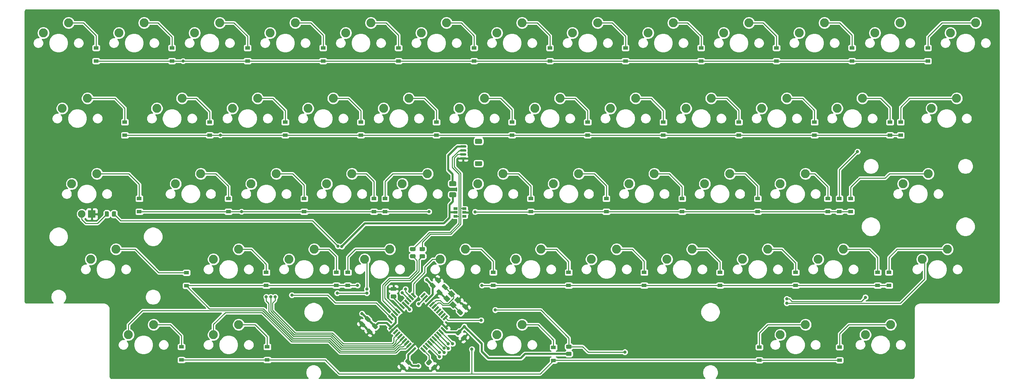
<source format=gbr>
%TF.GenerationSoftware,KiCad,Pcbnew,(5.1.9)-1*%
%TF.CreationDate,2021-01-27T12:27:53+01:00*%
%TF.ProjectId,FriedrichPCB,46726965-6472-4696-9368-5043422e6b69,rev?*%
%TF.SameCoordinates,Original*%
%TF.FileFunction,Copper,L2,Bot*%
%TF.FilePolarity,Positive*%
%FSLAX46Y46*%
G04 Gerber Fmt 4.6, Leading zero omitted, Abs format (unit mm)*
G04 Created by KiCad (PCBNEW (5.1.9)-1) date 2021-01-27 12:27:53*
%MOMM*%
%LPD*%
G01*
G04 APERTURE LIST*
%TA.AperFunction,ComponentPad*%
%ADD10C,2.250000*%
%TD*%
%TA.AperFunction,ComponentPad*%
%ADD11R,1.905000X1.905000*%
%TD*%
%TA.AperFunction,ComponentPad*%
%ADD12C,1.905000*%
%TD*%
%TA.AperFunction,SMDPad,CuDef*%
%ADD13C,0.100000*%
%TD*%
%TA.AperFunction,SMDPad,CuDef*%
%ADD14R,1.060000X0.650000*%
%TD*%
%TA.AperFunction,SMDPad,CuDef*%
%ADD15R,1.200000X0.900000*%
%TD*%
%TA.AperFunction,ViaPad*%
%ADD16C,0.800000*%
%TD*%
%TA.AperFunction,Conductor*%
%ADD17C,0.500000*%
%TD*%
%TA.AperFunction,Conductor*%
%ADD18C,0.250000*%
%TD*%
%TA.AperFunction,Conductor*%
%ADD19C,0.254000*%
%TD*%
%TA.AperFunction,Conductor*%
%ADD20C,0.100000*%
%TD*%
G04 APERTURE END LIST*
D10*
%TO.P,MX14,2*%
%TO.N,Net-(D14-Pad2)*%
X41706800Y-70662800D03*
%TO.P,MX14,1*%
%TO.N,col0*%
X35356800Y-73202800D03*
%TD*%
D11*
%TO.P,MX26,4*%
%TO.N,GND*%
X42824400Y-99872800D03*
D12*
%TO.P,MX26,3*%
%TO.N,LED*%
X40284400Y-99872800D03*
D10*
%TO.P,MX26,1*%
%TO.N,col0*%
X37744400Y-92252800D03*
%TO.P,MX26,2*%
%TO.N,Net-(D27-Pad2)*%
X44094400Y-89712800D03*
%TD*%
%TO.P,R6,2*%
%TO.N,Net-(R6-Pad2)*%
%TA.AperFunction,SMDPad,CuDef*%
G36*
G01*
X47898000Y-100322801D02*
X47898000Y-99422799D01*
G75*
G02*
X48147999Y-99172800I249999J0D01*
G01*
X48673001Y-99172800D01*
G75*
G02*
X48923000Y-99422799I0J-249999D01*
G01*
X48923000Y-100322801D01*
G75*
G02*
X48673001Y-100572800I-249999J0D01*
G01*
X48147999Y-100572800D01*
G75*
G02*
X47898000Y-100322801I0J249999D01*
G01*
G37*
%TD.AperFunction*%
%TO.P,R6,1*%
%TO.N,LED*%
%TA.AperFunction,SMDPad,CuDef*%
G36*
G01*
X46073000Y-100322801D02*
X46073000Y-99422799D01*
G75*
G02*
X46322999Y-99172800I249999J0D01*
G01*
X46848001Y-99172800D01*
G75*
G02*
X47098000Y-99422799I0J-249999D01*
G01*
X47098000Y-100322801D01*
G75*
G02*
X46848001Y-100572800I-249999J0D01*
G01*
X46322999Y-100572800D01*
G75*
G02*
X46073000Y-100322801I0J249999D01*
G01*
G37*
%TD.AperFunction*%
%TD*%
%TO.P,USB1,MP*%
%TO.N,N/C*%
%TA.AperFunction,SMDPad,CuDef*%
G36*
G01*
X139604199Y-86528000D02*
X140904201Y-86528000D01*
G75*
G02*
X141154200Y-86777999I0J-249999D01*
G01*
X141154200Y-87478001D01*
G75*
G02*
X140904201Y-87728000I-249999J0D01*
G01*
X139604199Y-87728000D01*
G75*
G02*
X139354200Y-87478001I0J249999D01*
G01*
X139354200Y-86777999D01*
G75*
G02*
X139604199Y-86528000I249999J0D01*
G01*
G37*
%TD.AperFunction*%
%TA.AperFunction,SMDPad,CuDef*%
G36*
G01*
X139604199Y-80928000D02*
X140904201Y-80928000D01*
G75*
G02*
X141154200Y-81177999I0J-249999D01*
G01*
X141154200Y-81878001D01*
G75*
G02*
X140904201Y-82128000I-249999J0D01*
G01*
X139604199Y-82128000D01*
G75*
G02*
X139354200Y-81878001I0J249999D01*
G01*
X139354200Y-81177999D01*
G75*
G02*
X139604199Y-80928000I249999J0D01*
G01*
G37*
%TD.AperFunction*%
%TO.P,USB1,4*%
%TO.N,GND*%
%TA.AperFunction,SMDPad,CuDef*%
G36*
G01*
X135754200Y-85528000D02*
X137004200Y-85528000D01*
G75*
G02*
X137154200Y-85678000I0J-150000D01*
G01*
X137154200Y-85978000D01*
G75*
G02*
X137004200Y-86128000I-150000J0D01*
G01*
X135754200Y-86128000D01*
G75*
G02*
X135604200Y-85978000I0J150000D01*
G01*
X135604200Y-85678000D01*
G75*
G02*
X135754200Y-85528000I150000J0D01*
G01*
G37*
%TD.AperFunction*%
%TO.P,USB1,3*%
%TO.N,D+*%
%TA.AperFunction,SMDPad,CuDef*%
G36*
G01*
X135754200Y-84528000D02*
X137004200Y-84528000D01*
G75*
G02*
X137154200Y-84678000I0J-150000D01*
G01*
X137154200Y-84978000D01*
G75*
G02*
X137004200Y-85128000I-150000J0D01*
G01*
X135754200Y-85128000D01*
G75*
G02*
X135604200Y-84978000I0J150000D01*
G01*
X135604200Y-84678000D01*
G75*
G02*
X135754200Y-84528000I150000J0D01*
G01*
G37*
%TD.AperFunction*%
%TO.P,USB1,2*%
%TO.N,D-*%
%TA.AperFunction,SMDPad,CuDef*%
G36*
G01*
X135754200Y-83528000D02*
X137004200Y-83528000D01*
G75*
G02*
X137154200Y-83678000I0J-150000D01*
G01*
X137154200Y-83978000D01*
G75*
G02*
X137004200Y-84128000I-150000J0D01*
G01*
X135754200Y-84128000D01*
G75*
G02*
X135604200Y-83978000I0J150000D01*
G01*
X135604200Y-83678000D01*
G75*
G02*
X135754200Y-83528000I150000J0D01*
G01*
G37*
%TD.AperFunction*%
%TO.P,USB1,1*%
%TO.N,VCC*%
%TA.AperFunction,SMDPad,CuDef*%
G36*
G01*
X135754200Y-82528000D02*
X137004200Y-82528000D01*
G75*
G02*
X137154200Y-82678000I0J-150000D01*
G01*
X137154200Y-82978000D01*
G75*
G02*
X137004200Y-83128000I-150000J0D01*
G01*
X135754200Y-83128000D01*
G75*
G02*
X135604200Y-82978000I0J150000D01*
G01*
X135604200Y-82678000D01*
G75*
G02*
X135754200Y-82528000I150000J0D01*
G01*
G37*
%TD.AperFunction*%
%TD*%
%TO.P,MX58,2*%
%TO.N,Net-(D58-Pad2)*%
X151231600Y-127812800D03*
%TO.P,MX58,1*%
%TO.N,col5*%
X144881600Y-130352800D03*
%TD*%
%TO.P,MX42,2*%
%TO.N,Net-(D42-Pad2)*%
X98856800Y-108762800D03*
%TO.P,MX42,1*%
%TO.N,col2*%
X92506800Y-111302800D03*
%TD*%
%TO.P,MX40,2*%
%TO.N,Net-(D40-Pad2)*%
X48869600Y-108762800D03*
%TO.P,MX40,1*%
%TO.N,col0*%
X42519600Y-111302800D03*
%TD*%
%TO.P,MX62,2*%
%TO.N,Net-(D62-Pad2)*%
X222656400Y-127812800D03*
%TO.P,MX62,1*%
%TO.N,col9*%
X216306400Y-130352800D03*
%TD*%
%TO.P,MX54,2*%
%TO.N,Net-(D54-Pad2)*%
X79806800Y-127812800D03*
%TO.P,MX54,1*%
%TO.N,col1*%
X73456800Y-130352800D03*
%TD*%
%TO.P,MX51,2*%
%TO.N,Net-(D51-Pad2)*%
X258419600Y-108762800D03*
%TO.P,MX51,1*%
%TO.N,col11*%
X252069600Y-111302800D03*
%TD*%
%TO.P,MX38,2*%
%TO.N,Net-(D38-Pad2)*%
X253593600Y-89712800D03*
%TO.P,MX38,1*%
%TO.N,col11*%
X247243600Y-92252800D03*
%TD*%
%TO.P,MX25,2*%
%TO.N,Net-(D25-Pad2)*%
X260756400Y-70662800D03*
%TO.P,MX25,1*%
%TO.N,col11*%
X254406400Y-73202800D03*
%TD*%
%TA.AperFunction,SMDPad,CuDef*%
D13*
%TO.P,X1,4*%
%TO.N,GND*%
G36*
X135952897Y-121659488D02*
G01*
X135104369Y-122508016D01*
X134114419Y-121518066D01*
X134962947Y-120669538D01*
X135952897Y-121659488D01*
G37*
%TD.AperFunction*%
%TA.AperFunction,SMDPad,CuDef*%
%TO.P,X1,3*%
%TO.N,Net-(C9-Pad1)*%
G36*
X134397262Y-120103853D02*
G01*
X133548734Y-120952381D01*
X132558784Y-119962431D01*
X133407312Y-119113903D01*
X134397262Y-120103853D01*
G37*
%TD.AperFunction*%
%TA.AperFunction,SMDPad,CuDef*%
%TO.P,X1,2*%
%TO.N,GND*%
G36*
X133195181Y-121305934D02*
G01*
X132346653Y-122154462D01*
X131356703Y-121164512D01*
X132205231Y-120315984D01*
X133195181Y-121305934D01*
G37*
%TD.AperFunction*%
%TA.AperFunction,SMDPad,CuDef*%
%TO.P,X1,1*%
%TO.N,Net-(C8-Pad1)*%
G36*
X134750816Y-122861569D02*
G01*
X133902288Y-123710097D01*
X132912338Y-122720147D01*
X133760866Y-121871619D01*
X134750816Y-122861569D01*
G37*
%TD.AperFunction*%
%TD*%
D14*
%TO.P,U2,5*%
%TO.N,+5V*%
X134485200Y-99466400D03*
%TO.P,U2,6*%
%TO.N,Net-(U2-Pad6)*%
X134485200Y-98516400D03*
%TO.P,U2,4*%
%TO.N,D-*%
X134485200Y-100416400D03*
%TO.P,U2,3*%
%TO.N,Net-(U2-Pad3)*%
X136685200Y-100416400D03*
%TO.P,U2,2*%
%TO.N,GND*%
X136685200Y-99466400D03*
%TO.P,U2,1*%
%TO.N,D+*%
X136685200Y-98516400D03*
%TD*%
%TA.AperFunction,SMDPad,CuDef*%
D13*
%TO.P,U1,44*%
%TO.N,+5V*%
G36*
X118546540Y-127731298D02*
G01*
X118935448Y-128120206D01*
X117874788Y-129180866D01*
X117485880Y-128791958D01*
X118546540Y-127731298D01*
G37*
%TD.AperFunction*%
%TA.AperFunction,SMDPad,CuDef*%
%TO.P,U1,43*%
%TO.N,GND*%
G36*
X119112226Y-128296983D02*
G01*
X119501134Y-128685891D01*
X118440474Y-129746551D01*
X118051566Y-129357643D01*
X119112226Y-128296983D01*
G37*
%TD.AperFunction*%
%TA.AperFunction,SMDPad,CuDef*%
%TO.P,U1,42*%
%TO.N,Net-(U1-Pad42)*%
G36*
X119677911Y-128862668D02*
G01*
X120066819Y-129251576D01*
X119006159Y-130312236D01*
X118617251Y-129923328D01*
X119677911Y-128862668D01*
G37*
%TD.AperFunction*%
%TA.AperFunction,SMDPad,CuDef*%
%TO.P,U1,41*%
%TO.N,row2*%
G36*
X120243596Y-129428354D02*
G01*
X120632504Y-129817262D01*
X119571844Y-130877922D01*
X119182936Y-130489014D01*
X120243596Y-129428354D01*
G37*
%TD.AperFunction*%
%TA.AperFunction,SMDPad,CuDef*%
%TO.P,U1,40*%
%TO.N,row1*%
G36*
X120809282Y-129994039D02*
G01*
X121198190Y-130382947D01*
X120137530Y-131443607D01*
X119748622Y-131054699D01*
X120809282Y-129994039D01*
G37*
%TD.AperFunction*%
%TA.AperFunction,SMDPad,CuDef*%
%TO.P,U1,39*%
%TO.N,row0*%
G36*
X121374967Y-130559725D02*
G01*
X121763875Y-130948633D01*
X120703215Y-132009293D01*
X120314307Y-131620385D01*
X121374967Y-130559725D01*
G37*
%TD.AperFunction*%
%TA.AperFunction,SMDPad,CuDef*%
%TO.P,U1,38*%
%TO.N,row3*%
G36*
X121940653Y-131125410D02*
G01*
X122329561Y-131514318D01*
X121268901Y-132574978D01*
X120879993Y-132186070D01*
X121940653Y-131125410D01*
G37*
%TD.AperFunction*%
%TA.AperFunction,SMDPad,CuDef*%
%TO.P,U1,37*%
%TO.N,col0*%
G36*
X122506338Y-131691096D02*
G01*
X122895246Y-132080004D01*
X121834586Y-133140664D01*
X121445678Y-132751756D01*
X122506338Y-131691096D01*
G37*
%TD.AperFunction*%
%TA.AperFunction,SMDPad,CuDef*%
%TO.P,U1,36*%
%TO.N,col1*%
G36*
X123072024Y-132256781D02*
G01*
X123460932Y-132645689D01*
X122400272Y-133706349D01*
X122011364Y-133317441D01*
X123072024Y-132256781D01*
G37*
%TD.AperFunction*%
%TA.AperFunction,SMDPad,CuDef*%
%TO.P,U1,35*%
%TO.N,GND*%
G36*
X123637709Y-132822466D02*
G01*
X124026617Y-133211374D01*
X122965957Y-134272034D01*
X122577049Y-133883126D01*
X123637709Y-132822466D01*
G37*
%TD.AperFunction*%
%TA.AperFunction,SMDPad,CuDef*%
%TO.P,U1,34*%
%TO.N,+5V*%
G36*
X124203394Y-133388152D02*
G01*
X124592302Y-133777060D01*
X123531642Y-134837720D01*
X123142734Y-134448812D01*
X124203394Y-133388152D01*
G37*
%TD.AperFunction*%
%TA.AperFunction,SMDPad,CuDef*%
%TO.P,U1,33*%
%TO.N,Net-(R3-Pad2)*%
G36*
X125546898Y-133777060D02*
G01*
X125935806Y-133388152D01*
X126996466Y-134448812D01*
X126607558Y-134837720D01*
X125546898Y-133777060D01*
G37*
%TD.AperFunction*%
%TA.AperFunction,SMDPad,CuDef*%
%TO.P,U1,32*%
%TO.N,Net-(U1-Pad32)*%
G36*
X126112583Y-133211374D02*
G01*
X126501491Y-132822466D01*
X127562151Y-133883126D01*
X127173243Y-134272034D01*
X126112583Y-133211374D01*
G37*
%TD.AperFunction*%
%TA.AperFunction,SMDPad,CuDef*%
%TO.P,U1,31*%
%TO.N,col9*%
G36*
X126678268Y-132645689D02*
G01*
X127067176Y-132256781D01*
X128127836Y-133317441D01*
X127738928Y-133706349D01*
X126678268Y-132645689D01*
G37*
%TD.AperFunction*%
%TA.AperFunction,SMDPad,CuDef*%
%TO.P,U1,30*%
%TO.N,col11*%
G36*
X127243954Y-132080004D02*
G01*
X127632862Y-131691096D01*
X128693522Y-132751756D01*
X128304614Y-133140664D01*
X127243954Y-132080004D01*
G37*
%TD.AperFunction*%
%TA.AperFunction,SMDPad,CuDef*%
%TO.P,U1,29*%
%TO.N,col10*%
G36*
X127809639Y-131514318D02*
G01*
X128198547Y-131125410D01*
X129259207Y-132186070D01*
X128870299Y-132574978D01*
X127809639Y-131514318D01*
G37*
%TD.AperFunction*%
%TA.AperFunction,SMDPad,CuDef*%
%TO.P,U1,28*%
%TO.N,col8*%
G36*
X128375325Y-130948633D02*
G01*
X128764233Y-130559725D01*
X129824893Y-131620385D01*
X129435985Y-132009293D01*
X128375325Y-130948633D01*
G37*
%TD.AperFunction*%
%TA.AperFunction,SMDPad,CuDef*%
%TO.P,U1,27*%
%TO.N,col7*%
G36*
X128941010Y-130382947D02*
G01*
X129329918Y-129994039D01*
X130390578Y-131054699D01*
X130001670Y-131443607D01*
X128941010Y-130382947D01*
G37*
%TD.AperFunction*%
%TA.AperFunction,SMDPad,CuDef*%
%TO.P,U1,26*%
%TO.N,col6*%
G36*
X129506696Y-129817262D02*
G01*
X129895604Y-129428354D01*
X130956264Y-130489014D01*
X130567356Y-130877922D01*
X129506696Y-129817262D01*
G37*
%TD.AperFunction*%
%TA.AperFunction,SMDPad,CuDef*%
%TO.P,U1,25*%
%TO.N,col5*%
G36*
X130072381Y-129251576D02*
G01*
X130461289Y-128862668D01*
X131521949Y-129923328D01*
X131133041Y-130312236D01*
X130072381Y-129251576D01*
G37*
%TD.AperFunction*%
%TA.AperFunction,SMDPad,CuDef*%
%TO.P,U1,24*%
%TO.N,+5V*%
G36*
X130638066Y-128685891D02*
G01*
X131026974Y-128296983D01*
X132087634Y-129357643D01*
X131698726Y-129746551D01*
X130638066Y-128685891D01*
G37*
%TD.AperFunction*%
%TA.AperFunction,SMDPad,CuDef*%
%TO.P,U1,23*%
%TO.N,GND*%
G36*
X131203752Y-128120206D02*
G01*
X131592660Y-127731298D01*
X132653320Y-128791958D01*
X132264412Y-129180866D01*
X131203752Y-128120206D01*
G37*
%TD.AperFunction*%
%TA.AperFunction,SMDPad,CuDef*%
%TO.P,U1,22*%
%TO.N,row4*%
G36*
X132264412Y-125327134D02*
G01*
X132653320Y-125716042D01*
X131592660Y-126776702D01*
X131203752Y-126387794D01*
X132264412Y-125327134D01*
G37*
%TD.AperFunction*%
%TA.AperFunction,SMDPad,CuDef*%
%TO.P,U1,21*%
%TO.N,Net-(U1-Pad21)*%
G36*
X131698726Y-124761449D02*
G01*
X132087634Y-125150357D01*
X131026974Y-126211017D01*
X130638066Y-125822109D01*
X131698726Y-124761449D01*
G37*
%TD.AperFunction*%
%TA.AperFunction,SMDPad,CuDef*%
%TO.P,U1,20*%
%TO.N,Net-(U1-Pad20)*%
G36*
X131133041Y-124195764D02*
G01*
X131521949Y-124584672D01*
X130461289Y-125645332D01*
X130072381Y-125256424D01*
X131133041Y-124195764D01*
G37*
%TD.AperFunction*%
%TA.AperFunction,SMDPad,CuDef*%
%TO.P,U1,19*%
%TO.N,Net-(U1-Pad19)*%
G36*
X130567356Y-123630078D02*
G01*
X130956264Y-124018986D01*
X129895604Y-125079646D01*
X129506696Y-124690738D01*
X130567356Y-123630078D01*
G37*
%TD.AperFunction*%
%TA.AperFunction,SMDPad,CuDef*%
%TO.P,U1,18*%
%TO.N,Net-(U1-Pad18)*%
G36*
X130001670Y-123064393D02*
G01*
X130390578Y-123453301D01*
X129329918Y-124513961D01*
X128941010Y-124125053D01*
X130001670Y-123064393D01*
G37*
%TD.AperFunction*%
%TA.AperFunction,SMDPad,CuDef*%
%TO.P,U1,17*%
%TO.N,Net-(C8-Pad1)*%
G36*
X129435985Y-122498707D02*
G01*
X129824893Y-122887615D01*
X128764233Y-123948275D01*
X128375325Y-123559367D01*
X129435985Y-122498707D01*
G37*
%TD.AperFunction*%
%TA.AperFunction,SMDPad,CuDef*%
%TO.P,U1,16*%
%TO.N,Net-(C9-Pad1)*%
G36*
X128870299Y-121933022D02*
G01*
X129259207Y-122321930D01*
X128198547Y-123382590D01*
X127809639Y-122993682D01*
X128870299Y-121933022D01*
G37*
%TD.AperFunction*%
%TA.AperFunction,SMDPad,CuDef*%
%TO.P,U1,15*%
%TO.N,GND*%
G36*
X128304614Y-121367336D02*
G01*
X128693522Y-121756244D01*
X127632862Y-122816904D01*
X127243954Y-122427996D01*
X128304614Y-121367336D01*
G37*
%TD.AperFunction*%
%TA.AperFunction,SMDPad,CuDef*%
%TO.P,U1,14*%
%TO.N,+5V*%
G36*
X127738928Y-120801651D02*
G01*
X128127836Y-121190559D01*
X127067176Y-122251219D01*
X126678268Y-121862311D01*
X127738928Y-120801651D01*
G37*
%TD.AperFunction*%
%TA.AperFunction,SMDPad,CuDef*%
%TO.P,U1,13*%
%TO.N,Net-(R5-Pad1)*%
G36*
X127173243Y-120235966D02*
G01*
X127562151Y-120624874D01*
X126501491Y-121685534D01*
X126112583Y-121296626D01*
X127173243Y-120235966D01*
G37*
%TD.AperFunction*%
%TA.AperFunction,SMDPad,CuDef*%
%TO.P,U1,12*%
%TO.N,Net-(U1-Pad12)*%
G36*
X126607558Y-119670280D02*
G01*
X126996466Y-120059188D01*
X125935806Y-121119848D01*
X125546898Y-120730940D01*
X126607558Y-119670280D01*
G37*
%TD.AperFunction*%
%TA.AperFunction,SMDPad,CuDef*%
%TO.P,U1,11*%
%TO.N,col4*%
G36*
X123142734Y-120059188D02*
G01*
X123531642Y-119670280D01*
X124592302Y-120730940D01*
X124203394Y-121119848D01*
X123142734Y-120059188D01*
G37*
%TD.AperFunction*%
%TA.AperFunction,SMDPad,CuDef*%
%TO.P,U1,10*%
%TO.N,col3*%
G36*
X122577049Y-120624874D02*
G01*
X122965957Y-120235966D01*
X124026617Y-121296626D01*
X123637709Y-121685534D01*
X122577049Y-120624874D01*
G37*
%TD.AperFunction*%
%TA.AperFunction,SMDPad,CuDef*%
%TO.P,U1,9*%
%TO.N,Net-(R6-Pad2)*%
G36*
X122011364Y-121190559D02*
G01*
X122400272Y-120801651D01*
X123460932Y-121862311D01*
X123072024Y-122251219D01*
X122011364Y-121190559D01*
G37*
%TD.AperFunction*%
%TA.AperFunction,SMDPad,CuDef*%
%TO.P,U1,8*%
%TO.N,Net-(U1-Pad8)*%
G36*
X121445678Y-121756244D02*
G01*
X121834586Y-121367336D01*
X122895246Y-122427996D01*
X122506338Y-122816904D01*
X121445678Y-121756244D01*
G37*
%TD.AperFunction*%
%TA.AperFunction,SMDPad,CuDef*%
%TO.P,U1,7*%
%TO.N,+5V*%
G36*
X120879993Y-122321930D02*
G01*
X121268901Y-121933022D01*
X122329561Y-122993682D01*
X121940653Y-123382590D01*
X120879993Y-122321930D01*
G37*
%TD.AperFunction*%
%TA.AperFunction,SMDPad,CuDef*%
%TO.P,U1,6*%
%TO.N,Net-(C7-Pad1)*%
G36*
X120314307Y-122887615D02*
G01*
X120703215Y-122498707D01*
X121763875Y-123559367D01*
X121374967Y-123948275D01*
X120314307Y-122887615D01*
G37*
%TD.AperFunction*%
%TA.AperFunction,SMDPad,CuDef*%
%TO.P,U1,5*%
%TO.N,GND*%
G36*
X119748622Y-123453301D02*
G01*
X120137530Y-123064393D01*
X121198190Y-124125053D01*
X120809282Y-124513961D01*
X119748622Y-123453301D01*
G37*
%TD.AperFunction*%
%TA.AperFunction,SMDPad,CuDef*%
%TO.P,U1,4*%
%TO.N,Net-(R1-Pad2)*%
G36*
X119182936Y-124018986D02*
G01*
X119571844Y-123630078D01*
X120632504Y-124690738D01*
X120243596Y-125079646D01*
X119182936Y-124018986D01*
G37*
%TD.AperFunction*%
%TA.AperFunction,SMDPad,CuDef*%
%TO.P,U1,3*%
%TO.N,Net-(R2-Pad2)*%
G36*
X118617251Y-124584672D02*
G01*
X119006159Y-124195764D01*
X120066819Y-125256424D01*
X119677911Y-125645332D01*
X118617251Y-124584672D01*
G37*
%TD.AperFunction*%
%TA.AperFunction,SMDPad,CuDef*%
%TO.P,U1,2*%
%TO.N,+5V*%
G36*
X118051566Y-125150357D02*
G01*
X118440474Y-124761449D01*
X119501134Y-125822109D01*
X119112226Y-126211017D01*
X118051566Y-125150357D01*
G37*
%TD.AperFunction*%
%TA.AperFunction,SMDPad,CuDef*%
%TO.P,U1,1*%
%TO.N,col2*%
G36*
X117485880Y-125716042D02*
G01*
X117874788Y-125327134D01*
X118935448Y-126387794D01*
X118546540Y-126776702D01*
X117485880Y-125716042D01*
G37*
%TD.AperFunction*%
%TD*%
%TO.P,R5,2*%
%TO.N,+5V*%
%TA.AperFunction,SMDPad,CuDef*%
G36*
G01*
X162567198Y-134664400D02*
X163467202Y-134664400D01*
G75*
G02*
X163717200Y-134914398I0J-249998D01*
G01*
X163717200Y-135439402D01*
G75*
G02*
X163467202Y-135689400I-249998J0D01*
G01*
X162567198Y-135689400D01*
G75*
G02*
X162317200Y-135439402I0J249998D01*
G01*
X162317200Y-134914398D01*
G75*
G02*
X162567198Y-134664400I249998J0D01*
G01*
G37*
%TD.AperFunction*%
%TO.P,R5,1*%
%TO.N,Net-(R5-Pad1)*%
%TA.AperFunction,SMDPad,CuDef*%
G36*
G01*
X162567198Y-132839400D02*
X163467202Y-132839400D01*
G75*
G02*
X163717200Y-133089398I0J-249998D01*
G01*
X163717200Y-133614402D01*
G75*
G02*
X163467202Y-133864400I-249998J0D01*
G01*
X162567198Y-133864400D01*
G75*
G02*
X162317200Y-133614402I0J249998D01*
G01*
X162317200Y-133089398D01*
G75*
G02*
X162567198Y-132839400I249998J0D01*
G01*
G37*
%TD.AperFunction*%
%TD*%
%TO.P,R3,2*%
%TO.N,Net-(R3-Pad2)*%
%TA.AperFunction,SMDPad,CuDef*%
G36*
G01*
X128457756Y-137371757D02*
X127821357Y-138008156D01*
G75*
G02*
X127467807Y-138008156I-176775J176775D01*
G01*
X127096574Y-137636923D01*
G75*
G02*
X127096574Y-137283373I176775J176775D01*
G01*
X127732973Y-136646974D01*
G75*
G02*
X128086523Y-136646974I176775J-176775D01*
G01*
X128457756Y-137018207D01*
G75*
G02*
X128457756Y-137371757I-176775J-176775D01*
G01*
G37*
%TD.AperFunction*%
%TO.P,R3,1*%
%TO.N,GND*%
%TA.AperFunction,SMDPad,CuDef*%
G36*
G01*
X129748226Y-138662227D02*
X129111827Y-139298626D01*
G75*
G02*
X128758277Y-139298626I-176775J176775D01*
G01*
X128387044Y-138927393D01*
G75*
G02*
X128387044Y-138573843I176775J176775D01*
G01*
X129023443Y-137937444D01*
G75*
G02*
X129376993Y-137937444I176775J-176775D01*
G01*
X129748226Y-138308677D01*
G75*
G02*
X129748226Y-138662227I-176775J-176775D01*
G01*
G37*
%TD.AperFunction*%
%TD*%
%TO.P,R2,2*%
%TO.N,Net-(R2-Pad2)*%
%TA.AperFunction,SMDPad,CuDef*%
G36*
G01*
X123247998Y-110026400D02*
X124148002Y-110026400D01*
G75*
G02*
X124398000Y-110276398I0J-249998D01*
G01*
X124398000Y-110801402D01*
G75*
G02*
X124148002Y-111051400I-249998J0D01*
G01*
X123247998Y-111051400D01*
G75*
G02*
X122998000Y-110801402I0J249998D01*
G01*
X122998000Y-110276398D01*
G75*
G02*
X123247998Y-110026400I249998J0D01*
G01*
G37*
%TD.AperFunction*%
%TO.P,R2,1*%
%TO.N,D-*%
%TA.AperFunction,SMDPad,CuDef*%
G36*
G01*
X123247998Y-108201400D02*
X124148002Y-108201400D01*
G75*
G02*
X124398000Y-108451398I0J-249998D01*
G01*
X124398000Y-108976402D01*
G75*
G02*
X124148002Y-109226400I-249998J0D01*
G01*
X123247998Y-109226400D01*
G75*
G02*
X122998000Y-108976402I0J249998D01*
G01*
X122998000Y-108451398D01*
G75*
G02*
X123247998Y-108201400I249998J0D01*
G01*
G37*
%TD.AperFunction*%
%TD*%
%TO.P,R1,2*%
%TO.N,Net-(R1-Pad2)*%
%TA.AperFunction,SMDPad,CuDef*%
G36*
G01*
X125635598Y-110026400D02*
X126535602Y-110026400D01*
G75*
G02*
X126785600Y-110276398I0J-249998D01*
G01*
X126785600Y-110801402D01*
G75*
G02*
X126535602Y-111051400I-249998J0D01*
G01*
X125635598Y-111051400D01*
G75*
G02*
X125385600Y-110801402I0J249998D01*
G01*
X125385600Y-110276398D01*
G75*
G02*
X125635598Y-110026400I249998J0D01*
G01*
G37*
%TD.AperFunction*%
%TO.P,R1,1*%
%TO.N,D+*%
%TA.AperFunction,SMDPad,CuDef*%
G36*
G01*
X125635598Y-108201400D02*
X126535602Y-108201400D01*
G75*
G02*
X126785600Y-108451398I0J-249998D01*
G01*
X126785600Y-108976402D01*
G75*
G02*
X126535602Y-109226400I-249998J0D01*
G01*
X125635598Y-109226400D01*
G75*
G02*
X125385600Y-108976402I0J249998D01*
G01*
X125385600Y-108451398D01*
G75*
G02*
X125635598Y-108201400I249998J0D01*
G01*
G37*
%TD.AperFunction*%
%TD*%
D10*
%TO.P,MX63,2*%
%TO.N,Net-(D63-Pad2)*%
X244094000Y-127812800D03*
%TO.P,MX63,1*%
%TO.N,col10*%
X237744000Y-130352800D03*
%TD*%
%TO.P,MX53,2*%
%TO.N,Net-(D53-Pad2)*%
X58369200Y-127812800D03*
%TO.P,MX53,1*%
%TO.N,col0*%
X52019200Y-130352800D03*
%TD*%
%TO.P,MX49,2*%
%TO.N,Net-(D49-Pad2)*%
X232206800Y-108762800D03*
%TO.P,MX49,1*%
%TO.N,col9*%
X225856800Y-111302800D03*
%TD*%
%TO.P,MX48,2*%
%TO.N,Net-(D48-Pad2)*%
X213156800Y-108762800D03*
%TO.P,MX48,1*%
%TO.N,col8*%
X206806800Y-111302800D03*
%TD*%
%TO.P,MX47,2*%
%TO.N,Net-(D47-Pad2)*%
X194106800Y-108762800D03*
%TO.P,MX47,1*%
%TO.N,col7*%
X187756800Y-111302800D03*
%TD*%
%TO.P,MX46,2*%
%TO.N,Net-(D46-Pad2)*%
X175056800Y-108762800D03*
%TO.P,MX46,1*%
%TO.N,col6*%
X168706800Y-111302800D03*
%TD*%
%TO.P,MX45,2*%
%TO.N,Net-(D45-Pad2)*%
X156006800Y-108762800D03*
%TO.P,MX45,1*%
%TO.N,col5*%
X149656800Y-111302800D03*
%TD*%
%TO.P,MX44,2*%
%TO.N,Net-(D44-Pad2)*%
X136956800Y-108762800D03*
%TO.P,MX44,1*%
%TO.N,col4*%
X130606800Y-111302800D03*
%TD*%
%TO.P,MX43,2*%
%TO.N,Net-(D43-Pad2)*%
X117906800Y-108762800D03*
%TO.P,MX43,1*%
%TO.N,col3*%
X111556800Y-111302800D03*
%TD*%
%TO.P,MX41,2*%
%TO.N,Net-(D41-Pad2)*%
X79806800Y-108762800D03*
%TO.P,MX41,1*%
%TO.N,col1*%
X73456800Y-111302800D03*
%TD*%
%TO.P,MX36,2*%
%TO.N,Net-(D36-Pad2)*%
X222656400Y-89712800D03*
%TO.P,MX36,1*%
%TO.N,col9*%
X216306400Y-92252800D03*
%TD*%
%TO.P,MX35,2*%
%TO.N,Net-(D35-Pad2)*%
X203606400Y-89712800D03*
%TO.P,MX35,1*%
%TO.N,col8*%
X197256400Y-92252800D03*
%TD*%
%TO.P,MX34,2*%
%TO.N,Net-(D34-Pad2)*%
X184556400Y-89712800D03*
%TO.P,MX34,1*%
%TO.N,col7*%
X178206400Y-92252800D03*
%TD*%
%TO.P,MX33,2*%
%TO.N,Net-(D33-Pad2)*%
X165506400Y-89712800D03*
%TO.P,MX33,1*%
%TO.N,col6*%
X159156400Y-92252800D03*
%TD*%
%TO.P,MX32,2*%
%TO.N,Net-(D32-Pad2)*%
X146456400Y-89712800D03*
%TO.P,MX32,1*%
%TO.N,col5*%
X140106400Y-92252800D03*
%TD*%
%TO.P,MX31,2*%
%TO.N,Net-(D31-Pad2)*%
X127406400Y-89712800D03*
%TO.P,MX31,1*%
%TO.N,col4*%
X121056400Y-92252800D03*
%TD*%
%TO.P,MX30,2*%
%TO.N,Net-(D30-Pad2)*%
X108356400Y-89712800D03*
%TO.P,MX30,1*%
%TO.N,col3*%
X102006400Y-92252800D03*
%TD*%
%TO.P,MX29,2*%
%TO.N,Net-(D29-Pad2)*%
X89306400Y-89712800D03*
%TO.P,MX29,1*%
%TO.N,col2*%
X82956400Y-92252800D03*
%TD*%
%TO.P,MX28,2*%
%TO.N,Net-(D28-Pad2)*%
X70256400Y-89712800D03*
%TO.P,MX28,1*%
%TO.N,col1*%
X63906400Y-92252800D03*
%TD*%
%TO.P,MX24,2*%
%TO.N,Net-(D24-Pad2)*%
X236982000Y-70662800D03*
%TO.P,MX24,1*%
%TO.N,col10*%
X230632000Y-73202800D03*
%TD*%
%TO.P,MX23,2*%
%TO.N,Net-(D23-Pad2)*%
X217932000Y-70662800D03*
%TO.P,MX23,1*%
%TO.N,col9*%
X211582000Y-73202800D03*
%TD*%
%TO.P,MX22,2*%
%TO.N,Net-(D22-Pad2)*%
X198882000Y-70662800D03*
%TO.P,MX22,1*%
%TO.N,col8*%
X192532000Y-73202800D03*
%TD*%
%TO.P,MX21,2*%
%TO.N,Net-(D21-Pad2)*%
X179832000Y-70662800D03*
%TO.P,MX21,1*%
%TO.N,col7*%
X173482000Y-73202800D03*
%TD*%
%TO.P,MX20,2*%
%TO.N,Net-(D20-Pad2)*%
X160782000Y-70662800D03*
%TO.P,MX20,1*%
%TO.N,col6*%
X154432000Y-73202800D03*
%TD*%
%TO.P,MX19,2*%
%TO.N,Net-(D19-Pad2)*%
X141732000Y-70662800D03*
%TO.P,MX19,1*%
%TO.N,col5*%
X135382000Y-73202800D03*
%TD*%
%TO.P,MX18,2*%
%TO.N,Net-(D18-Pad2)*%
X122682000Y-70662800D03*
%TO.P,MX18,1*%
%TO.N,col4*%
X116332000Y-73202800D03*
%TD*%
%TO.P,MX17,2*%
%TO.N,Net-(D17-Pad2)*%
X103632000Y-70662800D03*
%TO.P,MX17,1*%
%TO.N,col3*%
X97282000Y-73202800D03*
%TD*%
%TO.P,MX16,2*%
%TO.N,Net-(D16-Pad2)*%
X84582000Y-70662800D03*
%TO.P,MX16,1*%
%TO.N,col2*%
X78232000Y-73202800D03*
%TD*%
%TO.P,MX15,2*%
%TO.N,Net-(D15-Pad2)*%
X65532000Y-70662800D03*
%TO.P,MX15,1*%
%TO.N,col1*%
X59182000Y-73202800D03*
%TD*%
%TO.P,MX13,2*%
%TO.N,Net-(D13-Pad2)*%
X265531600Y-51612800D03*
%TO.P,MX13,1*%
%TO.N,col11*%
X259181600Y-54152800D03*
%TD*%
%TO.P,MX12,2*%
%TO.N,Net-(D12-Pad2)*%
X246481600Y-51612800D03*
%TO.P,MX12,1*%
%TO.N,col10*%
X240131600Y-54152800D03*
%TD*%
%TO.P,MX11,2*%
%TO.N,Net-(D11-Pad2)*%
X227431600Y-51612800D03*
%TO.P,MX11,1*%
%TO.N,col10*%
X221081600Y-54152800D03*
%TD*%
%TO.P,MX10,2*%
%TO.N,Net-(D10-Pad2)*%
X208381600Y-51612800D03*
%TO.P,MX10,1*%
%TO.N,col9*%
X202031600Y-54152800D03*
%TD*%
%TO.P,MX9,2*%
%TO.N,Net-(D9-Pad2)*%
X189331600Y-51612800D03*
%TO.P,MX9,1*%
%TO.N,col8*%
X182981600Y-54152800D03*
%TD*%
%TO.P,MX8,2*%
%TO.N,Net-(D8-Pad2)*%
X170281600Y-51612800D03*
%TO.P,MX8,1*%
%TO.N,col7*%
X163931600Y-54152800D03*
%TD*%
%TO.P,MX7,2*%
%TO.N,Net-(D7-Pad2)*%
X151231600Y-51612800D03*
%TO.P,MX7,1*%
%TO.N,col6*%
X144881600Y-54152800D03*
%TD*%
%TO.P,MX6,2*%
%TO.N,Net-(D6-Pad2)*%
X132181600Y-51612800D03*
%TO.P,MX6,1*%
%TO.N,col5*%
X125831600Y-54152800D03*
%TD*%
%TO.P,MX5,2*%
%TO.N,Net-(D5-Pad2)*%
X113131600Y-51612800D03*
%TO.P,MX5,1*%
%TO.N,col4*%
X106781600Y-54152800D03*
%TD*%
%TO.P,MX4,2*%
%TO.N,Net-(D4-Pad2)*%
X94081600Y-51612800D03*
%TO.P,MX4,1*%
%TO.N,col3*%
X87731600Y-54152800D03*
%TD*%
%TO.P,MX3,2*%
%TO.N,Net-(D3-Pad2)*%
X75031600Y-51612800D03*
%TO.P,MX3,1*%
%TO.N,col2*%
X68681600Y-54152800D03*
%TD*%
%TO.P,MX2,2*%
%TO.N,Net-(D2-Pad2)*%
X55981600Y-51612800D03*
%TO.P,MX2,1*%
%TO.N,col1*%
X49631600Y-54152800D03*
%TD*%
%TO.P,MX1,2*%
%TO.N,Net-(D1-Pad2)*%
X36931600Y-51612800D03*
%TO.P,MX1,1*%
%TO.N,col0*%
X30581600Y-54152800D03*
%TD*%
%TO.P,F1,2*%
%TO.N,+5V*%
%TA.AperFunction,SMDPad,CuDef*%
G36*
G01*
X133131400Y-94399400D02*
X134381400Y-94399400D01*
G75*
G02*
X134631400Y-94649400I0J-250000D01*
G01*
X134631400Y-95399400D01*
G75*
G02*
X134381400Y-95649400I-250000J0D01*
G01*
X133131400Y-95649400D01*
G75*
G02*
X132881400Y-95399400I0J250000D01*
G01*
X132881400Y-94649400D01*
G75*
G02*
X133131400Y-94399400I250000J0D01*
G01*
G37*
%TD.AperFunction*%
%TO.P,F1,1*%
%TO.N,VCC*%
%TA.AperFunction,SMDPad,CuDef*%
G36*
G01*
X133131400Y-91599400D02*
X134381400Y-91599400D01*
G75*
G02*
X134631400Y-91849400I0J-250000D01*
G01*
X134631400Y-92599400D01*
G75*
G02*
X134381400Y-92849400I-250000J0D01*
G01*
X133131400Y-92849400D01*
G75*
G02*
X132881400Y-92599400I0J250000D01*
G01*
X132881400Y-91849400D01*
G75*
G02*
X133131400Y-91599400I250000J0D01*
G01*
G37*
%TD.AperFunction*%
%TD*%
D15*
%TO.P,D63,2*%
%TO.N,Net-(D63-Pad2)*%
X231241600Y-133478000D03*
%TO.P,D63,1*%
%TO.N,row4*%
X231241600Y-136778000D03*
%TD*%
%TO.P,D62,2*%
%TO.N,Net-(D62-Pad2)*%
X211023200Y-133478000D03*
%TO.P,D62,1*%
%TO.N,row4*%
X211023200Y-136778000D03*
%TD*%
%TO.P,D58,2*%
%TO.N,Net-(D58-Pad2)*%
X159156400Y-133528800D03*
%TO.P,D58,1*%
%TO.N,row4*%
X159156400Y-136828800D03*
%TD*%
%TO.P,D54,2*%
%TO.N,Net-(D54-Pad2)*%
X87020400Y-133427200D03*
%TO.P,D54,1*%
%TO.N,row4*%
X87020400Y-136727200D03*
%TD*%
%TO.P,D53,2*%
%TO.N,Net-(D53-Pad2)*%
X65379600Y-133427200D03*
%TO.P,D53,1*%
%TO.N,row4*%
X65379600Y-136727200D03*
%TD*%
%TO.P,D51,2*%
%TO.N,Net-(D51-Pad2)*%
X243687600Y-114631200D03*
%TO.P,D51,1*%
%TO.N,row3*%
X243687600Y-117931200D03*
%TD*%
%TO.P,D49,2*%
%TO.N,Net-(D49-Pad2)*%
X240842800Y-114631200D03*
%TO.P,D49,1*%
%TO.N,row3*%
X240842800Y-117931200D03*
%TD*%
%TO.P,D48,2*%
%TO.N,Net-(D48-Pad2)*%
X220167200Y-114631200D03*
%TO.P,D48,1*%
%TO.N,row3*%
X220167200Y-117931200D03*
%TD*%
%TO.P,D47,2*%
%TO.N,Net-(D47-Pad2)*%
X201117200Y-114631200D03*
%TO.P,D47,1*%
%TO.N,row3*%
X201117200Y-117931200D03*
%TD*%
%TO.P,D46,2*%
%TO.N,Net-(D46-Pad2)*%
X182016400Y-114631200D03*
%TO.P,D46,1*%
%TO.N,row3*%
X182016400Y-117931200D03*
%TD*%
%TO.P,D45,2*%
%TO.N,Net-(D45-Pad2)*%
X162966400Y-114631200D03*
%TO.P,D45,1*%
%TO.N,row3*%
X162966400Y-117931200D03*
%TD*%
%TO.P,D44,2*%
%TO.N,Net-(D44-Pad2)*%
X143967200Y-114631200D03*
%TO.P,D44,1*%
%TO.N,row3*%
X143967200Y-117931200D03*
%TD*%
%TO.P,D43,2*%
%TO.N,Net-(D43-Pad2)*%
X107289600Y-114631200D03*
%TO.P,D43,1*%
%TO.N,row3*%
X107289600Y-117931200D03*
%TD*%
%TO.P,D42,2*%
%TO.N,Net-(D42-Pad2)*%
X104444800Y-114631200D03*
%TO.P,D42,1*%
%TO.N,row3*%
X104444800Y-117931200D03*
%TD*%
%TO.P,D41,2*%
%TO.N,Net-(D41-Pad2)*%
X86766400Y-114631200D03*
%TO.P,D41,1*%
%TO.N,row3*%
X86766400Y-117931200D03*
%TD*%
%TO.P,D40,2*%
%TO.N,Net-(D40-Pad2)*%
X66649600Y-114682000D03*
%TO.P,D40,1*%
%TO.N,row3*%
X66649600Y-117982000D03*
%TD*%
%TO.P,D38,2*%
%TO.N,Net-(D38-Pad2)*%
X234035600Y-95987600D03*
%TO.P,D38,1*%
%TO.N,row2*%
X234035600Y-99287600D03*
%TD*%
%TO.P,D36,2*%
%TO.N,Net-(D36-Pad2)*%
X228295200Y-95987600D03*
%TO.P,D36,1*%
%TO.N,row2*%
X228295200Y-99287600D03*
%TD*%
%TO.P,D35,2*%
%TO.N,Net-(D35-Pad2)*%
X210616800Y-95987600D03*
%TO.P,D35,1*%
%TO.N,row2*%
X210616800Y-99287600D03*
%TD*%
%TO.P,D34,2*%
%TO.N,Net-(D34-Pad2)*%
X191566800Y-95987600D03*
%TO.P,D34,1*%
%TO.N,row2*%
X191566800Y-99287600D03*
%TD*%
%TO.P,D33,2*%
%TO.N,Net-(D33-Pad2)*%
X172466000Y-95987600D03*
%TO.P,D33,1*%
%TO.N,row2*%
X172466000Y-99287600D03*
%TD*%
%TO.P,D32,2*%
%TO.N,Net-(D32-Pad2)*%
X153416000Y-95987600D03*
%TO.P,D32,1*%
%TO.N,row2*%
X153416000Y-99287600D03*
%TD*%
%TO.P,D31,2*%
%TO.N,Net-(D31-Pad2)*%
X116738400Y-95987600D03*
%TO.P,D31,1*%
%TO.N,row2*%
X116738400Y-99287600D03*
%TD*%
%TO.P,D30,2*%
%TO.N,Net-(D30-Pad2)*%
X113893600Y-95987600D03*
%TO.P,D30,1*%
%TO.N,row2*%
X113893600Y-99287600D03*
%TD*%
%TO.P,D29,2*%
%TO.N,Net-(D29-Pad2)*%
X96316800Y-95987600D03*
%TO.P,D29,1*%
%TO.N,row2*%
X96316800Y-99287600D03*
%TD*%
%TO.P,D28,2*%
%TO.N,Net-(D28-Pad2)*%
X77216000Y-95987600D03*
%TO.P,D28,1*%
%TO.N,row2*%
X77216000Y-99287600D03*
%TD*%
%TO.P,D27,2*%
%TO.N,Net-(D27-Pad2)*%
X54762400Y-95987600D03*
%TO.P,D27,1*%
%TO.N,row2*%
X54762400Y-99287600D03*
%TD*%
%TO.P,D25,2*%
%TO.N,Net-(D25-Pad2)*%
X246634000Y-76683600D03*
%TO.P,D25,1*%
%TO.N,row1*%
X246634000Y-79983600D03*
%TD*%
%TO.P,D24,2*%
%TO.N,Net-(D24-Pad2)*%
X243941600Y-76683600D03*
%TO.P,D24,1*%
%TO.N,row1*%
X243941600Y-79983600D03*
%TD*%
%TO.P,D23,2*%
%TO.N,Net-(D23-Pad2)*%
X224942400Y-76683600D03*
%TO.P,D23,1*%
%TO.N,row1*%
X224942400Y-79983600D03*
%TD*%
%TO.P,D22,2*%
%TO.N,Net-(D22-Pad2)*%
X205841600Y-76683600D03*
%TO.P,D22,1*%
%TO.N,row1*%
X205841600Y-79983600D03*
%TD*%
%TO.P,D21,2*%
%TO.N,Net-(D21-Pad2)*%
X186842400Y-76683600D03*
%TO.P,D21,1*%
%TO.N,row1*%
X186842400Y-79983600D03*
%TD*%
%TO.P,D20,2*%
%TO.N,Net-(D20-Pad2)*%
X167741600Y-76683600D03*
%TO.P,D20,1*%
%TO.N,row1*%
X167741600Y-79983600D03*
%TD*%
%TO.P,D19,2*%
%TO.N,Net-(D19-Pad2)*%
X148691600Y-76683600D03*
%TO.P,D19,1*%
%TO.N,row1*%
X148691600Y-79983600D03*
%TD*%
%TO.P,D18,2*%
%TO.N,Net-(D18-Pad2)*%
X129641600Y-76683600D03*
%TO.P,D18,1*%
%TO.N,row1*%
X129641600Y-79983600D03*
%TD*%
%TO.P,D17,2*%
%TO.N,Net-(D17-Pad2)*%
X110591600Y-76683600D03*
%TO.P,D17,1*%
%TO.N,row1*%
X110591600Y-79983600D03*
%TD*%
%TO.P,D16,2*%
%TO.N,Net-(D16-Pad2)*%
X91541600Y-76683600D03*
%TO.P,D16,1*%
%TO.N,row1*%
X91541600Y-79983600D03*
%TD*%
%TO.P,D15,2*%
%TO.N,Net-(D15-Pad2)*%
X72491600Y-76683600D03*
%TO.P,D15,1*%
%TO.N,row1*%
X72491600Y-79983600D03*
%TD*%
%TO.P,D14,2*%
%TO.N,Net-(D14-Pad2)*%
X51104800Y-76683600D03*
%TO.P,D14,1*%
%TO.N,row1*%
X51104800Y-79983600D03*
%TD*%
%TO.P,D13,2*%
%TO.N,Net-(D13-Pad2)*%
X253492000Y-57938400D03*
%TO.P,D13,1*%
%TO.N,row0*%
X253492000Y-61238400D03*
%TD*%
%TO.P,D12,2*%
%TO.N,Net-(D12-Pad2)*%
X231190800Y-95987600D03*
%TO.P,D12,1*%
%TO.N,row2*%
X231190800Y-99287600D03*
%TD*%
%TO.P,D11,2*%
%TO.N,Net-(D11-Pad2)*%
X234391200Y-57938400D03*
%TO.P,D11,1*%
%TO.N,row0*%
X234391200Y-61238400D03*
%TD*%
%TO.P,D10,2*%
%TO.N,Net-(D10-Pad2)*%
X215341200Y-57938400D03*
%TO.P,D10,1*%
%TO.N,row0*%
X215341200Y-61238400D03*
%TD*%
%TO.P,D9,2*%
%TO.N,Net-(D9-Pad2)*%
X196342000Y-57938400D03*
%TO.P,D9,1*%
%TO.N,row0*%
X196342000Y-61238400D03*
%TD*%
%TO.P,D8,2*%
%TO.N,Net-(D8-Pad2)*%
X177292000Y-57938400D03*
%TO.P,D8,1*%
%TO.N,row0*%
X177292000Y-61238400D03*
%TD*%
%TO.P,D7,2*%
%TO.N,Net-(D7-Pad2)*%
X158242000Y-57938400D03*
%TO.P,D7,1*%
%TO.N,row0*%
X158242000Y-61238400D03*
%TD*%
%TO.P,D6,2*%
%TO.N,Net-(D6-Pad2)*%
X139141200Y-57938400D03*
%TO.P,D6,1*%
%TO.N,row0*%
X139141200Y-61238400D03*
%TD*%
%TO.P,D5,2*%
%TO.N,Net-(D5-Pad2)*%
X120091200Y-57938400D03*
%TO.P,D5,1*%
%TO.N,row0*%
X120091200Y-61238400D03*
%TD*%
%TO.P,D4,2*%
%TO.N,Net-(D4-Pad2)*%
X101092000Y-57938400D03*
%TO.P,D4,1*%
%TO.N,row0*%
X101092000Y-61238400D03*
%TD*%
%TO.P,D3,2*%
%TO.N,Net-(D3-Pad2)*%
X82042000Y-57938400D03*
%TO.P,D3,1*%
%TO.N,row0*%
X82042000Y-61238400D03*
%TD*%
%TO.P,D2,2*%
%TO.N,Net-(D2-Pad2)*%
X62992000Y-57938400D03*
%TO.P,D2,1*%
%TO.N,row0*%
X62992000Y-61238400D03*
%TD*%
%TO.P,D1,2*%
%TO.N,Net-(D1-Pad2)*%
X43891200Y-57938400D03*
%TO.P,D1,1*%
%TO.N,row0*%
X43891200Y-61238400D03*
%TD*%
%TO.P,C9,2*%
%TO.N,GND*%
%TA.AperFunction,SMDPad,CuDef*%
G36*
G01*
X130460727Y-118955922D02*
X131132478Y-119627673D01*
G75*
G02*
X131132478Y-119981227I-176777J-176777D01*
G01*
X130778925Y-120334780D01*
G75*
G02*
X130425371Y-120334780I-176777J176777D01*
G01*
X129753620Y-119663029D01*
G75*
G02*
X129753620Y-119309475I176777J176777D01*
G01*
X130107173Y-118955922D01*
G75*
G02*
X130460727Y-118955922I176777J-176777D01*
G01*
G37*
%TD.AperFunction*%
%TO.P,C9,1*%
%TO.N,Net-(C9-Pad1)*%
%TA.AperFunction,SMDPad,CuDef*%
G36*
G01*
X131804229Y-117612420D02*
X132475980Y-118284171D01*
G75*
G02*
X132475980Y-118637725I-176777J-176777D01*
G01*
X132122427Y-118991278D01*
G75*
G02*
X131768873Y-118991278I-176777J176777D01*
G01*
X131097122Y-118319527D01*
G75*
G02*
X131097122Y-117965973I176777J176777D01*
G01*
X131450675Y-117612420D01*
G75*
G02*
X131804229Y-117612420I176777J-176777D01*
G01*
G37*
%TD.AperFunction*%
%TD*%
%TO.P,C8,2*%
%TO.N,GND*%
%TA.AperFunction,SMDPad,CuDef*%
G36*
G01*
X136911024Y-124009127D02*
X136239273Y-123337376D01*
G75*
G02*
X136239273Y-122983822I176777J176777D01*
G01*
X136592826Y-122630269D01*
G75*
G02*
X136946380Y-122630269I176777J-176777D01*
G01*
X137618131Y-123302020D01*
G75*
G02*
X137618131Y-123655574I-176777J-176777D01*
G01*
X137264578Y-124009127D01*
G75*
G02*
X136911024Y-124009127I-176777J176777D01*
G01*
G37*
%TD.AperFunction*%
%TO.P,C8,1*%
%TO.N,Net-(C8-Pad1)*%
%TA.AperFunction,SMDPad,CuDef*%
G36*
G01*
X135567522Y-125352629D02*
X134895771Y-124680878D01*
G75*
G02*
X134895771Y-124327324I176777J176777D01*
G01*
X135249324Y-123973771D01*
G75*
G02*
X135602878Y-123973771I176777J-176777D01*
G01*
X136274629Y-124645522D01*
G75*
G02*
X136274629Y-124999076I-176777J-176777D01*
G01*
X135921076Y-125352629D01*
G75*
G02*
X135567522Y-125352629I-176777J176777D01*
G01*
G37*
%TD.AperFunction*%
%TD*%
%TO.P,C7,2*%
%TO.N,GND*%
%TA.AperFunction,SMDPad,CuDef*%
G36*
G01*
X119296200Y-119285600D02*
X118346200Y-119285600D01*
G75*
G02*
X118096200Y-119035600I0J250000D01*
G01*
X118096200Y-118535600D01*
G75*
G02*
X118346200Y-118285600I250000J0D01*
G01*
X119296200Y-118285600D01*
G75*
G02*
X119546200Y-118535600I0J-250000D01*
G01*
X119546200Y-119035600D01*
G75*
G02*
X119296200Y-119285600I-250000J0D01*
G01*
G37*
%TD.AperFunction*%
%TO.P,C7,1*%
%TO.N,Net-(C7-Pad1)*%
%TA.AperFunction,SMDPad,CuDef*%
G36*
G01*
X119296200Y-121185600D02*
X118346200Y-121185600D01*
G75*
G02*
X118096200Y-120935600I0J250000D01*
G01*
X118096200Y-120435600D01*
G75*
G02*
X118346200Y-120185600I250000J0D01*
G01*
X119296200Y-120185600D01*
G75*
G02*
X119546200Y-120435600I0J-250000D01*
G01*
X119546200Y-120935600D01*
G75*
G02*
X119296200Y-121185600I-250000J0D01*
G01*
G37*
%TD.AperFunction*%
%TD*%
%TO.P,C5,2*%
%TO.N,GND*%
%TA.AperFunction,SMDPad,CuDef*%
G36*
G01*
X135872322Y-131108473D02*
X136544073Y-130436722D01*
G75*
G02*
X136897627Y-130436722I176777J-176777D01*
G01*
X137251180Y-130790275D01*
G75*
G02*
X137251180Y-131143829I-176777J-176777D01*
G01*
X136579429Y-131815580D01*
G75*
G02*
X136225875Y-131815580I-176777J176777D01*
G01*
X135872322Y-131462027D01*
G75*
G02*
X135872322Y-131108473I176777J176777D01*
G01*
G37*
%TD.AperFunction*%
%TO.P,C5,1*%
%TO.N,+5V*%
%TA.AperFunction,SMDPad,CuDef*%
G36*
G01*
X134528820Y-129764971D02*
X135200571Y-129093220D01*
G75*
G02*
X135554125Y-129093220I176777J-176777D01*
G01*
X135907678Y-129446773D01*
G75*
G02*
X135907678Y-129800327I-176777J-176777D01*
G01*
X135235927Y-130472078D01*
G75*
G02*
X134882373Y-130472078I-176777J176777D01*
G01*
X134528820Y-130118525D01*
G75*
G02*
X134528820Y-129764971I176777J176777D01*
G01*
G37*
%TD.AperFunction*%
%TD*%
%TO.P,C4,2*%
%TO.N,GND*%
%TA.AperFunction,SMDPad,CuDef*%
G36*
G01*
X112833127Y-128861922D02*
X113504878Y-129533673D01*
G75*
G02*
X113504878Y-129887227I-176777J-176777D01*
G01*
X113151325Y-130240780D01*
G75*
G02*
X112797771Y-130240780I-176777J176777D01*
G01*
X112126020Y-129569029D01*
G75*
G02*
X112126020Y-129215475I176777J176777D01*
G01*
X112479573Y-128861922D01*
G75*
G02*
X112833127Y-128861922I176777J-176777D01*
G01*
G37*
%TD.AperFunction*%
%TO.P,C4,1*%
%TO.N,+5V*%
%TA.AperFunction,SMDPad,CuDef*%
G36*
G01*
X114176629Y-127518420D02*
X114848380Y-128190171D01*
G75*
G02*
X114848380Y-128543725I-176777J-176777D01*
G01*
X114494827Y-128897278D01*
G75*
G02*
X114141273Y-128897278I-176777J176777D01*
G01*
X113469522Y-128225527D01*
G75*
G02*
X113469522Y-127871973I176777J176777D01*
G01*
X113823075Y-127518420D01*
G75*
G02*
X114176629Y-127518420I176777J-176777D01*
G01*
G37*
%TD.AperFunction*%
%TD*%
%TO.P,C3,2*%
%TO.N,GND*%
%TA.AperFunction,SMDPad,CuDef*%
G36*
G01*
X130041673Y-117314878D02*
X129369922Y-116643127D01*
G75*
G02*
X129369922Y-116289573I176777J176777D01*
G01*
X129723475Y-115936020D01*
G75*
G02*
X130077029Y-115936020I176777J-176777D01*
G01*
X130748780Y-116607771D01*
G75*
G02*
X130748780Y-116961325I-176777J-176777D01*
G01*
X130395227Y-117314878D01*
G75*
G02*
X130041673Y-117314878I-176777J176777D01*
G01*
G37*
%TD.AperFunction*%
%TO.P,C3,1*%
%TO.N,+5V*%
%TA.AperFunction,SMDPad,CuDef*%
G36*
G01*
X128698171Y-118658380D02*
X128026420Y-117986629D01*
G75*
G02*
X128026420Y-117633075I176777J176777D01*
G01*
X128379973Y-117279522D01*
G75*
G02*
X128733527Y-117279522I176777J-176777D01*
G01*
X129405278Y-117951273D01*
G75*
G02*
X129405278Y-118304827I-176777J-176777D01*
G01*
X129051725Y-118658380D01*
G75*
G02*
X128698171Y-118658380I-176777J176777D01*
G01*
G37*
%TD.AperFunction*%
%TD*%
%TO.P,C2,2*%
%TO.N,GND*%
%TA.AperFunction,SMDPad,CuDef*%
G36*
G01*
X121203776Y-137864873D02*
X121875527Y-138536624D01*
G75*
G02*
X121875527Y-138890178I-176777J-176777D01*
G01*
X121521974Y-139243731D01*
G75*
G02*
X121168420Y-139243731I-176777J176777D01*
G01*
X120496669Y-138571980D01*
G75*
G02*
X120496669Y-138218426I176777J176777D01*
G01*
X120850222Y-137864873D01*
G75*
G02*
X121203776Y-137864873I176777J-176777D01*
G01*
G37*
%TD.AperFunction*%
%TO.P,C2,1*%
%TO.N,+5V*%
%TA.AperFunction,SMDPad,CuDef*%
G36*
G01*
X122547278Y-136521371D02*
X123219029Y-137193122D01*
G75*
G02*
X123219029Y-137546676I-176777J-176777D01*
G01*
X122865476Y-137900229D01*
G75*
G02*
X122511922Y-137900229I-176777J176777D01*
G01*
X121840171Y-137228478D01*
G75*
G02*
X121840171Y-136874924I176777J176777D01*
G01*
X122193724Y-136521371D01*
G75*
G02*
X122547278Y-136521371I176777J-176777D01*
G01*
G37*
%TD.AperFunction*%
%TD*%
%TO.P,C1,2*%
%TO.N,GND*%
%TA.AperFunction,SMDPad,CuDef*%
G36*
G01*
X111004327Y-127033122D02*
X111676078Y-127704873D01*
G75*
G02*
X111676078Y-128058427I-176777J-176777D01*
G01*
X111322525Y-128411980D01*
G75*
G02*
X110968971Y-128411980I-176777J176777D01*
G01*
X110297220Y-127740229D01*
G75*
G02*
X110297220Y-127386675I176777J176777D01*
G01*
X110650773Y-127033122D01*
G75*
G02*
X111004327Y-127033122I176777J-176777D01*
G01*
G37*
%TD.AperFunction*%
%TO.P,C1,1*%
%TO.N,+5V*%
%TA.AperFunction,SMDPad,CuDef*%
G36*
G01*
X112347829Y-125689620D02*
X113019580Y-126361371D01*
G75*
G02*
X113019580Y-126714925I-176777J-176777D01*
G01*
X112666027Y-127068478D01*
G75*
G02*
X112312473Y-127068478I-176777J176777D01*
G01*
X111640722Y-126396727D01*
G75*
G02*
X111640722Y-126043173I176777J176777D01*
G01*
X111994275Y-125689620D01*
G75*
G02*
X112347829Y-125689620I176777J-176777D01*
G01*
G37*
%TD.AperFunction*%
%TD*%
D16*
%TO.N,GND*%
X96418400Y-104089200D03*
X154533600Y-104140000D03*
%TO.N,+5V*%
X105816400Y-108051600D03*
X110896400Y-125018800D03*
X127203200Y-116433600D03*
X122885200Y-123952000D03*
X136702800Y-128270000D03*
X125069600Y-138226800D03*
%TO.N,row0*%
X65786000Y-61264800D03*
X86766400Y-120802400D03*
%TO.N,Net-(D12-Pad2)*%
X235762800Y-84124800D03*
%TO.N,row1*%
X75184000Y-79959200D03*
X87884000Y-120802400D03*
%TO.N,row2*%
X127762000Y-99263200D03*
X139395200Y-99314000D03*
X80518000Y-99263200D03*
X89001600Y-120802400D03*
%TO.N,row3*%
X109728000Y-117906800D03*
X141122400Y-117906800D03*
%TO.N,row4*%
X138582400Y-134010400D03*
X140919200Y-126695200D03*
%TO.N,col2*%
X93218000Y-120345200D03*
%TO.N,col3*%
X112115600Y-118821200D03*
X121869200Y-118821200D03*
%TO.N,col5*%
X133756400Y-132588000D03*
%TO.N,col6*%
X132638800Y-132638800D03*
%TO.N,col7*%
X132613152Y-133772247D03*
%TO.N,col8*%
X131572000Y-133756400D03*
%TO.N,col9*%
X130403600Y-135890000D03*
%TO.N,col10*%
X237744000Y-120904000D03*
X217932000Y-121310400D03*
X131618147Y-134827853D03*
%TO.N,col11*%
X217932000Y-122377200D03*
X130403600Y-134823200D03*
%TO.N,Net-(R5-Pad1)*%
X144475200Y-124104400D03*
X125171200Y-122580400D03*
X177139600Y-134721600D03*
%TO.N,Net-(R6-Pad2)*%
X104818123Y-107992878D03*
X104648000Y-119837200D03*
X112115600Y-119821203D03*
X121005600Y-119735600D03*
%TD*%
D17*
%TO.N,GND*%
X132032921Y-121235223D02*
X130443049Y-119645351D01*
X132275942Y-121235223D02*
X132032921Y-121235223D01*
X130415507Y-119645351D02*
X127968738Y-122092120D01*
X130443049Y-119645351D02*
X130415507Y-119645351D01*
X127968738Y-122092120D02*
X127968738Y-122119662D01*
X127968738Y-122119662D02*
X126847600Y-123240800D01*
X120473406Y-123789177D02*
X121564400Y-124880171D01*
X120473406Y-123789177D02*
X119380000Y-122695771D01*
X118776350Y-129021767D02*
X119832917Y-127965200D01*
X118670299Y-129021767D02*
X117542466Y-130149600D01*
X118776350Y-129021767D02*
X118670299Y-129021767D01*
X123301833Y-133547250D02*
X124256800Y-132592283D01*
X123301833Y-133547250D02*
X122127483Y-134721600D01*
%TO.N,+5V*%
X134485200Y-99466400D02*
X132964000Y-99466400D01*
X118776350Y-125486233D02*
X118679033Y-125486233D01*
X118210664Y-128456082D02*
X117110182Y-127355600D01*
X115011200Y-127355600D02*
X114158951Y-128207849D01*
X117110182Y-127355600D02*
X115011200Y-127355600D01*
X122529600Y-135450854D02*
X123867518Y-134112936D01*
X122529600Y-137210800D02*
X122529600Y-135450854D01*
X128715849Y-120213638D02*
X127403052Y-121526435D01*
X128715849Y-117968951D02*
X128715849Y-120213638D01*
X132123732Y-129782649D02*
X135218249Y-129782649D01*
X131362850Y-129021767D02*
X132123732Y-129782649D01*
X119385458Y-126095341D02*
X118776350Y-125486233D01*
X119385458Y-127281288D02*
X119385458Y-126095341D01*
X118210664Y-128456082D02*
X119385458Y-127281288D01*
X112330151Y-126379049D02*
X114158951Y-128207849D01*
X132964000Y-99466400D02*
X132964000Y-100817600D01*
X132964000Y-100817600D02*
X131521200Y-102260400D01*
X111607600Y-102260400D02*
X105816400Y-108051600D01*
X131521200Y-102260400D02*
X111607600Y-102260400D01*
X110969902Y-125018800D02*
X112330151Y-126379049D01*
X110896400Y-125018800D02*
X110969902Y-125018800D01*
X127203200Y-116456302D02*
X128715849Y-117968951D01*
X127203200Y-116433600D02*
X127203200Y-116456302D01*
X136702800Y-128298098D02*
X135218249Y-129782649D01*
X136702800Y-128270000D02*
X136702800Y-128298098D01*
X122885200Y-123938229D02*
X121604777Y-122657806D01*
X122885200Y-123952000D02*
X122885200Y-123938229D01*
X150926800Y-136245600D02*
X151993600Y-135178800D01*
X141071600Y-134569200D02*
X142748000Y-136245600D01*
X141071600Y-132638800D02*
X141071600Y-134569200D01*
X142748000Y-136245600D02*
X150926800Y-136245600D01*
X136702800Y-128270000D02*
X141071600Y-132638800D01*
X163015300Y-135178800D02*
X163017200Y-135176900D01*
X151993600Y-135178800D02*
X163015300Y-135178800D01*
X123545600Y-138226800D02*
X122529600Y-137210800D01*
X125069600Y-138226800D02*
X123545600Y-138226800D01*
X133807200Y-95024400D02*
X133807200Y-96723200D01*
X132964000Y-97566400D02*
X132964000Y-99466400D01*
X133807200Y-96723200D02*
X132964000Y-97566400D01*
D18*
%TO.N,Net-(C7-Pad1)*%
X118719600Y-120904000D02*
X118719600Y-120568800D01*
X121039091Y-123223491D02*
X118719600Y-120904000D01*
%TO.N,Net-(C8-Pad1)*%
X135585200Y-124544481D02*
X135585200Y-124663200D01*
X133831577Y-122790858D02*
X135585200Y-124544481D01*
X133692953Y-122929482D02*
X131233872Y-122929482D01*
X133831577Y-122790858D02*
X133692953Y-122929482D01*
X131233872Y-122929482D02*
X130579990Y-122275600D01*
X130048000Y-122275600D02*
X129100109Y-123223491D01*
X130579990Y-122275600D02*
X130048000Y-122275600D01*
%TO.N,Net-(C9-Pad1)*%
X131786551Y-118341670D02*
X133478023Y-120033142D01*
X131786551Y-118301849D02*
X131786551Y-118341670D01*
X133972998Y-120528117D02*
X133972998Y-121093802D01*
X133478023Y-120033142D02*
X133972998Y-120528117D01*
X132587328Y-122479472D02*
X131420272Y-122479472D01*
X133972998Y-121093802D02*
X132587328Y-122479472D01*
X131420272Y-122479472D02*
X130606800Y-121666000D01*
X129526229Y-121666000D02*
X128534423Y-122657806D01*
X130606800Y-121666000D02*
X129526229Y-121666000D01*
%TO.N,Net-(D1-Pad2)*%
X43891200Y-57938400D02*
X43891200Y-54813200D01*
X40690800Y-51612800D02*
X36931600Y-51612800D01*
X43891200Y-54813200D02*
X40690800Y-51612800D01*
%TO.N,row0*%
X43891200Y-61238400D02*
X62992000Y-61238400D01*
X253492000Y-61238400D02*
X234391200Y-61238400D01*
X234391200Y-61238400D02*
X215341200Y-61238400D01*
X215341200Y-61238400D02*
X196342000Y-61238400D01*
X196342000Y-61238400D02*
X177292000Y-61238400D01*
X177292000Y-61238400D02*
X158242000Y-61238400D01*
X139141200Y-61238400D02*
X158242000Y-61238400D01*
X139141200Y-61238400D02*
X120091200Y-61238400D01*
X120091200Y-61238400D02*
X101092000Y-61238400D01*
X101092000Y-61238400D02*
X82042000Y-61238400D01*
X65759600Y-61238400D02*
X65786000Y-61264800D01*
X82042000Y-61238400D02*
X65759600Y-61238400D01*
X65759600Y-61238400D02*
X62992000Y-61238400D01*
X86766400Y-121767600D02*
X86766400Y-120802400D01*
X87433990Y-124539160D02*
X87433990Y-122435190D01*
X103051160Y-130787960D02*
X93682790Y-130787960D01*
X87433990Y-122435190D02*
X86766400Y-121767600D01*
X105816400Y-133553200D02*
X103051160Y-130787960D01*
X93682790Y-130787960D02*
X87433990Y-124539160D01*
X118821200Y-133553200D02*
X105816400Y-133553200D01*
X121039091Y-131335309D02*
X118821200Y-133553200D01*
X121039091Y-131284509D02*
X121039091Y-131335309D01*
%TO.N,Net-(D2-Pad2)*%
X62992000Y-57938400D02*
X62992000Y-55118000D01*
X59486800Y-51612800D02*
X55981600Y-51612800D01*
X62992000Y-55118000D02*
X59486800Y-51612800D01*
%TO.N,Net-(D3-Pad2)*%
X82042000Y-57938400D02*
X82042000Y-55016400D01*
X78638400Y-51612800D02*
X75031600Y-51612800D01*
X82042000Y-55016400D02*
X78638400Y-51612800D01*
%TO.N,Net-(D4-Pad2)*%
X101092000Y-57938400D02*
X101092000Y-54711600D01*
X97993200Y-51612800D02*
X94081600Y-51612800D01*
X101092000Y-54711600D02*
X97993200Y-51612800D01*
%TO.N,Net-(D5-Pad2)*%
X120091200Y-57938400D02*
X120091200Y-54711600D01*
X116992400Y-51612800D02*
X113131600Y-51612800D01*
X120091200Y-54711600D02*
X116992400Y-51612800D01*
%TO.N,Net-(D6-Pad2)*%
X139141200Y-57938400D02*
X139141200Y-54864000D01*
X135890000Y-51612800D02*
X132181600Y-51612800D01*
X139141200Y-54864000D02*
X135890000Y-51612800D01*
%TO.N,Net-(D7-Pad2)*%
X158242000Y-57938400D02*
X158242000Y-54813200D01*
X155041600Y-51612800D02*
X151231600Y-51612800D01*
X158242000Y-54813200D02*
X155041600Y-51612800D01*
%TO.N,Net-(D8-Pad2)*%
X177292000Y-57938400D02*
X177292000Y-54965600D01*
X173939200Y-51612800D02*
X170281600Y-51612800D01*
X177292000Y-54965600D02*
X173939200Y-51612800D01*
%TO.N,Net-(D9-Pad2)*%
X196342000Y-57938400D02*
X196342000Y-55016400D01*
X192938400Y-51612800D02*
X189331600Y-51612800D01*
X196342000Y-55016400D02*
X192938400Y-51612800D01*
%TO.N,Net-(D10-Pad2)*%
X215341200Y-57938400D02*
X215341200Y-54965600D01*
X211988400Y-51612800D02*
X208381600Y-51612800D01*
X215341200Y-54965600D02*
X211988400Y-51612800D01*
%TO.N,Net-(D11-Pad2)*%
X234391200Y-57938400D02*
X234391200Y-54711600D01*
X231292400Y-51612800D02*
X227431600Y-51612800D01*
X234391200Y-54711600D02*
X231292400Y-51612800D01*
%TO.N,Net-(D12-Pad2)*%
X231190800Y-88696800D02*
X235762800Y-84124800D01*
X231190800Y-95987600D02*
X231190800Y-88696800D01*
%TO.N,Net-(D13-Pad2)*%
X253492000Y-57938400D02*
X253492000Y-55168800D01*
X257048000Y-51612800D02*
X265531600Y-51612800D01*
X253492000Y-55168800D02*
X257048000Y-51612800D01*
%TO.N,Net-(D14-Pad2)*%
X51104800Y-76683600D02*
X51104800Y-73152000D01*
X48615600Y-70662800D02*
X41706800Y-70662800D01*
X51104800Y-73152000D02*
X48615600Y-70662800D01*
%TO.N,row1*%
X246634000Y-79983600D02*
X243941600Y-79983600D01*
X243941600Y-79983600D02*
X224942400Y-79983600D01*
X224942400Y-79983600D02*
X205841600Y-79983600D01*
X205841600Y-79983600D02*
X186842400Y-79983600D01*
X186842400Y-79983600D02*
X167741600Y-79983600D01*
X167741600Y-79983600D02*
X148691600Y-79983600D01*
X148691600Y-79983600D02*
X129641600Y-79983600D01*
X129641600Y-79983600D02*
X110591600Y-79983600D01*
X110591600Y-79983600D02*
X91541600Y-79983600D01*
X72491600Y-79983600D02*
X51104800Y-79983600D01*
X75159600Y-79983600D02*
X75184000Y-79959200D01*
X75157600Y-79983600D02*
X75159600Y-79983600D01*
X91541600Y-79983600D02*
X75157600Y-79983600D01*
X75157600Y-79983600D02*
X72491600Y-79983600D01*
X87884000Y-124352760D02*
X87884000Y-120802400D01*
X103237561Y-130337951D02*
X93869190Y-130337950D01*
X93869190Y-130337950D02*
X87884000Y-124352760D01*
X105995610Y-133096000D02*
X103237561Y-130337951D01*
X118641990Y-133096000D02*
X105995610Y-133096000D01*
X119366595Y-132371395D02*
X118641990Y-133096000D01*
X119366595Y-131825634D02*
X119366595Y-132371395D01*
X120473406Y-130718823D02*
X119366595Y-131825634D01*
%TO.N,Net-(D15-Pad2)*%
X72491600Y-76683600D02*
X72491600Y-74015600D01*
X69138800Y-70662800D02*
X65532000Y-70662800D01*
X72491600Y-74015600D02*
X69138800Y-70662800D01*
%TO.N,Net-(D16-Pad2)*%
X91541600Y-76683600D02*
X91541600Y-73761600D01*
X88442800Y-70662800D02*
X84582000Y-70662800D01*
X91541600Y-73761600D02*
X88442800Y-70662800D01*
%TO.N,Net-(D17-Pad2)*%
X110591600Y-76683600D02*
X110591600Y-73812400D01*
X107442000Y-70662800D02*
X103632000Y-70662800D01*
X110591600Y-73812400D02*
X107442000Y-70662800D01*
%TO.N,Net-(D18-Pad2)*%
X129641600Y-76683600D02*
X129641600Y-73710800D01*
X126593600Y-70662800D02*
X122682000Y-70662800D01*
X129641600Y-73710800D02*
X126593600Y-70662800D01*
%TO.N,Net-(D19-Pad2)*%
X148691600Y-76683600D02*
X148691600Y-73507600D01*
X145846800Y-70662800D02*
X141732000Y-70662800D01*
X148691600Y-73507600D02*
X145846800Y-70662800D01*
%TO.N,Net-(D20-Pad2)*%
X167741600Y-76683600D02*
X167741600Y-73812400D01*
X164592000Y-70662800D02*
X160782000Y-70662800D01*
X167741600Y-73812400D02*
X164592000Y-70662800D01*
%TO.N,Net-(D21-Pad2)*%
X186842400Y-76683600D02*
X186842400Y-73761600D01*
X183743600Y-70662800D02*
X179832000Y-70662800D01*
X186842400Y-73761600D02*
X183743600Y-70662800D01*
%TO.N,Net-(D22-Pad2)*%
X205841600Y-76683600D02*
X205841600Y-73710800D01*
X202793600Y-70662800D02*
X198882000Y-70662800D01*
X205841600Y-73710800D02*
X202793600Y-70662800D01*
%TO.N,Net-(D23-Pad2)*%
X224942400Y-76683600D02*
X224942400Y-73660000D01*
X221945200Y-70662800D02*
X217932000Y-70662800D01*
X224942400Y-73660000D02*
X221945200Y-70662800D01*
%TO.N,Net-(D24-Pad2)*%
X243941600Y-76683600D02*
X243941600Y-72999600D01*
X241604800Y-70662800D02*
X236982000Y-70662800D01*
X243941600Y-72999600D02*
X241604800Y-70662800D01*
%TO.N,Net-(D25-Pad2)*%
X246634000Y-76683600D02*
X246634000Y-72898000D01*
X248869200Y-70662800D02*
X260756400Y-70662800D01*
X246634000Y-72898000D02*
X248869200Y-70662800D01*
%TO.N,Net-(D27-Pad2)*%
X54762400Y-95987600D02*
X54762400Y-92354400D01*
X52120800Y-89712800D02*
X44094400Y-89712800D01*
X54762400Y-92354400D02*
X52120800Y-89712800D01*
%TO.N,row2*%
X54762400Y-99287600D02*
X77216000Y-99287600D01*
X116738400Y-99287600D02*
X113893600Y-99287600D01*
X113893600Y-99287600D02*
X96316800Y-99287600D01*
X127737600Y-99287600D02*
X127762000Y-99263200D01*
X116738400Y-99287600D02*
X127737600Y-99287600D01*
X153389600Y-99314000D02*
X153416000Y-99287600D01*
X139395200Y-99314000D02*
X153389600Y-99314000D01*
X153416000Y-99287600D02*
X172466000Y-99287600D01*
X172466000Y-99287600D02*
X191566800Y-99287600D01*
X191566800Y-99287600D02*
X210616800Y-99287600D01*
X210616800Y-99287600D02*
X234035600Y-99287600D01*
X80493600Y-99287600D02*
X80518000Y-99263200D01*
X80341200Y-99287600D02*
X80493600Y-99287600D01*
X96316800Y-99287600D02*
X80341200Y-99287600D01*
X80341200Y-99287600D02*
X77216000Y-99287600D01*
X88334010Y-122333590D02*
X89001600Y-121666000D01*
X88334010Y-124166360D02*
X88334010Y-122333590D01*
X106182010Y-132645990D02*
X103423960Y-129887942D01*
X103423960Y-129887942D02*
X94055592Y-129887942D01*
X118455590Y-132645990D02*
X106182010Y-132645990D01*
X94055592Y-129887942D02*
X88334010Y-124166360D01*
X118916585Y-132184995D02*
X118455590Y-132645990D01*
X89001600Y-121666000D02*
X89001600Y-120802400D01*
X118916585Y-131144273D02*
X118916585Y-132184995D01*
X119907720Y-130153138D02*
X118916585Y-131144273D01*
%TO.N,Net-(D28-Pad2)*%
X77216000Y-95987600D02*
X77216000Y-92862400D01*
X74066400Y-89712800D02*
X70256400Y-89712800D01*
X77216000Y-92862400D02*
X74066400Y-89712800D01*
%TO.N,Net-(D29-Pad2)*%
X96316800Y-95987600D02*
X96316800Y-92608400D01*
X93421200Y-89712800D02*
X89306400Y-89712800D01*
X96316800Y-92608400D02*
X93421200Y-89712800D01*
%TO.N,Net-(D30-Pad2)*%
X113893600Y-95987600D02*
X113893600Y-91643200D01*
X111963200Y-89712800D02*
X108356400Y-89712800D01*
X113893600Y-91643200D02*
X111963200Y-89712800D01*
%TO.N,Net-(D31-Pad2)*%
X116738400Y-95987600D02*
X116738400Y-91643200D01*
X118668800Y-89712800D02*
X127406400Y-89712800D01*
X116738400Y-91643200D02*
X118668800Y-89712800D01*
%TO.N,Net-(D32-Pad2)*%
X153416000Y-95987600D02*
X153416000Y-92811600D01*
X150317200Y-89712800D02*
X146456400Y-89712800D01*
X153416000Y-92811600D02*
X150317200Y-89712800D01*
%TO.N,Net-(D33-Pad2)*%
X172466000Y-95987600D02*
X172466000Y-92760800D01*
X169418000Y-89712800D02*
X165506400Y-89712800D01*
X172466000Y-92760800D02*
X169418000Y-89712800D01*
%TO.N,Net-(D34-Pad2)*%
X191566800Y-95987600D02*
X191566800Y-92964000D01*
X188315600Y-89712800D02*
X184556400Y-89712800D01*
X191566800Y-92964000D02*
X188315600Y-89712800D01*
%TO.N,Net-(D35-Pad2)*%
X210616800Y-95987600D02*
X210616800Y-92862400D01*
X207467200Y-89712800D02*
X203606400Y-89712800D01*
X210616800Y-92862400D02*
X207467200Y-89712800D01*
%TO.N,Net-(D36-Pad2)*%
X228295200Y-95987600D02*
X228295200Y-93014800D01*
X224993200Y-89712800D02*
X222656400Y-89712800D01*
X228295200Y-93014800D02*
X224993200Y-89712800D01*
%TO.N,Net-(D38-Pad2)*%
X234035600Y-95987600D02*
X234035600Y-93116400D01*
X234035600Y-93116400D02*
X236321600Y-90830400D01*
X236321600Y-90830400D02*
X242722400Y-90830400D01*
X243840000Y-89712800D02*
X253593600Y-89712800D01*
X242722400Y-90830400D02*
X243840000Y-89712800D01*
%TO.N,Net-(D40-Pad2)*%
X66649600Y-114682000D02*
X59665600Y-114682000D01*
X53746400Y-108762800D02*
X48869600Y-108762800D01*
X59665600Y-114682000D02*
X53746400Y-108762800D01*
%TO.N,row3*%
X66700400Y-117931200D02*
X66649600Y-117982000D01*
X86766400Y-117931200D02*
X66700400Y-117931200D01*
X162966400Y-117931200D02*
X182016400Y-117931200D01*
X182016400Y-117931200D02*
X201117200Y-117931200D01*
X201117200Y-117931200D02*
X220167200Y-117931200D01*
X220167200Y-117931200D02*
X240842800Y-117931200D01*
X243687600Y-117931200D02*
X240842800Y-117931200D01*
X104444800Y-117931200D02*
X86766400Y-117931200D01*
X104444800Y-117931200D02*
X107289600Y-117931200D01*
X143967200Y-117931200D02*
X162966400Y-117931200D01*
X72455181Y-123813981D02*
X66649600Y-118008400D01*
X86072402Y-123813982D02*
X72455181Y-123813981D01*
X66649600Y-118008400D02*
X66649600Y-117982000D01*
X93496390Y-131237970D02*
X86072402Y-123813982D01*
X109703600Y-117931200D02*
X109728000Y-117906800D01*
X107289600Y-117931200D02*
X109703600Y-117931200D01*
X143942800Y-117906800D02*
X143967200Y-117931200D01*
X141122400Y-117906800D02*
X143942800Y-117906800D01*
X93496390Y-131237970D02*
X102864760Y-131237970D01*
X105630000Y-134003210D02*
X119007601Y-134003209D01*
X102864760Y-131237970D02*
X105630000Y-134003210D01*
X121604777Y-131850194D02*
X120497966Y-132957005D01*
X120497966Y-132957005D02*
X120053805Y-132957005D01*
X119007601Y-134003209D02*
X120053805Y-132957005D01*
%TO.N,Net-(D41-Pad2)*%
X86766400Y-114631200D02*
X86766400Y-112522000D01*
X83007200Y-108762800D02*
X79806800Y-108762800D01*
X86766400Y-112522000D02*
X83007200Y-108762800D01*
%TO.N,Net-(D42-Pad2)*%
X104444800Y-114631200D02*
X104444800Y-110642400D01*
X102565200Y-108762800D02*
X98856800Y-108762800D01*
X104444800Y-110642400D02*
X102565200Y-108762800D01*
%TO.N,Net-(D43-Pad2)*%
X107289600Y-114631200D02*
X107289600Y-110693200D01*
X109220000Y-108762800D02*
X117906800Y-108762800D01*
X107289600Y-110693200D02*
X109220000Y-108762800D01*
%TO.N,Net-(D44-Pad2)*%
X143967200Y-114631200D02*
X143967200Y-111810800D01*
X140919200Y-108762800D02*
X136956800Y-108762800D01*
X143967200Y-111810800D02*
X140919200Y-108762800D01*
%TO.N,Net-(D45-Pad2)*%
X162966400Y-114631200D02*
X162966400Y-111861600D01*
X159867600Y-108762800D02*
X156006800Y-108762800D01*
X162966400Y-111861600D02*
X159867600Y-108762800D01*
%TO.N,Net-(D46-Pad2)*%
X182016400Y-114631200D02*
X182016400Y-111760000D01*
X179019200Y-108762800D02*
X175056800Y-108762800D01*
X182016400Y-111760000D02*
X179019200Y-108762800D01*
%TO.N,Net-(D47-Pad2)*%
X201117200Y-114631200D02*
X201117200Y-111963200D01*
X197916800Y-108762800D02*
X194106800Y-108762800D01*
X201117200Y-111963200D02*
X197916800Y-108762800D01*
%TO.N,Net-(D48-Pad2)*%
X220167200Y-114631200D02*
X220167200Y-112217200D01*
X216712800Y-108762800D02*
X213156800Y-108762800D01*
X220167200Y-112217200D02*
X216712800Y-108762800D01*
%TO.N,Net-(D49-Pad2)*%
X240842800Y-114631200D02*
X240842800Y-110845600D01*
X238760000Y-108762800D02*
X232206800Y-108762800D01*
X240842800Y-110845600D02*
X238760000Y-108762800D01*
%TO.N,Net-(D51-Pad2)*%
X243687600Y-114631200D02*
X243687600Y-110845600D01*
X245770400Y-108762800D02*
X258419600Y-108762800D01*
X243687600Y-110845600D02*
X245770400Y-108762800D01*
%TO.N,Net-(D53-Pad2)*%
X65379600Y-133427200D02*
X65379600Y-130606800D01*
X62585600Y-127812800D02*
X58369200Y-127812800D01*
X65379600Y-130606800D02*
X62585600Y-127812800D01*
%TO.N,row4*%
X231241600Y-136778000D02*
X211023200Y-136778000D01*
X159207200Y-136778000D02*
X159156400Y-136828800D01*
X211023200Y-136778000D02*
X159207200Y-136778000D01*
X87046800Y-136753600D02*
X87020400Y-136727200D01*
X87020400Y-136727200D02*
X65379600Y-136727200D01*
X87020400Y-136727200D02*
X101624400Y-136727200D01*
X101624400Y-136727200D02*
X105105200Y-140208000D01*
X155777200Y-140208000D02*
X159156400Y-136828800D01*
X138582400Y-140208000D02*
X138582400Y-134010400D01*
X105105200Y-140208000D02*
X138582400Y-140208000D01*
X138582400Y-140208000D02*
X155777200Y-140208000D01*
X132571818Y-126695200D02*
X131928536Y-126051918D01*
X140919200Y-126695200D02*
X132571818Y-126695200D01*
%TO.N,Net-(D54-Pad2)*%
X87020400Y-133427200D02*
X87020400Y-130860800D01*
X83972400Y-127812800D02*
X79806800Y-127812800D01*
X87020400Y-130860800D02*
X83972400Y-127812800D01*
%TO.N,Net-(D58-Pad2)*%
X159156400Y-133528800D02*
X159156400Y-131673600D01*
X155295600Y-127812800D02*
X151231600Y-127812800D01*
X159156400Y-131673600D02*
X155295600Y-127812800D01*
%TO.N,Net-(D62-Pad2)*%
X211023200Y-133478000D02*
X211023200Y-129946400D01*
X213156800Y-127812800D02*
X222656400Y-127812800D01*
X211023200Y-129946400D02*
X213156800Y-127812800D01*
%TO.N,Net-(D63-Pad2)*%
X231241600Y-133478000D02*
X231241600Y-130098800D01*
X233527600Y-127812800D02*
X244094000Y-127812800D01*
X231241600Y-130098800D02*
X233527600Y-127812800D01*
D17*
%TO.N,VCC*%
X133756400Y-92224400D02*
X133756400Y-89814400D01*
X133756400Y-89814400D02*
X132638800Y-88696800D01*
X132638800Y-88696800D02*
X132638800Y-85090000D01*
X134900800Y-82828000D02*
X136379200Y-82828000D01*
X132638800Y-85090000D02*
X134900800Y-82828000D01*
D18*
%TO.N,col0*%
X52019200Y-127812800D02*
X52019200Y-130352800D01*
X55568010Y-124263990D02*
X52019200Y-127812800D01*
X85886001Y-124263991D02*
X55568010Y-124263990D01*
X93309990Y-131687980D02*
X85886001Y-124263991D01*
X93309990Y-131687980D02*
X102678360Y-131687980D01*
X102678360Y-131687980D02*
X105443601Y-134453219D01*
X105443601Y-134453219D02*
X119194002Y-134453218D01*
X119194002Y-134453218D02*
X120240205Y-133407015D01*
X121179327Y-133407015D02*
X122170462Y-132415880D01*
X120240205Y-133407015D02*
X121179327Y-133407015D01*
%TO.N,col1*%
X73456800Y-127711200D02*
X73456800Y-130352800D01*
X85699600Y-124714000D02*
X76454000Y-124714000D01*
X93123590Y-132137990D02*
X85699600Y-124714000D01*
X76454000Y-124714000D02*
X73456800Y-127711200D01*
X93123590Y-132137990D02*
X102491961Y-132137990D01*
X102491961Y-132137990D02*
X105257202Y-134903228D01*
X105257202Y-134903228D02*
X119380403Y-134903227D01*
X119380403Y-134903227D02*
X120426605Y-133857025D01*
X121860688Y-133857025D02*
X122736148Y-132981565D01*
X120426605Y-133857025D02*
X121860688Y-133857025D01*
%TO.N,col2*%
X118210664Y-126051918D02*
X114485146Y-122326400D01*
X114485146Y-122326400D02*
X104190800Y-122326400D01*
X102209600Y-120345200D02*
X93218000Y-120345200D01*
X104190800Y-122326400D02*
X102209600Y-120345200D01*
%TO.N,col3*%
X111556800Y-111302800D02*
X111709200Y-111302800D01*
X111556800Y-111302800D02*
X111556800Y-111404400D01*
X111556800Y-111404400D02*
X112115600Y-111963200D01*
X112115600Y-111963200D02*
X112115600Y-118821200D01*
X121869200Y-119528117D02*
X123301833Y-120960750D01*
X121869200Y-118821200D02*
X121869200Y-119528117D01*
%TO.N,col4*%
X131368800Y-112064800D02*
X130606800Y-111302800D01*
X128625600Y-111302800D02*
X130606800Y-111302800D01*
X126695200Y-113233200D02*
X128625600Y-111302800D01*
X123867518Y-120395064D02*
X123867518Y-117432482D01*
X126695200Y-114604800D02*
X126695200Y-113233200D01*
X123867518Y-117432482D02*
X126695200Y-114604800D01*
%TO.N,col5*%
X130797165Y-129628765D02*
X130797165Y-129587452D01*
X133756400Y-132588000D02*
X130797165Y-129628765D01*
%TO.N,col6*%
X130231480Y-130231480D02*
X132638800Y-132638800D01*
X130231480Y-130153138D02*
X130231480Y-130231480D01*
%TO.N,col7*%
X129665794Y-130824889D02*
X132613152Y-133772247D01*
X129665794Y-130718823D02*
X129665794Y-130824889D01*
%TO.N,col8*%
X131572000Y-133756400D02*
X129100109Y-131284509D01*
%TO.N,col9*%
X127495165Y-132981565D02*
X127403052Y-132981565D01*
X130403600Y-135890000D02*
X127495165Y-132981565D01*
%TO.N,col10*%
X237744000Y-120904000D02*
X236720810Y-121927190D01*
X218643200Y-121310400D02*
X219259990Y-121927190D01*
X217932000Y-121310400D02*
X218643200Y-121310400D01*
X236720810Y-121927190D02*
X219259990Y-121927190D01*
X128640488Y-131850194D02*
X131618147Y-134827853D01*
X128534423Y-131850194D02*
X128640488Y-131850194D01*
%TO.N,col11*%
X252069600Y-111302800D02*
X252526800Y-111760000D01*
X252526800Y-111760000D02*
X252679200Y-111912400D01*
X252679200Y-111912400D02*
X252679200Y-116281200D01*
X252679200Y-116281200D02*
X246583200Y-122377200D01*
X246583200Y-122377200D02*
X217932000Y-122377200D01*
X127996280Y-132415880D02*
X130403600Y-134823200D01*
X127968738Y-132415880D02*
X127996280Y-132415880D01*
%TO.N,Net-(R1-Pad2)*%
X125222000Y-114326810D02*
X125222000Y-111402500D01*
X125222000Y-111402500D02*
X126085600Y-110538900D01*
X118008400Y-116586000D02*
X122962810Y-116586000D01*
X116578810Y-118015590D02*
X118008400Y-116586000D01*
X116578810Y-121150810D02*
X116578810Y-118015590D01*
X122962810Y-116586000D02*
X125222000Y-114326810D01*
X119782862Y-124354862D02*
X116578810Y-121150810D01*
X119907720Y-124354862D02*
X119782862Y-124354862D01*
%TO.N,D+*%
X136621011Y-98452211D02*
X136685200Y-98516400D01*
X135790211Y-98452211D02*
X136621011Y-98452211D01*
X126085600Y-108713900D02*
X126085600Y-106962710D01*
X133282401Y-104945609D02*
X135790211Y-102437799D01*
X128102700Y-104945610D02*
X133282401Y-104945609D01*
X126085600Y-106962710D02*
X128102700Y-104945610D01*
X135790211Y-102437799D02*
X135790211Y-98452211D01*
X135790211Y-91488989D02*
X135790210Y-89586200D01*
X135790211Y-98452211D02*
X135790211Y-91488989D01*
X135790211Y-91488989D02*
X135790211Y-91261799D01*
X135790210Y-89586200D02*
X134104810Y-87900800D01*
X134104810Y-87900800D02*
X134104810Y-85733600D01*
X135010410Y-84828000D02*
X136379200Y-84828000D01*
X134104810Y-85733600D02*
X135010410Y-84828000D01*
%TO.N,Net-(R2-Pad2)*%
X124771990Y-111612890D02*
X123698000Y-110538900D01*
X122776410Y-116135990D02*
X124771990Y-114140410D01*
X124771990Y-114140410D02*
X124771990Y-111612890D01*
X117822000Y-116135990D02*
X122776410Y-116135990D01*
X116128801Y-117829189D02*
X117822000Y-116135990D01*
X116128800Y-121707313D02*
X116128801Y-117829189D01*
X119342035Y-124920548D02*
X116128800Y-121707313D01*
%TO.N,D-*%
X135316000Y-100416400D02*
X135340201Y-100440601D01*
X134485200Y-100416400D02*
X135316000Y-100416400D01*
X123698000Y-108713900D02*
X127916300Y-104495600D01*
X127916300Y-104495600D02*
X133096000Y-104495600D01*
X135340201Y-102251399D02*
X135340201Y-100320999D01*
X135340201Y-100320999D02*
X135340201Y-100440601D01*
X133096000Y-104495600D02*
X135340201Y-102251399D01*
X135374000Y-83828000D02*
X136379200Y-83828000D01*
X133654800Y-85547200D02*
X135374000Y-83828000D01*
X133654800Y-88087200D02*
X133654800Y-85547200D01*
X135340201Y-89772601D02*
X133654800Y-88087200D01*
X135340201Y-100320999D02*
X135340201Y-89772601D01*
%TO.N,Net-(R3-Pad2)*%
X126271682Y-134145682D02*
X126271682Y-134112936D01*
X127777165Y-135618419D02*
X126271682Y-134112936D01*
X127777165Y-137327565D02*
X127777165Y-135618419D01*
%TO.N,Net-(R5-Pad1)*%
X125217717Y-122580400D02*
X126837367Y-120960750D01*
X125171200Y-122580400D02*
X125217717Y-122580400D01*
X163017200Y-133351900D02*
X163017200Y-131165600D01*
X163017200Y-131165600D02*
X155956000Y-124104400D01*
X155956000Y-124104400D02*
X154228800Y-124104400D01*
X144475200Y-124104400D02*
X154228800Y-124104400D01*
X163017200Y-133351900D02*
X166524300Y-133351900D01*
X167894000Y-134721600D02*
X177139600Y-134721600D01*
X166524300Y-133351900D02*
X167894000Y-134721600D01*
%TO.N,Net-(R6-Pad2)*%
X48410500Y-99872800D02*
X50086900Y-101549200D01*
X98374445Y-101549200D02*
X104818123Y-107992878D01*
X50086900Y-101549200D02*
X98374445Y-101549200D01*
X112099603Y-119837200D02*
X112115600Y-119821203D01*
X104648000Y-119837200D02*
X112099603Y-119837200D01*
X122736148Y-121466148D02*
X122736148Y-121526435D01*
X121005600Y-119735600D02*
X122736148Y-121466148D01*
%TO.N,LED*%
X40284400Y-99872800D02*
X40284400Y-101244400D01*
X40284400Y-101244400D02*
X41249600Y-102209600D01*
X44248700Y-102209600D02*
X46585500Y-99872800D01*
X41249600Y-102209600D02*
X44248700Y-102209600D01*
%TD*%
D19*
%TO.N,GND*%
X271090223Y-48279570D02*
X271168739Y-48303276D01*
X271241153Y-48341779D01*
X271304711Y-48393615D01*
X271356989Y-48456809D01*
X271395997Y-48528952D01*
X271420250Y-48607302D01*
X271431604Y-48715322D01*
X271440997Y-121857015D01*
X271430230Y-121966825D01*
X271406526Y-122045336D01*
X271368020Y-122117754D01*
X271316185Y-122181311D01*
X271252992Y-122233589D01*
X271180848Y-122272597D01*
X271102498Y-122296850D01*
X270994512Y-122308200D01*
X251555364Y-122308200D01*
X251530572Y-122310642D01*
X251524422Y-122310599D01*
X251516404Y-122311385D01*
X251322307Y-122331786D01*
X251271065Y-122342305D01*
X251219711Y-122352101D01*
X251211999Y-122354429D01*
X251025561Y-122412141D01*
X250977356Y-122432405D01*
X250928863Y-122451997D01*
X250921750Y-122455779D01*
X250750073Y-122548604D01*
X250706715Y-122577849D01*
X250662955Y-122606485D01*
X250656712Y-122611577D01*
X250506334Y-122735981D01*
X250469507Y-122773067D01*
X250432121Y-122809677D01*
X250426986Y-122815885D01*
X250303636Y-122967127D01*
X250274710Y-123010665D01*
X250245150Y-123053836D01*
X250241318Y-123060923D01*
X250149693Y-123233245D01*
X250129766Y-123281591D01*
X250109163Y-123329663D01*
X250106781Y-123337359D01*
X250050372Y-123524195D01*
X250040218Y-123575474D01*
X250029341Y-123626648D01*
X250028499Y-123634661D01*
X250009454Y-123828894D01*
X250009454Y-123828904D01*
X250006700Y-123856865D01*
X250006701Y-140890972D01*
X249995930Y-141000825D01*
X249972226Y-141079336D01*
X249933720Y-141151754D01*
X249881885Y-141215311D01*
X249818692Y-141267589D01*
X249746548Y-141306597D01*
X249668198Y-141330850D01*
X249560212Y-141342200D01*
X200056941Y-141342200D01*
X200245778Y-141153363D01*
X200464763Y-140825629D01*
X200615603Y-140461470D01*
X200692500Y-140074881D01*
X200692500Y-139680719D01*
X200615603Y-139294130D01*
X200464763Y-138929971D01*
X200245778Y-138602237D01*
X199967063Y-138323522D01*
X199639329Y-138104537D01*
X199275170Y-137953697D01*
X198888581Y-137876800D01*
X198494419Y-137876800D01*
X198107830Y-137953697D01*
X197743671Y-138104537D01*
X197415937Y-138323522D01*
X197137222Y-138602237D01*
X196918237Y-138929971D01*
X196767397Y-139294130D01*
X196690500Y-139680719D01*
X196690500Y-140074881D01*
X196767397Y-140461470D01*
X196918237Y-140825629D01*
X197137222Y-141153363D01*
X197326059Y-141342200D01*
X100057141Y-141342200D01*
X100245978Y-141153363D01*
X100464963Y-140825629D01*
X100615803Y-140461470D01*
X100692700Y-140074881D01*
X100692700Y-139680719D01*
X100615803Y-139294130D01*
X100464963Y-138929971D01*
X100245978Y-138602237D01*
X99967263Y-138323522D01*
X99639529Y-138104537D01*
X99275370Y-137953697D01*
X98888781Y-137876800D01*
X98494619Y-137876800D01*
X98108030Y-137953697D01*
X97743871Y-138104537D01*
X97416137Y-138323522D01*
X97137422Y-138602237D01*
X96918437Y-138929971D01*
X96767597Y-139294130D01*
X96690700Y-139680719D01*
X96690700Y-140074881D01*
X96767597Y-140461470D01*
X96918437Y-140825629D01*
X97137422Y-141153363D01*
X97326259Y-141342200D01*
X47815018Y-141342200D01*
X47705175Y-141331430D01*
X47626664Y-141307726D01*
X47554246Y-141269220D01*
X47490689Y-141217385D01*
X47438411Y-141154192D01*
X47399403Y-141082048D01*
X47375150Y-141003698D01*
X47363813Y-140895833D01*
X47366361Y-136277200D01*
X64300293Y-136277200D01*
X64300293Y-137177200D01*
X64309503Y-137270708D01*
X64336778Y-137360623D01*
X64381071Y-137443489D01*
X64440679Y-137516121D01*
X64513311Y-137575729D01*
X64596177Y-137620022D01*
X64686092Y-137647297D01*
X64779600Y-137656507D01*
X65979600Y-137656507D01*
X66073108Y-137647297D01*
X66163023Y-137620022D01*
X66245889Y-137575729D01*
X66318521Y-137516121D01*
X66378129Y-137443489D01*
X66422422Y-137360623D01*
X66431954Y-137329200D01*
X85968046Y-137329200D01*
X85977578Y-137360623D01*
X86021871Y-137443489D01*
X86081479Y-137516121D01*
X86154111Y-137575729D01*
X86236977Y-137620022D01*
X86326892Y-137647297D01*
X86420400Y-137656507D01*
X87620400Y-137656507D01*
X87713908Y-137647297D01*
X87803823Y-137620022D01*
X87886689Y-137575729D01*
X87959321Y-137516121D01*
X88018929Y-137443489D01*
X88063222Y-137360623D01*
X88072754Y-137329200D01*
X101375045Y-137329200D01*
X104658616Y-140612772D01*
X104677463Y-140635737D01*
X104700428Y-140654584D01*
X104769128Y-140710966D01*
X104873710Y-140766866D01*
X104987187Y-140801289D01*
X104998382Y-140802391D01*
X105075634Y-140810000D01*
X105075641Y-140810000D01*
X105105200Y-140812911D01*
X105134759Y-140810000D01*
X138552834Y-140810000D01*
X138582400Y-140812912D01*
X138611966Y-140810000D01*
X155747644Y-140810000D01*
X155777200Y-140812911D01*
X155806756Y-140810000D01*
X155806766Y-140810000D01*
X155895212Y-140801289D01*
X156008690Y-140766866D01*
X156113271Y-140710966D01*
X156204937Y-140635737D01*
X156223789Y-140612766D01*
X159078450Y-137758107D01*
X159756400Y-137758107D01*
X159849908Y-137748897D01*
X159939823Y-137721622D01*
X160022689Y-137677329D01*
X160095321Y-137617721D01*
X160154929Y-137545089D01*
X160199222Y-137462223D01*
X160224164Y-137380000D01*
X209970846Y-137380000D01*
X209980378Y-137411423D01*
X210024671Y-137494289D01*
X210084279Y-137566921D01*
X210156911Y-137626529D01*
X210239777Y-137670822D01*
X210329692Y-137698097D01*
X210423200Y-137707307D01*
X211623200Y-137707307D01*
X211716708Y-137698097D01*
X211806623Y-137670822D01*
X211889489Y-137626529D01*
X211962121Y-137566921D01*
X212021729Y-137494289D01*
X212066022Y-137411423D01*
X212075554Y-137380000D01*
X230189246Y-137380000D01*
X230198778Y-137411423D01*
X230243071Y-137494289D01*
X230302679Y-137566921D01*
X230375311Y-137626529D01*
X230458177Y-137670822D01*
X230548092Y-137698097D01*
X230641600Y-137707307D01*
X231841600Y-137707307D01*
X231935108Y-137698097D01*
X232025023Y-137670822D01*
X232107889Y-137626529D01*
X232180521Y-137566921D01*
X232240129Y-137494289D01*
X232284422Y-137411423D01*
X232311697Y-137321508D01*
X232320907Y-137228000D01*
X232320907Y-136328000D01*
X232311697Y-136234492D01*
X232284422Y-136144577D01*
X232240129Y-136061711D01*
X232180521Y-135989079D01*
X232107889Y-135929471D01*
X232025023Y-135885178D01*
X231935108Y-135857903D01*
X231841600Y-135848693D01*
X230641600Y-135848693D01*
X230548092Y-135857903D01*
X230458177Y-135885178D01*
X230375311Y-135929471D01*
X230302679Y-135989079D01*
X230243071Y-136061711D01*
X230198778Y-136144577D01*
X230189246Y-136176000D01*
X212075554Y-136176000D01*
X212066022Y-136144577D01*
X212021729Y-136061711D01*
X211962121Y-135989079D01*
X211889489Y-135929471D01*
X211806623Y-135885178D01*
X211716708Y-135857903D01*
X211623200Y-135848693D01*
X210423200Y-135848693D01*
X210329692Y-135857903D01*
X210239777Y-135885178D01*
X210156911Y-135929471D01*
X210084279Y-135989079D01*
X210024671Y-136061711D01*
X209980378Y-136144577D01*
X209970846Y-136176000D01*
X160188865Y-136176000D01*
X160154929Y-136112511D01*
X160095321Y-136039879D01*
X160022689Y-135980271D01*
X159939823Y-135935978D01*
X159849908Y-135908703D01*
X159820434Y-135905800D01*
X162011043Y-135905800D01*
X162051501Y-135955099D01*
X162162018Y-136045797D01*
X162288105Y-136113192D01*
X162424918Y-136154694D01*
X162567198Y-136168707D01*
X163467202Y-136168707D01*
X163609482Y-136154694D01*
X163746295Y-136113192D01*
X163872382Y-136045797D01*
X163982899Y-135955099D01*
X164073597Y-135844582D01*
X164140992Y-135718495D01*
X164182494Y-135581682D01*
X164196507Y-135439402D01*
X164196507Y-134914398D01*
X164182494Y-134772118D01*
X164140992Y-134635305D01*
X164073597Y-134509218D01*
X163982899Y-134398701D01*
X163872382Y-134308003D01*
X163790807Y-134264400D01*
X163872382Y-134220797D01*
X163982899Y-134130099D01*
X164073597Y-134019582D01*
X164108705Y-133953900D01*
X166274945Y-133953900D01*
X167447420Y-135126377D01*
X167466263Y-135149337D01*
X167489223Y-135168180D01*
X167489227Y-135168184D01*
X167538706Y-135208790D01*
X167557929Y-135224566D01*
X167662510Y-135280466D01*
X167775988Y-135314889D01*
X167864434Y-135323600D01*
X167864443Y-135323600D01*
X167893999Y-135326511D01*
X167923556Y-135323600D01*
X176501335Y-135323600D01*
X176580545Y-135402810D01*
X176724185Y-135498787D01*
X176883789Y-135564897D01*
X177053223Y-135598600D01*
X177225977Y-135598600D01*
X177395411Y-135564897D01*
X177555015Y-135498787D01*
X177698655Y-135402810D01*
X177820810Y-135280655D01*
X177916787Y-135137015D01*
X177982897Y-134977411D01*
X178016600Y-134807977D01*
X178016600Y-134635223D01*
X177982897Y-134465789D01*
X177916787Y-134306185D01*
X177820810Y-134162545D01*
X177698655Y-134040390D01*
X177555015Y-133944413D01*
X177395411Y-133878303D01*
X177225977Y-133844600D01*
X177053223Y-133844600D01*
X176883789Y-133878303D01*
X176724185Y-133944413D01*
X176580545Y-134040390D01*
X176501335Y-134119600D01*
X168143357Y-134119600D01*
X167051756Y-133028000D01*
X209943893Y-133028000D01*
X209943893Y-133928000D01*
X209953103Y-134021508D01*
X209980378Y-134111423D01*
X210024671Y-134194289D01*
X210084279Y-134266921D01*
X210156911Y-134326529D01*
X210239777Y-134370822D01*
X210329692Y-134398097D01*
X210423200Y-134407307D01*
X211623200Y-134407307D01*
X211716708Y-134398097D01*
X211806623Y-134370822D01*
X211889489Y-134326529D01*
X211962121Y-134266921D01*
X212021729Y-134194289D01*
X212066022Y-134111423D01*
X212093297Y-134021508D01*
X212102507Y-133928000D01*
X212102507Y-133028000D01*
X212093297Y-132934492D01*
X212066022Y-132844577D01*
X212021729Y-132761711D01*
X212020030Y-132759640D01*
X213684400Y-132759640D01*
X213684400Y-133025960D01*
X213736356Y-133287164D01*
X213838273Y-133533212D01*
X213986233Y-133754650D01*
X214174550Y-133942967D01*
X214395988Y-134090927D01*
X214642036Y-134192844D01*
X214903240Y-134244800D01*
X215169560Y-134244800D01*
X215430764Y-134192844D01*
X215676812Y-134090927D01*
X215898250Y-133942967D01*
X216086567Y-133754650D01*
X216234527Y-133533212D01*
X216336444Y-133287164D01*
X216388400Y-133025960D01*
X216388400Y-132759640D01*
X216366480Y-132649438D01*
X217645500Y-132649438D01*
X217645500Y-133136162D01*
X217740455Y-133613535D01*
X217926716Y-134063210D01*
X218197126Y-134467907D01*
X218541293Y-134812074D01*
X218945990Y-135082484D01*
X219395665Y-135268745D01*
X219873038Y-135363700D01*
X220359762Y-135363700D01*
X220837135Y-135268745D01*
X221286810Y-135082484D01*
X221691507Y-134812074D01*
X222035674Y-134467907D01*
X222306084Y-134063210D01*
X222492345Y-133613535D01*
X222587300Y-133136162D01*
X222587300Y-132759640D01*
X223844400Y-132759640D01*
X223844400Y-133025960D01*
X223896356Y-133287164D01*
X223998273Y-133533212D01*
X224146233Y-133754650D01*
X224334550Y-133942967D01*
X224555988Y-134090927D01*
X224802036Y-134192844D01*
X225063240Y-134244800D01*
X225329560Y-134244800D01*
X225590764Y-134192844D01*
X225836812Y-134090927D01*
X226058250Y-133942967D01*
X226246567Y-133754650D01*
X226394527Y-133533212D01*
X226496444Y-133287164D01*
X226547994Y-133028000D01*
X230162293Y-133028000D01*
X230162293Y-133928000D01*
X230171503Y-134021508D01*
X230198778Y-134111423D01*
X230243071Y-134194289D01*
X230302679Y-134266921D01*
X230375311Y-134326529D01*
X230458177Y-134370822D01*
X230548092Y-134398097D01*
X230641600Y-134407307D01*
X231841600Y-134407307D01*
X231935108Y-134398097D01*
X232025023Y-134370822D01*
X232107889Y-134326529D01*
X232180521Y-134266921D01*
X232240129Y-134194289D01*
X232284422Y-134111423D01*
X232311697Y-134021508D01*
X232320907Y-133928000D01*
X232320907Y-133028000D01*
X232311697Y-132934492D01*
X232284422Y-132844577D01*
X232240129Y-132761711D01*
X232238430Y-132759640D01*
X235122000Y-132759640D01*
X235122000Y-133025960D01*
X235173956Y-133287164D01*
X235275873Y-133533212D01*
X235423833Y-133754650D01*
X235612150Y-133942967D01*
X235833588Y-134090927D01*
X236079636Y-134192844D01*
X236340840Y-134244800D01*
X236607160Y-134244800D01*
X236868364Y-134192844D01*
X237114412Y-134090927D01*
X237335850Y-133942967D01*
X237524167Y-133754650D01*
X237672127Y-133533212D01*
X237774044Y-133287164D01*
X237826000Y-133025960D01*
X237826000Y-132759640D01*
X237804080Y-132649438D01*
X239083100Y-132649438D01*
X239083100Y-133136162D01*
X239178055Y-133613535D01*
X239364316Y-134063210D01*
X239634726Y-134467907D01*
X239978893Y-134812074D01*
X240383590Y-135082484D01*
X240833265Y-135268745D01*
X241310638Y-135363700D01*
X241797362Y-135363700D01*
X242274735Y-135268745D01*
X242724410Y-135082484D01*
X243129107Y-134812074D01*
X243473274Y-134467907D01*
X243743684Y-134063210D01*
X243929945Y-133613535D01*
X244024900Y-133136162D01*
X244024900Y-132759640D01*
X245282000Y-132759640D01*
X245282000Y-133025960D01*
X245333956Y-133287164D01*
X245435873Y-133533212D01*
X245583833Y-133754650D01*
X245772150Y-133942967D01*
X245993588Y-134090927D01*
X246239636Y-134192844D01*
X246500840Y-134244800D01*
X246767160Y-134244800D01*
X247028364Y-134192844D01*
X247274412Y-134090927D01*
X247495850Y-133942967D01*
X247684167Y-133754650D01*
X247832127Y-133533212D01*
X247934044Y-133287164D01*
X247986000Y-133025960D01*
X247986000Y-132759640D01*
X247934044Y-132498436D01*
X247832127Y-132252388D01*
X247684167Y-132030950D01*
X247495850Y-131842633D01*
X247274412Y-131694673D01*
X247028364Y-131592756D01*
X246767160Y-131540800D01*
X246500840Y-131540800D01*
X246239636Y-131592756D01*
X245993588Y-131694673D01*
X245772150Y-131842633D01*
X245583833Y-132030950D01*
X245435873Y-132252388D01*
X245333956Y-132498436D01*
X245282000Y-132759640D01*
X244024900Y-132759640D01*
X244024900Y-132649438D01*
X243929945Y-132172065D01*
X243743684Y-131722390D01*
X243473274Y-131317693D01*
X243129107Y-130973526D01*
X242724410Y-130703116D01*
X242274735Y-130516855D01*
X241797362Y-130421900D01*
X241310638Y-130421900D01*
X240833265Y-130516855D01*
X240383590Y-130703116D01*
X239978893Y-130973526D01*
X239634726Y-131317693D01*
X239364316Y-131722390D01*
X239178055Y-132172065D01*
X239083100Y-132649438D01*
X237804080Y-132649438D01*
X237774044Y-132498436D01*
X237672127Y-132252388D01*
X237524167Y-132030950D01*
X237413702Y-131920485D01*
X237586217Y-131954800D01*
X237901783Y-131954800D01*
X238211286Y-131893236D01*
X238502831Y-131772474D01*
X238765215Y-131597154D01*
X238988354Y-131374015D01*
X239163674Y-131111631D01*
X239284436Y-130820086D01*
X239346000Y-130510583D01*
X239346000Y-130195017D01*
X239284436Y-129885514D01*
X239163674Y-129593969D01*
X238988354Y-129331585D01*
X238765215Y-129108446D01*
X238502831Y-128933126D01*
X238211286Y-128812364D01*
X237901783Y-128750800D01*
X237586217Y-128750800D01*
X237276714Y-128812364D01*
X236985169Y-128933126D01*
X236722785Y-129108446D01*
X236499646Y-129331585D01*
X236324326Y-129593969D01*
X236203564Y-129885514D01*
X236142000Y-130195017D01*
X236142000Y-130510583D01*
X236203564Y-130820086D01*
X236324326Y-131111631D01*
X236499646Y-131374015D01*
X236681148Y-131555517D01*
X236607160Y-131540800D01*
X236340840Y-131540800D01*
X236079636Y-131592756D01*
X235833588Y-131694673D01*
X235612150Y-131842633D01*
X235423833Y-132030950D01*
X235275873Y-132252388D01*
X235173956Y-132498436D01*
X235122000Y-132759640D01*
X232238430Y-132759640D01*
X232180521Y-132689079D01*
X232107889Y-132629471D01*
X232025023Y-132585178D01*
X231935108Y-132557903D01*
X231843600Y-132548890D01*
X231843600Y-130348155D01*
X233776957Y-128414800D01*
X242609364Y-128414800D01*
X242674326Y-128571631D01*
X242849646Y-128834015D01*
X243072785Y-129057154D01*
X243335169Y-129232474D01*
X243626714Y-129353236D01*
X243936217Y-129414800D01*
X244251783Y-129414800D01*
X244561286Y-129353236D01*
X244852831Y-129232474D01*
X245115215Y-129057154D01*
X245338354Y-128834015D01*
X245513674Y-128571631D01*
X245634436Y-128280086D01*
X245696000Y-127970583D01*
X245696000Y-127655017D01*
X245634436Y-127345514D01*
X245513674Y-127053969D01*
X245338354Y-126791585D01*
X245115215Y-126568446D01*
X244852831Y-126393126D01*
X244561286Y-126272364D01*
X244251783Y-126210800D01*
X243936217Y-126210800D01*
X243626714Y-126272364D01*
X243335169Y-126393126D01*
X243072785Y-126568446D01*
X242849646Y-126791585D01*
X242674326Y-127053969D01*
X242609364Y-127210800D01*
X233557156Y-127210800D01*
X233527599Y-127207889D01*
X233498043Y-127210800D01*
X233498034Y-127210800D01*
X233409588Y-127219511D01*
X233296110Y-127253934D01*
X233191529Y-127309834D01*
X233191527Y-127309835D01*
X233191528Y-127309835D01*
X233122827Y-127366216D01*
X233122823Y-127366220D01*
X233099863Y-127385063D01*
X233081020Y-127408023D01*
X230836829Y-129652216D01*
X230813864Y-129671063D01*
X230795017Y-129694028D01*
X230795016Y-129694029D01*
X230738635Y-129762729D01*
X230682734Y-129867311D01*
X230648312Y-129980788D01*
X230636689Y-130098800D01*
X230639601Y-130128366D01*
X230639600Y-132548890D01*
X230548092Y-132557903D01*
X230458177Y-132585178D01*
X230375311Y-132629471D01*
X230302679Y-132689079D01*
X230243071Y-132761711D01*
X230198778Y-132844577D01*
X230171503Y-132934492D01*
X230162293Y-133028000D01*
X226547994Y-133028000D01*
X226548400Y-133025960D01*
X226548400Y-132759640D01*
X226496444Y-132498436D01*
X226394527Y-132252388D01*
X226246567Y-132030950D01*
X226058250Y-131842633D01*
X225836812Y-131694673D01*
X225590764Y-131592756D01*
X225329560Y-131540800D01*
X225063240Y-131540800D01*
X224802036Y-131592756D01*
X224555988Y-131694673D01*
X224334550Y-131842633D01*
X224146233Y-132030950D01*
X223998273Y-132252388D01*
X223896356Y-132498436D01*
X223844400Y-132759640D01*
X222587300Y-132759640D01*
X222587300Y-132649438D01*
X222492345Y-132172065D01*
X222306084Y-131722390D01*
X222035674Y-131317693D01*
X221691507Y-130973526D01*
X221286810Y-130703116D01*
X220837135Y-130516855D01*
X220359762Y-130421900D01*
X219873038Y-130421900D01*
X219395665Y-130516855D01*
X218945990Y-130703116D01*
X218541293Y-130973526D01*
X218197126Y-131317693D01*
X217926716Y-131722390D01*
X217740455Y-132172065D01*
X217645500Y-132649438D01*
X216366480Y-132649438D01*
X216336444Y-132498436D01*
X216234527Y-132252388D01*
X216086567Y-132030950D01*
X215976102Y-131920485D01*
X216148617Y-131954800D01*
X216464183Y-131954800D01*
X216773686Y-131893236D01*
X217065231Y-131772474D01*
X217327615Y-131597154D01*
X217550754Y-131374015D01*
X217726074Y-131111631D01*
X217846836Y-130820086D01*
X217908400Y-130510583D01*
X217908400Y-130195017D01*
X217846836Y-129885514D01*
X217726074Y-129593969D01*
X217550754Y-129331585D01*
X217327615Y-129108446D01*
X217065231Y-128933126D01*
X216773686Y-128812364D01*
X216464183Y-128750800D01*
X216148617Y-128750800D01*
X215839114Y-128812364D01*
X215547569Y-128933126D01*
X215285185Y-129108446D01*
X215062046Y-129331585D01*
X214886726Y-129593969D01*
X214765964Y-129885514D01*
X214704400Y-130195017D01*
X214704400Y-130510583D01*
X214765964Y-130820086D01*
X214886726Y-131111631D01*
X215062046Y-131374015D01*
X215243548Y-131555517D01*
X215169560Y-131540800D01*
X214903240Y-131540800D01*
X214642036Y-131592756D01*
X214395988Y-131694673D01*
X214174550Y-131842633D01*
X213986233Y-132030950D01*
X213838273Y-132252388D01*
X213736356Y-132498436D01*
X213684400Y-132759640D01*
X212020030Y-132759640D01*
X211962121Y-132689079D01*
X211889489Y-132629471D01*
X211806623Y-132585178D01*
X211716708Y-132557903D01*
X211625200Y-132548890D01*
X211625200Y-130195755D01*
X213406157Y-128414800D01*
X221171764Y-128414800D01*
X221236726Y-128571631D01*
X221412046Y-128834015D01*
X221635185Y-129057154D01*
X221897569Y-129232474D01*
X222189114Y-129353236D01*
X222498617Y-129414800D01*
X222814183Y-129414800D01*
X223123686Y-129353236D01*
X223415231Y-129232474D01*
X223677615Y-129057154D01*
X223900754Y-128834015D01*
X224076074Y-128571631D01*
X224196836Y-128280086D01*
X224258400Y-127970583D01*
X224258400Y-127655017D01*
X224196836Y-127345514D01*
X224076074Y-127053969D01*
X223900754Y-126791585D01*
X223677615Y-126568446D01*
X223415231Y-126393126D01*
X223123686Y-126272364D01*
X222814183Y-126210800D01*
X222498617Y-126210800D01*
X222189114Y-126272364D01*
X221897569Y-126393126D01*
X221635185Y-126568446D01*
X221412046Y-126791585D01*
X221236726Y-127053969D01*
X221171764Y-127210800D01*
X213186356Y-127210800D01*
X213156799Y-127207889D01*
X213127243Y-127210800D01*
X213127234Y-127210800D01*
X213038788Y-127219511D01*
X212925310Y-127253934D01*
X212820729Y-127309834D01*
X212820727Y-127309835D01*
X212820728Y-127309835D01*
X212752027Y-127366216D01*
X212752023Y-127366220D01*
X212729063Y-127385063D01*
X212710220Y-127408023D01*
X210618429Y-129499816D01*
X210595464Y-129518663D01*
X210576617Y-129541628D01*
X210576616Y-129541629D01*
X210520235Y-129610329D01*
X210464334Y-129714911D01*
X210429912Y-129828388D01*
X210418289Y-129946400D01*
X210421201Y-129975966D01*
X210421200Y-132548890D01*
X210329692Y-132557903D01*
X210239777Y-132585178D01*
X210156911Y-132629471D01*
X210084279Y-132689079D01*
X210024671Y-132761711D01*
X209980378Y-132844577D01*
X209953103Y-132934492D01*
X209943893Y-133028000D01*
X167051756Y-133028000D01*
X166970889Y-132947134D01*
X166952037Y-132924163D01*
X166860371Y-132848934D01*
X166755790Y-132793034D01*
X166642312Y-132758611D01*
X166553866Y-132749900D01*
X166553856Y-132749900D01*
X166524300Y-132746989D01*
X166494744Y-132749900D01*
X164108705Y-132749900D01*
X164073597Y-132684218D01*
X163982899Y-132573701D01*
X163872382Y-132483003D01*
X163746295Y-132415608D01*
X163619200Y-132377054D01*
X163619200Y-131195156D01*
X163622111Y-131165600D01*
X163619200Y-131136043D01*
X163619200Y-131136034D01*
X163610489Y-131047588D01*
X163576066Y-130934110D01*
X163520166Y-130829529D01*
X163444937Y-130737863D01*
X163421972Y-130719016D01*
X157097394Y-124394438D01*
X196220600Y-124394438D01*
X196220600Y-124881162D01*
X196315555Y-125358535D01*
X196501816Y-125808210D01*
X196772226Y-126212907D01*
X197116393Y-126557074D01*
X197521090Y-126827484D01*
X197970765Y-127013745D01*
X198448138Y-127108700D01*
X198934862Y-127108700D01*
X199412235Y-127013745D01*
X199861910Y-126827484D01*
X200266607Y-126557074D01*
X200610774Y-126212907D01*
X200881184Y-125808210D01*
X201067445Y-125358535D01*
X201162400Y-124881162D01*
X201162400Y-124394438D01*
X201067445Y-123917065D01*
X200881184Y-123467390D01*
X200610774Y-123062693D01*
X200266607Y-122718526D01*
X199861910Y-122448116D01*
X199412235Y-122261855D01*
X198934862Y-122166900D01*
X198448138Y-122166900D01*
X197970765Y-122261855D01*
X197521090Y-122448116D01*
X197116393Y-122718526D01*
X196772226Y-123062693D01*
X196501816Y-123467390D01*
X196315555Y-123917065D01*
X196220600Y-124394438D01*
X157097394Y-124394438D01*
X156402589Y-123699634D01*
X156383737Y-123676663D01*
X156292071Y-123601434D01*
X156187490Y-123545534D01*
X156074012Y-123511111D01*
X155985566Y-123502400D01*
X155985556Y-123502400D01*
X155956000Y-123499489D01*
X155926444Y-123502400D01*
X145113465Y-123502400D01*
X145034255Y-123423190D01*
X144890615Y-123327213D01*
X144731011Y-123261103D01*
X144561577Y-123227400D01*
X144388823Y-123227400D01*
X144219389Y-123261103D01*
X144059785Y-123327213D01*
X143916145Y-123423190D01*
X143793990Y-123545345D01*
X143698013Y-123688985D01*
X143631903Y-123848589D01*
X143598200Y-124018023D01*
X143598200Y-124190777D01*
X143631903Y-124360211D01*
X143698013Y-124519815D01*
X143793990Y-124663455D01*
X143916145Y-124785610D01*
X144059785Y-124881587D01*
X144219389Y-124947697D01*
X144388823Y-124981400D01*
X144561577Y-124981400D01*
X144731011Y-124947697D01*
X144890615Y-124881587D01*
X145034255Y-124785610D01*
X145113465Y-124706400D01*
X155706645Y-124706400D01*
X162415201Y-131414957D01*
X162415200Y-132377054D01*
X162288105Y-132415608D01*
X162162018Y-132483003D01*
X162051501Y-132573701D01*
X161960803Y-132684218D01*
X161893408Y-132810305D01*
X161851906Y-132947118D01*
X161837893Y-133089398D01*
X161837893Y-133614402D01*
X161851906Y-133756682D01*
X161893408Y-133893495D01*
X161960803Y-134019582D01*
X162051501Y-134130099D01*
X162162018Y-134220797D01*
X162243593Y-134264400D01*
X162162018Y-134308003D01*
X162051501Y-134398701D01*
X162007924Y-134451800D01*
X159820434Y-134451800D01*
X159849908Y-134448897D01*
X159939823Y-134421622D01*
X160022689Y-134377329D01*
X160095321Y-134317721D01*
X160154929Y-134245089D01*
X160199222Y-134162223D01*
X160226497Y-134072308D01*
X160235707Y-133978800D01*
X160235707Y-133078800D01*
X160226497Y-132985292D01*
X160199222Y-132895377D01*
X160154929Y-132812511D01*
X160095321Y-132739879D01*
X160022689Y-132680271D01*
X159939823Y-132635978D01*
X159849908Y-132608703D01*
X159758400Y-132599690D01*
X159758400Y-131703156D01*
X159761311Y-131673600D01*
X159758400Y-131644043D01*
X159758400Y-131644034D01*
X159749689Y-131555588D01*
X159715266Y-131442110D01*
X159659366Y-131337529D01*
X159584137Y-131245863D01*
X159561172Y-131227016D01*
X155742189Y-127408034D01*
X155723337Y-127385063D01*
X155631671Y-127309834D01*
X155527090Y-127253934D01*
X155413612Y-127219511D01*
X155325166Y-127210800D01*
X155325156Y-127210800D01*
X155295600Y-127207889D01*
X155266044Y-127210800D01*
X152716236Y-127210800D01*
X152651274Y-127053969D01*
X152475954Y-126791585D01*
X152252815Y-126568446D01*
X151990431Y-126393126D01*
X151698886Y-126272364D01*
X151389383Y-126210800D01*
X151073817Y-126210800D01*
X150764314Y-126272364D01*
X150472769Y-126393126D01*
X150210385Y-126568446D01*
X149987246Y-126791585D01*
X149811926Y-127053969D01*
X149691164Y-127345514D01*
X149629600Y-127655017D01*
X149629600Y-127970583D01*
X149691164Y-128280086D01*
X149811926Y-128571631D01*
X149987246Y-128834015D01*
X150210385Y-129057154D01*
X150472769Y-129232474D01*
X150764314Y-129353236D01*
X151073817Y-129414800D01*
X151389383Y-129414800D01*
X151698886Y-129353236D01*
X151990431Y-129232474D01*
X152252815Y-129057154D01*
X152475954Y-128834015D01*
X152651274Y-128571631D01*
X152716236Y-128414800D01*
X155046245Y-128414800D01*
X158554401Y-131922957D01*
X158554401Y-132599690D01*
X158462892Y-132608703D01*
X158372977Y-132635978D01*
X158290111Y-132680271D01*
X158217479Y-132739879D01*
X158157871Y-132812511D01*
X158113578Y-132895377D01*
X158086303Y-132985292D01*
X158077093Y-133078800D01*
X158077093Y-133978800D01*
X158086303Y-134072308D01*
X158113578Y-134162223D01*
X158157871Y-134245089D01*
X158217479Y-134317721D01*
X158290111Y-134377329D01*
X158372977Y-134421622D01*
X158462892Y-134448897D01*
X158492366Y-134451800D01*
X152029307Y-134451800D01*
X151993599Y-134448283D01*
X151851082Y-134462320D01*
X151731960Y-134498455D01*
X151714043Y-134503890D01*
X151587747Y-134571397D01*
X151477046Y-134662246D01*
X151454279Y-134689988D01*
X150625668Y-135518600D01*
X143049133Y-135518600D01*
X141798600Y-134268068D01*
X141798600Y-132759640D01*
X142259600Y-132759640D01*
X142259600Y-133025960D01*
X142311556Y-133287164D01*
X142413473Y-133533212D01*
X142561433Y-133754650D01*
X142749750Y-133942967D01*
X142971188Y-134090927D01*
X143217236Y-134192844D01*
X143478440Y-134244800D01*
X143744760Y-134244800D01*
X144005964Y-134192844D01*
X144252012Y-134090927D01*
X144473450Y-133942967D01*
X144661767Y-133754650D01*
X144809727Y-133533212D01*
X144911644Y-133287164D01*
X144963600Y-133025960D01*
X144963600Y-132759640D01*
X144941680Y-132649438D01*
X146220700Y-132649438D01*
X146220700Y-133136162D01*
X146315655Y-133613535D01*
X146501916Y-134063210D01*
X146772326Y-134467907D01*
X147116493Y-134812074D01*
X147521190Y-135082484D01*
X147970865Y-135268745D01*
X148448238Y-135363700D01*
X148934962Y-135363700D01*
X149412335Y-135268745D01*
X149862010Y-135082484D01*
X150266707Y-134812074D01*
X150610874Y-134467907D01*
X150881284Y-134063210D01*
X151067545Y-133613535D01*
X151162500Y-133136162D01*
X151162500Y-132759640D01*
X152419600Y-132759640D01*
X152419600Y-133025960D01*
X152471556Y-133287164D01*
X152573473Y-133533212D01*
X152721433Y-133754650D01*
X152909750Y-133942967D01*
X153131188Y-134090927D01*
X153377236Y-134192844D01*
X153638440Y-134244800D01*
X153904760Y-134244800D01*
X154165964Y-134192844D01*
X154412012Y-134090927D01*
X154633450Y-133942967D01*
X154821767Y-133754650D01*
X154969727Y-133533212D01*
X155071644Y-133287164D01*
X155123600Y-133025960D01*
X155123600Y-132759640D01*
X155071644Y-132498436D01*
X154969727Y-132252388D01*
X154821767Y-132030950D01*
X154633450Y-131842633D01*
X154412012Y-131694673D01*
X154165964Y-131592756D01*
X153904760Y-131540800D01*
X153638440Y-131540800D01*
X153377236Y-131592756D01*
X153131188Y-131694673D01*
X152909750Y-131842633D01*
X152721433Y-132030950D01*
X152573473Y-132252388D01*
X152471556Y-132498436D01*
X152419600Y-132759640D01*
X151162500Y-132759640D01*
X151162500Y-132649438D01*
X151067545Y-132172065D01*
X150881284Y-131722390D01*
X150610874Y-131317693D01*
X150266707Y-130973526D01*
X149862010Y-130703116D01*
X149412335Y-130516855D01*
X148934962Y-130421900D01*
X148448238Y-130421900D01*
X147970865Y-130516855D01*
X147521190Y-130703116D01*
X147116493Y-130973526D01*
X146772326Y-131317693D01*
X146501916Y-131722390D01*
X146315655Y-132172065D01*
X146220700Y-132649438D01*
X144941680Y-132649438D01*
X144911644Y-132498436D01*
X144809727Y-132252388D01*
X144661767Y-132030950D01*
X144551302Y-131920485D01*
X144723817Y-131954800D01*
X145039383Y-131954800D01*
X145348886Y-131893236D01*
X145640431Y-131772474D01*
X145902815Y-131597154D01*
X146125954Y-131374015D01*
X146301274Y-131111631D01*
X146422036Y-130820086D01*
X146483600Y-130510583D01*
X146483600Y-130195017D01*
X146422036Y-129885514D01*
X146301274Y-129593969D01*
X146125954Y-129331585D01*
X145902815Y-129108446D01*
X145640431Y-128933126D01*
X145348886Y-128812364D01*
X145039383Y-128750800D01*
X144723817Y-128750800D01*
X144414314Y-128812364D01*
X144122769Y-128933126D01*
X143860385Y-129108446D01*
X143637246Y-129331585D01*
X143461926Y-129593969D01*
X143341164Y-129885514D01*
X143279600Y-130195017D01*
X143279600Y-130510583D01*
X143341164Y-130820086D01*
X143461926Y-131111631D01*
X143637246Y-131374015D01*
X143818748Y-131555517D01*
X143744760Y-131540800D01*
X143478440Y-131540800D01*
X143217236Y-131592756D01*
X142971188Y-131694673D01*
X142749750Y-131842633D01*
X142561433Y-132030950D01*
X142413473Y-132252388D01*
X142311556Y-132498436D01*
X142259600Y-132759640D01*
X141798600Y-132759640D01*
X141798600Y-132674507D01*
X141802117Y-132638799D01*
X141788080Y-132496282D01*
X141772081Y-132443542D01*
X141746510Y-132359243D01*
X141679003Y-132232947D01*
X141588153Y-132122246D01*
X141560416Y-132099483D01*
X137563721Y-128102789D01*
X137546097Y-128014189D01*
X137479987Y-127854585D01*
X137384010Y-127710945D01*
X137261855Y-127588790D01*
X137118215Y-127492813D01*
X136958611Y-127426703D01*
X136789177Y-127393000D01*
X136616423Y-127393000D01*
X136446989Y-127426703D01*
X136287385Y-127492813D01*
X136143745Y-127588790D01*
X136021590Y-127710945D01*
X135925613Y-127854585D01*
X135859503Y-128014189D01*
X135834902Y-128137863D01*
X135427169Y-128545597D01*
X135377348Y-128540690D01*
X135235067Y-128554703D01*
X135098254Y-128596205D01*
X134972167Y-128663600D01*
X134861650Y-128754299D01*
X134560300Y-129055649D01*
X133232173Y-129055649D01*
X133244045Y-129033166D01*
X133279751Y-128913287D01*
X133291385Y-128788745D01*
X133278498Y-128664326D01*
X133241585Y-128544813D01*
X133182066Y-128434797D01*
X133102228Y-128338506D01*
X132774059Y-128014671D01*
X132549553Y-128014671D01*
X132108141Y-128456082D01*
X132122284Y-128470225D01*
X132000171Y-128592338D01*
X131365895Y-127958062D01*
X131293263Y-127898454D01*
X131210397Y-127854161D01*
X131120482Y-127826886D01*
X131119653Y-127826804D01*
X130971644Y-127678795D01*
X130747137Y-127678795D01*
X130671436Y-127768388D01*
X130613027Y-127878998D01*
X130577321Y-127998877D01*
X130570117Y-128075998D01*
X130299145Y-128346970D01*
X130239537Y-128419602D01*
X130224024Y-128448626D01*
X130195000Y-128464139D01*
X130122368Y-128523747D01*
X129733460Y-128912655D01*
X129673852Y-128985287D01*
X129658338Y-129014312D01*
X129629315Y-129029825D01*
X129556683Y-129089433D01*
X129167775Y-129478341D01*
X129108167Y-129550973D01*
X129092654Y-129579996D01*
X129063629Y-129595510D01*
X128990997Y-129655118D01*
X128602089Y-130044026D01*
X128542481Y-130116658D01*
X128526967Y-130145683D01*
X128497944Y-130161196D01*
X128425312Y-130220804D01*
X128036404Y-130609712D01*
X127976796Y-130682344D01*
X127961283Y-130711367D01*
X127932258Y-130726881D01*
X127859626Y-130786489D01*
X127470718Y-131175397D01*
X127411110Y-131248029D01*
X127395596Y-131277054D01*
X127366573Y-131292567D01*
X127293941Y-131352175D01*
X126905033Y-131741083D01*
X126845425Y-131813715D01*
X126829912Y-131842738D01*
X126800887Y-131858252D01*
X126728255Y-131917860D01*
X126339347Y-132306768D01*
X126279739Y-132379400D01*
X126264226Y-132408424D01*
X126235202Y-132423937D01*
X126162570Y-132483545D01*
X125773662Y-132872453D01*
X125714054Y-132945085D01*
X125698540Y-132974110D01*
X125669517Y-132989623D01*
X125596885Y-133049231D01*
X125207977Y-133438139D01*
X125148369Y-133510771D01*
X125104076Y-133593637D01*
X125076801Y-133683552D01*
X125069600Y-133756663D01*
X125062399Y-133683552D01*
X125035124Y-133593637D01*
X124990831Y-133510771D01*
X124931223Y-133438139D01*
X124660252Y-133167168D01*
X124653048Y-133090045D01*
X124617342Y-132970166D01*
X124558933Y-132859556D01*
X124483232Y-132769963D01*
X124258725Y-132769963D01*
X124110715Y-132917973D01*
X124109886Y-132918055D01*
X124019971Y-132945330D01*
X123937105Y-132989623D01*
X123864473Y-133049231D01*
X122803813Y-134109891D01*
X122744205Y-134182523D01*
X122714817Y-134237504D01*
X122040789Y-134911533D01*
X122013047Y-134934300D01*
X121941700Y-135021238D01*
X121922198Y-135045001D01*
X121854690Y-135171298D01*
X121813120Y-135308337D01*
X121799083Y-135450854D01*
X121802601Y-135486572D01*
X121802601Y-136234652D01*
X121501250Y-136536003D01*
X121410551Y-136646520D01*
X121343156Y-136772607D01*
X121301654Y-136909420D01*
X121287641Y-137051701D01*
X121293431Y-137110488D01*
X121271179Y-137098594D01*
X121151480Y-137062285D01*
X121026999Y-137050024D01*
X120902518Y-137062285D01*
X120782819Y-137098594D01*
X120672505Y-137157558D01*
X120575814Y-137236911D01*
X120426489Y-137390581D01*
X120426489Y-137615087D01*
X121186098Y-138374697D01*
X121200241Y-138360555D01*
X121379846Y-138540160D01*
X121365703Y-138554302D01*
X122125313Y-139313911D01*
X122349819Y-139313911D01*
X122503489Y-139164586D01*
X122582842Y-139067895D01*
X122641806Y-138957581D01*
X122678115Y-138837882D01*
X122690376Y-138713401D01*
X122678115Y-138588920D01*
X122641806Y-138469221D01*
X122629912Y-138446969D01*
X122688699Y-138452759D01*
X122738519Y-138447852D01*
X123006283Y-138715617D01*
X123029046Y-138743354D01*
X123139747Y-138834203D01*
X123216258Y-138875099D01*
X123266043Y-138901710D01*
X123403082Y-138943280D01*
X123545600Y-138957317D01*
X123581308Y-138953800D01*
X124579075Y-138953800D01*
X124654185Y-139003987D01*
X124813789Y-139070097D01*
X124983223Y-139103800D01*
X125155977Y-139103800D01*
X125325411Y-139070097D01*
X125485015Y-139003987D01*
X125628655Y-138908010D01*
X125750810Y-138785855D01*
X125846787Y-138642215D01*
X125912897Y-138482611D01*
X125946600Y-138313177D01*
X125946600Y-138140423D01*
X125912897Y-137970989D01*
X125846787Y-137811385D01*
X125750810Y-137667745D01*
X125628655Y-137545590D01*
X125485015Y-137449613D01*
X125325411Y-137383503D01*
X125155977Y-137349800D01*
X124983223Y-137349800D01*
X124813789Y-137383503D01*
X124654185Y-137449613D01*
X124579075Y-137499800D01*
X123846734Y-137499800D01*
X123766652Y-137419719D01*
X123771559Y-137369899D01*
X123757546Y-137227618D01*
X123716044Y-137090805D01*
X123648649Y-136964718D01*
X123557950Y-136854201D01*
X123256600Y-136552851D01*
X123256600Y-135751986D01*
X123742950Y-135265637D01*
X123797931Y-135236249D01*
X123870563Y-135176641D01*
X124931223Y-134115981D01*
X124990831Y-134043349D01*
X125035124Y-133960483D01*
X125062399Y-133870568D01*
X125069600Y-133797457D01*
X125076801Y-133870568D01*
X125104076Y-133960483D01*
X125148369Y-134043349D01*
X125207977Y-134115981D01*
X126268637Y-135176641D01*
X126341269Y-135236249D01*
X126424135Y-135280542D01*
X126514050Y-135307817D01*
X126607558Y-135317027D01*
X126622905Y-135315515D01*
X127175166Y-135867777D01*
X127175165Y-136526938D01*
X126757652Y-136944451D01*
X126666954Y-137054968D01*
X126599559Y-137181055D01*
X126558057Y-137317868D01*
X126544044Y-137460148D01*
X126558057Y-137602428D01*
X126599559Y-137739241D01*
X126666954Y-137865328D01*
X126757652Y-137975845D01*
X127128885Y-138347078D01*
X127239402Y-138437776D01*
X127365489Y-138505171D01*
X127502302Y-138546673D01*
X127605479Y-138556835D01*
X127584457Y-138626136D01*
X127572196Y-138750618D01*
X127584457Y-138875099D01*
X127620766Y-138994797D01*
X127679730Y-139105111D01*
X127759083Y-139201803D01*
X127921592Y-139359967D01*
X128146098Y-139359967D01*
X128888030Y-138618035D01*
X129247240Y-138618035D01*
X129856589Y-139227384D01*
X130081096Y-139227384D01*
X130376187Y-138936638D01*
X130455540Y-138839946D01*
X130514504Y-138729632D01*
X130550813Y-138609934D01*
X130563074Y-138485452D01*
X130550813Y-138360971D01*
X130514504Y-138241273D01*
X130455540Y-138130959D01*
X130376187Y-138034267D01*
X130213678Y-137876103D01*
X129989172Y-137876103D01*
X129247240Y-138618035D01*
X128888030Y-138618035D01*
X128873888Y-138603893D01*
X129053493Y-138424288D01*
X129067635Y-138438430D01*
X129809567Y-137696498D01*
X129809567Y-137471992D01*
X129651403Y-137309483D01*
X129554711Y-137230130D01*
X129444397Y-137171166D01*
X129324699Y-137134857D01*
X129200218Y-137122596D01*
X129075736Y-137134857D01*
X129006435Y-137155879D01*
X128996273Y-137052702D01*
X128954771Y-136915889D01*
X128887376Y-136789802D01*
X128796678Y-136679285D01*
X128425445Y-136308052D01*
X128379165Y-136270071D01*
X128379165Y-135647975D01*
X128382076Y-135618418D01*
X128379165Y-135588862D01*
X128379165Y-135588853D01*
X128370454Y-135500407D01*
X128336031Y-135386929D01*
X128280131Y-135282348D01*
X128258171Y-135255590D01*
X128223749Y-135213646D01*
X128223745Y-135213642D01*
X128204902Y-135190682D01*
X128181942Y-135171839D01*
X127566611Y-134556508D01*
X127892682Y-134230437D01*
X129526600Y-135864357D01*
X129526600Y-135976377D01*
X129560303Y-136145811D01*
X129626413Y-136305415D01*
X129722390Y-136449055D01*
X129844545Y-136571210D01*
X129988185Y-136667187D01*
X130147789Y-136733297D01*
X130317223Y-136767000D01*
X130489977Y-136767000D01*
X130659411Y-136733297D01*
X130819015Y-136667187D01*
X130962655Y-136571210D01*
X131084810Y-136449055D01*
X131180787Y-136305415D01*
X131246897Y-136145811D01*
X131280600Y-135976377D01*
X131280600Y-135803623D01*
X131246897Y-135634189D01*
X131241469Y-135621086D01*
X131362336Y-135671150D01*
X131531770Y-135704853D01*
X131704524Y-135704853D01*
X131873958Y-135671150D01*
X132033562Y-135605040D01*
X132177202Y-135509063D01*
X132299357Y-135386908D01*
X132395334Y-135243268D01*
X132461444Y-135083664D01*
X132495147Y-134914230D01*
X132495147Y-134741476D01*
X132474742Y-134638897D01*
X132526775Y-134649247D01*
X132699529Y-134649247D01*
X132868963Y-134615544D01*
X133028567Y-134549434D01*
X133172207Y-134453457D01*
X133294362Y-134331302D01*
X133390339Y-134187662D01*
X133456449Y-134028058D01*
X133490152Y-133858624D01*
X133490152Y-133685870D01*
X133456449Y-133516436D01*
X133404738Y-133391594D01*
X133500589Y-133431297D01*
X133670023Y-133465000D01*
X133842777Y-133465000D01*
X134012211Y-133431297D01*
X134171815Y-133365187D01*
X134315455Y-133269210D01*
X134437610Y-133147055D01*
X134533587Y-133003415D01*
X134599697Y-132843811D01*
X134633400Y-132674377D01*
X134633400Y-132501623D01*
X134599697Y-132332189D01*
X134533587Y-132172585D01*
X134461946Y-132065366D01*
X135802142Y-132065366D01*
X135802142Y-132289872D01*
X135951467Y-132443542D01*
X136048158Y-132522895D01*
X136158472Y-132581859D01*
X136278171Y-132618168D01*
X136402652Y-132630429D01*
X136527133Y-132618168D01*
X136646832Y-132581859D01*
X136757146Y-132522895D01*
X136853837Y-132443542D01*
X137162261Y-132130773D01*
X137162261Y-131906267D01*
X136561751Y-131305756D01*
X135802142Y-132065366D01*
X134461946Y-132065366D01*
X134437610Y-132028945D01*
X134315455Y-131906790D01*
X134171815Y-131810813D01*
X134012211Y-131744703D01*
X133842777Y-131711000D01*
X133730757Y-131711000D01*
X132529405Y-130509649D01*
X134242102Y-130509649D01*
X134543452Y-130810999D01*
X134653969Y-130901698D01*
X134780056Y-130969093D01*
X134916869Y-131010595D01*
X135059150Y-131024608D01*
X135117937Y-131018818D01*
X135106043Y-131041070D01*
X135069734Y-131160769D01*
X135057473Y-131285250D01*
X135069734Y-131409731D01*
X135106043Y-131529430D01*
X135165007Y-131639744D01*
X135244360Y-131736435D01*
X135398030Y-131885760D01*
X135622536Y-131885760D01*
X136382146Y-131126151D01*
X136741356Y-131126151D01*
X137341867Y-131726661D01*
X137566373Y-131726661D01*
X137879142Y-131418237D01*
X137958495Y-131321546D01*
X138017459Y-131211232D01*
X138053768Y-131091533D01*
X138066029Y-130967052D01*
X138053768Y-130842571D01*
X138017459Y-130722872D01*
X137958495Y-130612558D01*
X137879142Y-130515867D01*
X137725472Y-130366542D01*
X137500966Y-130366542D01*
X136741356Y-131126151D01*
X136382146Y-131126151D01*
X136368004Y-131112009D01*
X136547609Y-130932404D01*
X136561751Y-130946546D01*
X137321360Y-130186936D01*
X137321360Y-129962430D01*
X137172035Y-129808760D01*
X137075344Y-129729407D01*
X136965030Y-129670443D01*
X136845331Y-129634134D01*
X136720850Y-129621873D01*
X136596369Y-129634134D01*
X136476670Y-129670443D01*
X136454418Y-129682337D01*
X136460208Y-129623550D01*
X136455301Y-129573729D01*
X136716849Y-129312181D01*
X140344600Y-132939933D01*
X140344601Y-134533482D01*
X140341083Y-134569200D01*
X140355120Y-134711717D01*
X140396690Y-134848756D01*
X140452458Y-134953089D01*
X140464198Y-134975053D01*
X140555047Y-135085754D01*
X140582789Y-135108521D01*
X142208679Y-136734412D01*
X142231446Y-136762154D01*
X142342147Y-136853003D01*
X142422611Y-136896012D01*
X142468443Y-136920510D01*
X142605482Y-136962080D01*
X142748000Y-136976117D01*
X142783708Y-136972600D01*
X150891092Y-136972600D01*
X150926800Y-136976117D01*
X151069317Y-136962080D01*
X151206357Y-136920510D01*
X151332653Y-136853003D01*
X151443354Y-136762154D01*
X151466126Y-136734407D01*
X152294733Y-135905800D01*
X158492366Y-135905800D01*
X158462892Y-135908703D01*
X158372977Y-135935978D01*
X158290111Y-135980271D01*
X158217479Y-136039879D01*
X158157871Y-136112511D01*
X158113578Y-136195377D01*
X158086303Y-136285292D01*
X158077093Y-136378800D01*
X158077093Y-137056750D01*
X155527845Y-139606000D01*
X139184400Y-139606000D01*
X139184400Y-134648665D01*
X139263610Y-134569455D01*
X139359587Y-134425815D01*
X139425697Y-134266211D01*
X139459400Y-134096777D01*
X139459400Y-133924023D01*
X139425697Y-133754589D01*
X139359587Y-133594985D01*
X139263610Y-133451345D01*
X139141455Y-133329190D01*
X138997815Y-133233213D01*
X138838211Y-133167103D01*
X138668777Y-133133400D01*
X138496023Y-133133400D01*
X138326589Y-133167103D01*
X138166985Y-133233213D01*
X138023345Y-133329190D01*
X137901190Y-133451345D01*
X137805213Y-133594985D01*
X137739103Y-133754589D01*
X137705400Y-133924023D01*
X137705400Y-134096777D01*
X137739103Y-134266211D01*
X137805213Y-134425815D01*
X137901190Y-134569455D01*
X137980401Y-134648666D01*
X137980400Y-139606000D01*
X129676984Y-139606000D01*
X129676984Y-139406989D01*
X129067635Y-138797640D01*
X128325703Y-139539572D01*
X128325703Y-139606000D01*
X121945707Y-139606000D01*
X121945707Y-139493517D01*
X121186098Y-138733907D01*
X120585588Y-139334418D01*
X120585588Y-139558924D01*
X120632010Y-139606000D01*
X105354556Y-139606000D01*
X104143759Y-138395203D01*
X119681820Y-138395203D01*
X119694081Y-138519684D01*
X119730390Y-138639383D01*
X119789354Y-138749697D01*
X119868707Y-138846388D01*
X120181476Y-139154812D01*
X120405982Y-139154812D01*
X121006493Y-138554302D01*
X120246883Y-137794693D01*
X120022377Y-137794693D01*
X119868707Y-137944018D01*
X119789354Y-138040709D01*
X119730390Y-138151023D01*
X119694081Y-138270722D01*
X119681820Y-138395203D01*
X104143759Y-138395203D01*
X102070989Y-136322434D01*
X102052137Y-136299463D01*
X101960471Y-136224234D01*
X101855890Y-136168334D01*
X101742412Y-136133911D01*
X101653966Y-136125200D01*
X101653956Y-136125200D01*
X101624400Y-136122289D01*
X101594844Y-136125200D01*
X88072754Y-136125200D01*
X88063222Y-136093777D01*
X88018929Y-136010911D01*
X87959321Y-135938279D01*
X87886689Y-135878671D01*
X87803823Y-135834378D01*
X87713908Y-135807103D01*
X87620400Y-135797893D01*
X86420400Y-135797893D01*
X86326892Y-135807103D01*
X86236977Y-135834378D01*
X86154111Y-135878671D01*
X86081479Y-135938279D01*
X86021871Y-136010911D01*
X85977578Y-136093777D01*
X85968046Y-136125200D01*
X66431954Y-136125200D01*
X66422422Y-136093777D01*
X66378129Y-136010911D01*
X66318521Y-135938279D01*
X66245889Y-135878671D01*
X66163023Y-135834378D01*
X66073108Y-135807103D01*
X65979600Y-135797893D01*
X64779600Y-135797893D01*
X64686092Y-135807103D01*
X64596177Y-135834378D01*
X64513311Y-135878671D01*
X64440679Y-135938279D01*
X64381071Y-136010911D01*
X64336778Y-136093777D01*
X64309503Y-136183692D01*
X64300293Y-136277200D01*
X47366361Y-136277200D01*
X47368302Y-132759640D01*
X49397200Y-132759640D01*
X49397200Y-133025960D01*
X49449156Y-133287164D01*
X49551073Y-133533212D01*
X49699033Y-133754650D01*
X49887350Y-133942967D01*
X50108788Y-134090927D01*
X50354836Y-134192844D01*
X50616040Y-134244800D01*
X50882360Y-134244800D01*
X51143564Y-134192844D01*
X51389612Y-134090927D01*
X51611050Y-133942967D01*
X51799367Y-133754650D01*
X51947327Y-133533212D01*
X52049244Y-133287164D01*
X52101200Y-133025960D01*
X52101200Y-132759640D01*
X52079280Y-132649438D01*
X53358300Y-132649438D01*
X53358300Y-133136162D01*
X53453255Y-133613535D01*
X53639516Y-134063210D01*
X53909926Y-134467907D01*
X54254093Y-134812074D01*
X54658790Y-135082484D01*
X55108465Y-135268745D01*
X55585838Y-135363700D01*
X56072562Y-135363700D01*
X56549935Y-135268745D01*
X56999610Y-135082484D01*
X57404307Y-134812074D01*
X57748474Y-134467907D01*
X58018884Y-134063210D01*
X58205145Y-133613535D01*
X58300100Y-133136162D01*
X58300100Y-132759640D01*
X59557200Y-132759640D01*
X59557200Y-133025960D01*
X59609156Y-133287164D01*
X59711073Y-133533212D01*
X59859033Y-133754650D01*
X60047350Y-133942967D01*
X60268788Y-134090927D01*
X60514836Y-134192844D01*
X60776040Y-134244800D01*
X61042360Y-134244800D01*
X61303564Y-134192844D01*
X61549612Y-134090927D01*
X61771050Y-133942967D01*
X61959367Y-133754650D01*
X62107327Y-133533212D01*
X62209244Y-133287164D01*
X62261200Y-133025960D01*
X62261200Y-132759640D01*
X62209244Y-132498436D01*
X62107327Y-132252388D01*
X61959367Y-132030950D01*
X61771050Y-131842633D01*
X61549612Y-131694673D01*
X61303564Y-131592756D01*
X61042360Y-131540800D01*
X60776040Y-131540800D01*
X60514836Y-131592756D01*
X60268788Y-131694673D01*
X60047350Y-131842633D01*
X59859033Y-132030950D01*
X59711073Y-132252388D01*
X59609156Y-132498436D01*
X59557200Y-132759640D01*
X58300100Y-132759640D01*
X58300100Y-132649438D01*
X58205145Y-132172065D01*
X58018884Y-131722390D01*
X57748474Y-131317693D01*
X57404307Y-130973526D01*
X56999610Y-130703116D01*
X56549935Y-130516855D01*
X56072562Y-130421900D01*
X55585838Y-130421900D01*
X55108465Y-130516855D01*
X54658790Y-130703116D01*
X54254093Y-130973526D01*
X53909926Y-131317693D01*
X53639516Y-131722390D01*
X53453255Y-132172065D01*
X53358300Y-132649438D01*
X52079280Y-132649438D01*
X52049244Y-132498436D01*
X51947327Y-132252388D01*
X51799367Y-132030950D01*
X51688902Y-131920485D01*
X51861417Y-131954800D01*
X52176983Y-131954800D01*
X52486486Y-131893236D01*
X52778031Y-131772474D01*
X53040415Y-131597154D01*
X53263554Y-131374015D01*
X53438874Y-131111631D01*
X53559636Y-130820086D01*
X53621200Y-130510583D01*
X53621200Y-130195017D01*
X53559636Y-129885514D01*
X53438874Y-129593969D01*
X53263554Y-129331585D01*
X53040415Y-129108446D01*
X52778031Y-128933126D01*
X52621200Y-128868164D01*
X52621200Y-128062155D01*
X53028338Y-127655017D01*
X56767200Y-127655017D01*
X56767200Y-127970583D01*
X56828764Y-128280086D01*
X56949526Y-128571631D01*
X57124846Y-128834015D01*
X57347985Y-129057154D01*
X57610369Y-129232474D01*
X57901914Y-129353236D01*
X58211417Y-129414800D01*
X58526983Y-129414800D01*
X58836486Y-129353236D01*
X59128031Y-129232474D01*
X59390415Y-129057154D01*
X59613554Y-128834015D01*
X59788874Y-128571631D01*
X59853836Y-128414800D01*
X62336245Y-128414800D01*
X64777601Y-130856157D01*
X64777600Y-132498090D01*
X64686092Y-132507103D01*
X64596177Y-132534378D01*
X64513311Y-132578671D01*
X64440679Y-132638279D01*
X64381071Y-132710911D01*
X64336778Y-132793777D01*
X64309503Y-132883692D01*
X64300293Y-132977200D01*
X64300293Y-133877200D01*
X64309503Y-133970708D01*
X64336778Y-134060623D01*
X64381071Y-134143489D01*
X64440679Y-134216121D01*
X64513311Y-134275729D01*
X64596177Y-134320022D01*
X64686092Y-134347297D01*
X64779600Y-134356507D01*
X65979600Y-134356507D01*
X66073108Y-134347297D01*
X66163023Y-134320022D01*
X66245889Y-134275729D01*
X66318521Y-134216121D01*
X66378129Y-134143489D01*
X66422422Y-134060623D01*
X66449697Y-133970708D01*
X66458907Y-133877200D01*
X66458907Y-132977200D01*
X66449697Y-132883692D01*
X66422422Y-132793777D01*
X66378129Y-132710911D01*
X66318521Y-132638279D01*
X66245889Y-132578671D01*
X66163023Y-132534378D01*
X66073108Y-132507103D01*
X65981600Y-132498090D01*
X65981600Y-130636356D01*
X65984511Y-130606800D01*
X65981600Y-130577243D01*
X65981600Y-130577234D01*
X65972889Y-130488788D01*
X65938466Y-130375310D01*
X65882566Y-130270729D01*
X65807337Y-130179063D01*
X65784372Y-130160216D01*
X63032189Y-127408034D01*
X63013337Y-127385063D01*
X62921671Y-127309834D01*
X62817090Y-127253934D01*
X62703612Y-127219511D01*
X62615166Y-127210800D01*
X62615156Y-127210800D01*
X62585600Y-127207889D01*
X62556044Y-127210800D01*
X59853836Y-127210800D01*
X59788874Y-127053969D01*
X59613554Y-126791585D01*
X59390415Y-126568446D01*
X59128031Y-126393126D01*
X58836486Y-126272364D01*
X58526983Y-126210800D01*
X58211417Y-126210800D01*
X57901914Y-126272364D01*
X57610369Y-126393126D01*
X57347985Y-126568446D01*
X57124846Y-126791585D01*
X56949526Y-127053969D01*
X56828764Y-127345514D01*
X56767200Y-127655017D01*
X53028338Y-127655017D01*
X55817368Y-124865989D01*
X75450654Y-124865990D01*
X73052034Y-127264611D01*
X73029063Y-127283463D01*
X72953834Y-127375130D01*
X72897934Y-127479711D01*
X72863511Y-127593189D01*
X72854800Y-127681635D01*
X72854800Y-127681644D01*
X72851889Y-127711200D01*
X72854800Y-127740757D01*
X72854800Y-128868164D01*
X72697969Y-128933126D01*
X72435585Y-129108446D01*
X72212446Y-129331585D01*
X72037126Y-129593969D01*
X71916364Y-129885514D01*
X71854800Y-130195017D01*
X71854800Y-130510583D01*
X71916364Y-130820086D01*
X72037126Y-131111631D01*
X72212446Y-131374015D01*
X72393948Y-131555517D01*
X72319960Y-131540800D01*
X72053640Y-131540800D01*
X71792436Y-131592756D01*
X71546388Y-131694673D01*
X71324950Y-131842633D01*
X71136633Y-132030950D01*
X70988673Y-132252388D01*
X70886756Y-132498436D01*
X70834800Y-132759640D01*
X70834800Y-133025960D01*
X70886756Y-133287164D01*
X70988673Y-133533212D01*
X71136633Y-133754650D01*
X71324950Y-133942967D01*
X71546388Y-134090927D01*
X71792436Y-134192844D01*
X72053640Y-134244800D01*
X72319960Y-134244800D01*
X72581164Y-134192844D01*
X72827212Y-134090927D01*
X73048650Y-133942967D01*
X73236967Y-133754650D01*
X73384927Y-133533212D01*
X73486844Y-133287164D01*
X73538800Y-133025960D01*
X73538800Y-132759640D01*
X73516880Y-132649438D01*
X74795900Y-132649438D01*
X74795900Y-133136162D01*
X74890855Y-133613535D01*
X75077116Y-134063210D01*
X75347526Y-134467907D01*
X75691693Y-134812074D01*
X76096390Y-135082484D01*
X76546065Y-135268745D01*
X77023438Y-135363700D01*
X77510162Y-135363700D01*
X77987535Y-135268745D01*
X78437210Y-135082484D01*
X78841907Y-134812074D01*
X79186074Y-134467907D01*
X79456484Y-134063210D01*
X79642745Y-133613535D01*
X79737700Y-133136162D01*
X79737700Y-132759640D01*
X80994800Y-132759640D01*
X80994800Y-133025960D01*
X81046756Y-133287164D01*
X81148673Y-133533212D01*
X81296633Y-133754650D01*
X81484950Y-133942967D01*
X81706388Y-134090927D01*
X81952436Y-134192844D01*
X82213640Y-134244800D01*
X82479960Y-134244800D01*
X82741164Y-134192844D01*
X82987212Y-134090927D01*
X83208650Y-133942967D01*
X83396967Y-133754650D01*
X83544927Y-133533212D01*
X83646844Y-133287164D01*
X83698800Y-133025960D01*
X83698800Y-132759640D01*
X83646844Y-132498436D01*
X83544927Y-132252388D01*
X83396967Y-132030950D01*
X83208650Y-131842633D01*
X82987212Y-131694673D01*
X82741164Y-131592756D01*
X82479960Y-131540800D01*
X82213640Y-131540800D01*
X81952436Y-131592756D01*
X81706388Y-131694673D01*
X81484950Y-131842633D01*
X81296633Y-132030950D01*
X81148673Y-132252388D01*
X81046756Y-132498436D01*
X80994800Y-132759640D01*
X79737700Y-132759640D01*
X79737700Y-132649438D01*
X79642745Y-132172065D01*
X79456484Y-131722390D01*
X79186074Y-131317693D01*
X78841907Y-130973526D01*
X78437210Y-130703116D01*
X77987535Y-130516855D01*
X77510162Y-130421900D01*
X77023438Y-130421900D01*
X76546065Y-130516855D01*
X76096390Y-130703116D01*
X75691693Y-130973526D01*
X75347526Y-131317693D01*
X75077116Y-131722390D01*
X74890855Y-132172065D01*
X74795900Y-132649438D01*
X73516880Y-132649438D01*
X73486844Y-132498436D01*
X73384927Y-132252388D01*
X73236967Y-132030950D01*
X73126502Y-131920485D01*
X73299017Y-131954800D01*
X73614583Y-131954800D01*
X73924086Y-131893236D01*
X74215631Y-131772474D01*
X74478015Y-131597154D01*
X74701154Y-131374015D01*
X74876474Y-131111631D01*
X74997236Y-130820086D01*
X75058800Y-130510583D01*
X75058800Y-130195017D01*
X74997236Y-129885514D01*
X74876474Y-129593969D01*
X74701154Y-129331585D01*
X74478015Y-129108446D01*
X74215631Y-128933126D01*
X74058800Y-128868164D01*
X74058800Y-127960555D01*
X74364338Y-127655017D01*
X78204800Y-127655017D01*
X78204800Y-127970583D01*
X78266364Y-128280086D01*
X78387126Y-128571631D01*
X78562446Y-128834015D01*
X78785585Y-129057154D01*
X79047969Y-129232474D01*
X79339514Y-129353236D01*
X79649017Y-129414800D01*
X79964583Y-129414800D01*
X80274086Y-129353236D01*
X80565631Y-129232474D01*
X80828015Y-129057154D01*
X81051154Y-128834015D01*
X81226474Y-128571631D01*
X81291436Y-128414800D01*
X83723045Y-128414800D01*
X86418401Y-131110157D01*
X86418400Y-132498090D01*
X86326892Y-132507103D01*
X86236977Y-132534378D01*
X86154111Y-132578671D01*
X86081479Y-132638279D01*
X86021871Y-132710911D01*
X85977578Y-132793777D01*
X85950303Y-132883692D01*
X85941093Y-132977200D01*
X85941093Y-133877200D01*
X85950303Y-133970708D01*
X85977578Y-134060623D01*
X86021871Y-134143489D01*
X86081479Y-134216121D01*
X86154111Y-134275729D01*
X86236977Y-134320022D01*
X86326892Y-134347297D01*
X86420400Y-134356507D01*
X87620400Y-134356507D01*
X87713908Y-134347297D01*
X87803823Y-134320022D01*
X87886689Y-134275729D01*
X87959321Y-134216121D01*
X88018929Y-134143489D01*
X88063222Y-134060623D01*
X88090497Y-133970708D01*
X88099707Y-133877200D01*
X88099707Y-132977200D01*
X88090497Y-132883692D01*
X88063222Y-132793777D01*
X88018929Y-132710911D01*
X87959321Y-132638279D01*
X87886689Y-132578671D01*
X87803823Y-132534378D01*
X87713908Y-132507103D01*
X87622400Y-132498090D01*
X87622400Y-130890356D01*
X87625311Y-130860800D01*
X87622400Y-130831243D01*
X87622400Y-130831234D01*
X87613689Y-130742788D01*
X87579266Y-130629310D01*
X87523366Y-130524729D01*
X87448137Y-130433063D01*
X87425172Y-130414216D01*
X84418989Y-127408034D01*
X84400137Y-127385063D01*
X84308471Y-127309834D01*
X84203890Y-127253934D01*
X84090412Y-127219511D01*
X84001966Y-127210800D01*
X84001956Y-127210800D01*
X83972400Y-127207889D01*
X83942844Y-127210800D01*
X81291436Y-127210800D01*
X81226474Y-127053969D01*
X81051154Y-126791585D01*
X80828015Y-126568446D01*
X80565631Y-126393126D01*
X80274086Y-126272364D01*
X79964583Y-126210800D01*
X79649017Y-126210800D01*
X79339514Y-126272364D01*
X79047969Y-126393126D01*
X78785585Y-126568446D01*
X78562446Y-126791585D01*
X78387126Y-127053969D01*
X78266364Y-127345514D01*
X78204800Y-127655017D01*
X74364338Y-127655017D01*
X76703356Y-125316000D01*
X85450245Y-125316000D01*
X92677010Y-132542767D01*
X92695853Y-132565727D01*
X92718813Y-132584570D01*
X92718817Y-132584574D01*
X92741383Y-132603093D01*
X92787519Y-132640956D01*
X92892100Y-132696856D01*
X93005578Y-132731279D01*
X93094024Y-132739990D01*
X93094033Y-132739990D01*
X93123589Y-132742901D01*
X93153146Y-132739990D01*
X102242605Y-132739990D01*
X104810623Y-135308006D01*
X104829466Y-135330965D01*
X104852426Y-135349808D01*
X104852430Y-135349812D01*
X104921130Y-135406193D01*
X105025712Y-135462094D01*
X105075123Y-135477082D01*
X105139191Y-135496517D01*
X105227637Y-135505228D01*
X105227645Y-135505228D01*
X105257202Y-135508139D01*
X105286758Y-135505228D01*
X119350837Y-135505226D01*
X119380403Y-135508138D01*
X119498415Y-135496515D01*
X119611892Y-135462093D01*
X119716474Y-135406192D01*
X119785174Y-135349811D01*
X119785175Y-135349810D01*
X119808140Y-135330963D01*
X119826987Y-135307998D01*
X120675962Y-134459025D01*
X121831132Y-134459025D01*
X121860688Y-134461936D01*
X121890244Y-134459025D01*
X121890254Y-134459025D01*
X121978700Y-134450314D01*
X122092178Y-134415891D01*
X122196759Y-134359991D01*
X122239959Y-134324537D01*
X122344941Y-134324537D01*
X122492950Y-134176528D01*
X122493780Y-134176446D01*
X122583695Y-134149171D01*
X122666561Y-134104878D01*
X122739193Y-134045270D01*
X123799853Y-132984610D01*
X123859461Y-132911978D01*
X123903754Y-132829112D01*
X123931029Y-132739197D01*
X123931111Y-132738367D01*
X124079120Y-132590358D01*
X124079120Y-132365851D01*
X123989527Y-132290150D01*
X123878917Y-132231741D01*
X123759038Y-132196035D01*
X123681916Y-132188831D01*
X123410945Y-131917860D01*
X123338313Y-131858252D01*
X123309288Y-131842738D01*
X123293775Y-131813715D01*
X123234167Y-131741083D01*
X122845259Y-131352175D01*
X122772627Y-131292567D01*
X122743604Y-131277054D01*
X122728090Y-131248029D01*
X122668482Y-131175397D01*
X122279574Y-130786489D01*
X122206942Y-130726881D01*
X122177917Y-130711367D01*
X122162404Y-130682344D01*
X122102796Y-130609712D01*
X121713888Y-130220804D01*
X121641256Y-130161196D01*
X121612233Y-130145683D01*
X121596719Y-130116658D01*
X121537111Y-130044026D01*
X121148203Y-129655118D01*
X121075571Y-129595510D01*
X121046546Y-129579996D01*
X121031033Y-129550973D01*
X120971425Y-129478341D01*
X120582517Y-129089433D01*
X120509885Y-129029825D01*
X120480862Y-129014312D01*
X120465348Y-128985287D01*
X120405740Y-128912655D01*
X120134769Y-128641684D01*
X120127565Y-128564562D01*
X120091859Y-128444683D01*
X120033450Y-128334073D01*
X119957749Y-128244480D01*
X119733242Y-128244480D01*
X119585233Y-128392489D01*
X119584403Y-128392571D01*
X119494488Y-128419846D01*
X119411622Y-128464139D01*
X119338990Y-128523747D01*
X118278330Y-129584407D01*
X118218722Y-129657039D01*
X118174429Y-129739905D01*
X118147154Y-129829820D01*
X118147072Y-129830650D01*
X117999063Y-129978659D01*
X117999063Y-130203166D01*
X118088656Y-130278867D01*
X118199266Y-130337276D01*
X118319145Y-130372982D01*
X118396267Y-130380186D01*
X118612792Y-130596711D01*
X118511819Y-130697684D01*
X118488848Y-130716536D01*
X118413619Y-130808203D01*
X118357719Y-130912784D01*
X118323296Y-131026262D01*
X118314585Y-131114708D01*
X118314585Y-131114717D01*
X118311674Y-131144273D01*
X118314585Y-131173830D01*
X118314586Y-131935638D01*
X118206234Y-132043990D01*
X106431367Y-132043990D01*
X104718842Y-130331467D01*
X112214939Y-130331467D01*
X112214939Y-130555973D01*
X112523363Y-130868742D01*
X112620054Y-130948095D01*
X112730368Y-131007059D01*
X112850067Y-131043368D01*
X112974548Y-131055629D01*
X113099029Y-131043368D01*
X113218728Y-131007059D01*
X113329042Y-130948095D01*
X113425733Y-130868742D01*
X113575058Y-130715072D01*
X113575058Y-130490566D01*
X112815449Y-129730956D01*
X112214939Y-130331467D01*
X104718842Y-130331467D01*
X103870549Y-129483176D01*
X103851697Y-129460205D01*
X103760031Y-129384976D01*
X103655450Y-129329076D01*
X103541972Y-129294653D01*
X103453526Y-129285942D01*
X103453516Y-129285942D01*
X103423960Y-129283031D01*
X103394404Y-129285942D01*
X94304948Y-129285942D01*
X93521673Y-128502667D01*
X110386139Y-128502667D01*
X110386139Y-128727173D01*
X110694563Y-129039942D01*
X110791254Y-129119295D01*
X110901568Y-129178259D01*
X111021267Y-129214568D01*
X111145748Y-129226829D01*
X111270229Y-129214568D01*
X111346597Y-129191403D01*
X111323432Y-129267771D01*
X111311171Y-129392252D01*
X111323432Y-129516733D01*
X111359741Y-129636432D01*
X111418705Y-129746746D01*
X111498058Y-129843437D01*
X111810827Y-130151861D01*
X112035333Y-130151861D01*
X112635844Y-129551351D01*
X111876234Y-128791742D01*
X111746258Y-128791742D01*
X111746258Y-128661766D01*
X110986649Y-127902156D01*
X110386139Y-128502667D01*
X93521673Y-128502667D01*
X92582458Y-127563452D01*
X109482371Y-127563452D01*
X109494632Y-127687933D01*
X109530941Y-127807632D01*
X109589905Y-127917946D01*
X109669258Y-128014637D01*
X109982027Y-128323061D01*
X110206533Y-128323061D01*
X110807044Y-127722551D01*
X110047434Y-126962942D01*
X109822928Y-126962942D01*
X109669258Y-127112267D01*
X109589905Y-127208958D01*
X109530941Y-127319272D01*
X109494632Y-127438971D01*
X109482371Y-127563452D01*
X92582458Y-127563452D01*
X89413444Y-124394438D01*
X96220800Y-124394438D01*
X96220800Y-124881162D01*
X96315755Y-125358535D01*
X96502016Y-125808210D01*
X96772426Y-126212907D01*
X97116593Y-126557074D01*
X97521290Y-126827484D01*
X97970965Y-127013745D01*
X98448338Y-127108700D01*
X98935062Y-127108700D01*
X99412435Y-127013745D01*
X99862110Y-126827484D01*
X100266807Y-126557074D01*
X100610974Y-126212907D01*
X100881384Y-125808210D01*
X101067645Y-125358535D01*
X101162600Y-124881162D01*
X101162600Y-124394438D01*
X101067645Y-123917065D01*
X100881384Y-123467390D01*
X100610974Y-123062693D01*
X100266807Y-122718526D01*
X99862110Y-122448116D01*
X99412435Y-122261855D01*
X98935062Y-122166900D01*
X98448338Y-122166900D01*
X97970965Y-122261855D01*
X97521290Y-122448116D01*
X97116593Y-122718526D01*
X96772426Y-123062693D01*
X96502016Y-123467390D01*
X96315755Y-123917065D01*
X96220800Y-124394438D01*
X89413444Y-124394438D01*
X88936010Y-123917005D01*
X88936010Y-122582945D01*
X89406373Y-122112583D01*
X89429337Y-122093737D01*
X89504566Y-122002071D01*
X89560466Y-121897490D01*
X89594889Y-121784012D01*
X89603600Y-121695566D01*
X89603600Y-121695557D01*
X89606511Y-121666000D01*
X89603600Y-121636444D01*
X89603600Y-121440665D01*
X89682810Y-121361455D01*
X89778787Y-121217815D01*
X89844897Y-121058211D01*
X89878600Y-120888777D01*
X89878600Y-120716023D01*
X89844897Y-120546589D01*
X89778787Y-120386985D01*
X89682810Y-120243345D01*
X89560655Y-120121190D01*
X89417015Y-120025213D01*
X89257411Y-119959103D01*
X89087977Y-119925400D01*
X88915223Y-119925400D01*
X88745789Y-119959103D01*
X88586185Y-120025213D01*
X88442800Y-120121020D01*
X88299415Y-120025213D01*
X88139811Y-119959103D01*
X87970377Y-119925400D01*
X87797623Y-119925400D01*
X87628189Y-119959103D01*
X87468585Y-120025213D01*
X87325200Y-120121020D01*
X87181815Y-120025213D01*
X87022211Y-119959103D01*
X86852777Y-119925400D01*
X86680023Y-119925400D01*
X86510589Y-119959103D01*
X86350985Y-120025213D01*
X86207345Y-120121190D01*
X86085190Y-120243345D01*
X85989213Y-120386985D01*
X85923103Y-120546589D01*
X85889400Y-120716023D01*
X85889400Y-120888777D01*
X85923103Y-121058211D01*
X85989213Y-121217815D01*
X86085190Y-121361455D01*
X86164400Y-121440665D01*
X86164400Y-121738043D01*
X86161489Y-121767600D01*
X86164400Y-121797156D01*
X86164400Y-121797165D01*
X86173111Y-121885611D01*
X86207534Y-121999089D01*
X86263434Y-122103670D01*
X86338663Y-122195337D01*
X86361634Y-122214189D01*
X86831991Y-122684547D01*
X86831990Y-123722215D01*
X86518986Y-123409211D01*
X86500139Y-123386246D01*
X86470741Y-123362119D01*
X86408473Y-123311017D01*
X86303891Y-123255116D01*
X86190414Y-123220694D01*
X86072402Y-123209071D01*
X86042836Y-123211983D01*
X72704538Y-123211981D01*
X68025755Y-118533200D01*
X85714046Y-118533200D01*
X85723578Y-118564623D01*
X85767871Y-118647489D01*
X85827479Y-118720121D01*
X85900111Y-118779729D01*
X85982977Y-118824022D01*
X86072892Y-118851297D01*
X86166400Y-118860507D01*
X87366400Y-118860507D01*
X87459908Y-118851297D01*
X87549823Y-118824022D01*
X87632689Y-118779729D01*
X87705321Y-118720121D01*
X87764929Y-118647489D01*
X87809222Y-118564623D01*
X87818754Y-118533200D01*
X103392446Y-118533200D01*
X103401978Y-118564623D01*
X103446271Y-118647489D01*
X103505879Y-118720121D01*
X103578511Y-118779729D01*
X103661377Y-118824022D01*
X103751292Y-118851297D01*
X103844800Y-118860507D01*
X105044800Y-118860507D01*
X105138308Y-118851297D01*
X105228223Y-118824022D01*
X105311089Y-118779729D01*
X105383721Y-118720121D01*
X105443329Y-118647489D01*
X105487622Y-118564623D01*
X105497154Y-118533200D01*
X106237246Y-118533200D01*
X106246778Y-118564623D01*
X106291071Y-118647489D01*
X106350679Y-118720121D01*
X106423311Y-118779729D01*
X106506177Y-118824022D01*
X106596092Y-118851297D01*
X106689600Y-118860507D01*
X107889600Y-118860507D01*
X107983108Y-118851297D01*
X108073023Y-118824022D01*
X108155889Y-118779729D01*
X108228521Y-118720121D01*
X108288129Y-118647489D01*
X108332422Y-118564623D01*
X108341954Y-118533200D01*
X109114135Y-118533200D01*
X109168945Y-118588010D01*
X109312585Y-118683987D01*
X109472189Y-118750097D01*
X109641623Y-118783800D01*
X109814377Y-118783800D01*
X109983811Y-118750097D01*
X110143415Y-118683987D01*
X110287055Y-118588010D01*
X110409210Y-118465855D01*
X110505187Y-118322215D01*
X110571297Y-118162611D01*
X110605000Y-117993177D01*
X110605000Y-117820423D01*
X110571297Y-117650989D01*
X110505187Y-117491385D01*
X110409210Y-117347745D01*
X110287055Y-117225590D01*
X110143415Y-117129613D01*
X109983811Y-117063503D01*
X109814377Y-117029800D01*
X109641623Y-117029800D01*
X109472189Y-117063503D01*
X109312585Y-117129613D01*
X109168945Y-117225590D01*
X109065335Y-117329200D01*
X108341954Y-117329200D01*
X108332422Y-117297777D01*
X108288129Y-117214911D01*
X108228521Y-117142279D01*
X108155889Y-117082671D01*
X108073023Y-117038378D01*
X107983108Y-117011103D01*
X107889600Y-117001893D01*
X106689600Y-117001893D01*
X106596092Y-117011103D01*
X106506177Y-117038378D01*
X106423311Y-117082671D01*
X106350679Y-117142279D01*
X106291071Y-117214911D01*
X106246778Y-117297777D01*
X106237246Y-117329200D01*
X105497154Y-117329200D01*
X105487622Y-117297777D01*
X105443329Y-117214911D01*
X105383721Y-117142279D01*
X105311089Y-117082671D01*
X105228223Y-117038378D01*
X105138308Y-117011103D01*
X105044800Y-117001893D01*
X103844800Y-117001893D01*
X103751292Y-117011103D01*
X103661377Y-117038378D01*
X103578511Y-117082671D01*
X103505879Y-117142279D01*
X103446271Y-117214911D01*
X103401978Y-117297777D01*
X103392446Y-117329200D01*
X87818754Y-117329200D01*
X87809222Y-117297777D01*
X87764929Y-117214911D01*
X87705321Y-117142279D01*
X87632689Y-117082671D01*
X87549823Y-117038378D01*
X87459908Y-117011103D01*
X87366400Y-117001893D01*
X86166400Y-117001893D01*
X86072892Y-117011103D01*
X85982977Y-117038378D01*
X85900111Y-117082671D01*
X85827479Y-117142279D01*
X85767871Y-117214911D01*
X85723578Y-117297777D01*
X85714046Y-117329200D01*
X67682065Y-117329200D01*
X67648129Y-117265711D01*
X67588521Y-117193079D01*
X67515889Y-117133471D01*
X67433023Y-117089178D01*
X67343108Y-117061903D01*
X67249600Y-117052693D01*
X66049600Y-117052693D01*
X65956092Y-117061903D01*
X65866177Y-117089178D01*
X65783311Y-117133471D01*
X65710679Y-117193079D01*
X65651071Y-117265711D01*
X65606778Y-117348577D01*
X65579503Y-117438492D01*
X65570293Y-117532000D01*
X65570293Y-118432000D01*
X65579503Y-118525508D01*
X65606778Y-118615423D01*
X65651071Y-118698289D01*
X65710679Y-118770921D01*
X65783311Y-118830529D01*
X65866177Y-118874822D01*
X65956092Y-118902097D01*
X66049600Y-118911307D01*
X66701152Y-118911307D01*
X71451834Y-123661991D01*
X55597566Y-123661990D01*
X55568009Y-123659079D01*
X55538453Y-123661990D01*
X55538445Y-123661990D01*
X55449999Y-123670701D01*
X55336521Y-123705124D01*
X55273849Y-123738623D01*
X55231938Y-123761025D01*
X55163237Y-123817406D01*
X55163228Y-123817415D01*
X55140274Y-123836253D01*
X55121436Y-123859207D01*
X51614434Y-127366211D01*
X51591463Y-127385063D01*
X51516234Y-127476730D01*
X51460334Y-127581311D01*
X51425911Y-127694789D01*
X51417200Y-127783235D01*
X51417200Y-127783244D01*
X51414289Y-127812800D01*
X51417200Y-127842357D01*
X51417200Y-128868164D01*
X51260369Y-128933126D01*
X50997985Y-129108446D01*
X50774846Y-129331585D01*
X50599526Y-129593969D01*
X50478764Y-129885514D01*
X50417200Y-130195017D01*
X50417200Y-130510583D01*
X50478764Y-130820086D01*
X50599526Y-131111631D01*
X50774846Y-131374015D01*
X50956348Y-131555517D01*
X50882360Y-131540800D01*
X50616040Y-131540800D01*
X50354836Y-131592756D01*
X50108788Y-131694673D01*
X49887350Y-131842633D01*
X49699033Y-132030950D01*
X49551073Y-132252388D01*
X49449156Y-132498436D01*
X49397200Y-132759640D01*
X47368302Y-132759640D01*
X47373215Y-123857183D01*
X47370758Y-123832094D01*
X47370801Y-123825922D01*
X47370015Y-123817904D01*
X47349614Y-123623807D01*
X47339095Y-123572565D01*
X47329299Y-123521211D01*
X47326971Y-123513499D01*
X47269259Y-123327061D01*
X47248995Y-123278856D01*
X47229403Y-123230363D01*
X47225621Y-123223250D01*
X47132796Y-123051573D01*
X47103551Y-123008215D01*
X47074915Y-122964455D01*
X47069823Y-122958212D01*
X46945419Y-122807834D01*
X46908333Y-122771007D01*
X46871723Y-122733621D01*
X46865515Y-122728486D01*
X46714273Y-122605136D01*
X46670735Y-122576210D01*
X46627564Y-122546650D01*
X46620477Y-122542818D01*
X46448155Y-122451193D01*
X46399809Y-122431266D01*
X46351737Y-122410663D01*
X46344041Y-122408281D01*
X46157205Y-122351872D01*
X46105926Y-122341718D01*
X46054752Y-122330841D01*
X46046739Y-122329999D01*
X45852506Y-122310954D01*
X45852497Y-122310954D01*
X45824536Y-122308200D01*
X35772791Y-122308200D01*
X35977628Y-122103363D01*
X36196613Y-121775629D01*
X36347453Y-121411470D01*
X36424350Y-121024881D01*
X36424350Y-120630719D01*
X56234850Y-120630719D01*
X56234850Y-121024881D01*
X56311747Y-121411470D01*
X56462587Y-121775629D01*
X56681572Y-122103363D01*
X56960287Y-122382078D01*
X57288021Y-122601063D01*
X57652180Y-122751903D01*
X58038769Y-122828800D01*
X58432931Y-122828800D01*
X58819520Y-122751903D01*
X59183679Y-122601063D01*
X59511413Y-122382078D01*
X59790128Y-122103363D01*
X60009113Y-121775629D01*
X60159953Y-121411470D01*
X60236850Y-121024881D01*
X60236850Y-120630719D01*
X60159953Y-120244130D01*
X60009113Y-119879971D01*
X59790128Y-119552237D01*
X59511413Y-119273522D01*
X59183679Y-119054537D01*
X58819520Y-118903697D01*
X58432931Y-118826800D01*
X58038769Y-118826800D01*
X57652180Y-118903697D01*
X57288021Y-119054537D01*
X56960287Y-119273522D01*
X56681572Y-119552237D01*
X56462587Y-119879971D01*
X56311747Y-120244130D01*
X56234850Y-120630719D01*
X36424350Y-120630719D01*
X36347453Y-120244130D01*
X36196613Y-119879971D01*
X35977628Y-119552237D01*
X35698913Y-119273522D01*
X35371179Y-119054537D01*
X35007020Y-118903697D01*
X34620431Y-118826800D01*
X34226269Y-118826800D01*
X33839680Y-118903697D01*
X33475521Y-119054537D01*
X33147787Y-119273522D01*
X32869072Y-119552237D01*
X32650087Y-119879971D01*
X32499247Y-120244130D01*
X32422350Y-120630719D01*
X32422350Y-121024881D01*
X32499247Y-121411470D01*
X32650087Y-121775629D01*
X32869072Y-122103363D01*
X33073909Y-122308200D01*
X26393418Y-122308200D01*
X26283575Y-122297430D01*
X26205064Y-122273726D01*
X26132646Y-122235220D01*
X26069089Y-122183385D01*
X26016811Y-122120192D01*
X25977803Y-122048048D01*
X25953550Y-121969698D01*
X25942203Y-121861737D01*
X25943249Y-113709640D01*
X39897600Y-113709640D01*
X39897600Y-113975960D01*
X39949556Y-114237164D01*
X40051473Y-114483212D01*
X40199433Y-114704650D01*
X40387750Y-114892967D01*
X40609188Y-115040927D01*
X40855236Y-115142844D01*
X41116440Y-115194800D01*
X41382760Y-115194800D01*
X41643964Y-115142844D01*
X41890012Y-115040927D01*
X42111450Y-114892967D01*
X42299767Y-114704650D01*
X42447727Y-114483212D01*
X42549644Y-114237164D01*
X42601600Y-113975960D01*
X42601600Y-113709640D01*
X42579680Y-113599438D01*
X43858700Y-113599438D01*
X43858700Y-114086162D01*
X43953655Y-114563535D01*
X44139916Y-115013210D01*
X44410326Y-115417907D01*
X44754493Y-115762074D01*
X45159190Y-116032484D01*
X45608865Y-116218745D01*
X46086238Y-116313700D01*
X46572962Y-116313700D01*
X47050335Y-116218745D01*
X47500010Y-116032484D01*
X47904707Y-115762074D01*
X48248874Y-115417907D01*
X48519284Y-115013210D01*
X48705545Y-114563535D01*
X48800500Y-114086162D01*
X48800500Y-113709640D01*
X50057600Y-113709640D01*
X50057600Y-113975960D01*
X50109556Y-114237164D01*
X50211473Y-114483212D01*
X50359433Y-114704650D01*
X50547750Y-114892967D01*
X50769188Y-115040927D01*
X51015236Y-115142844D01*
X51276440Y-115194800D01*
X51542760Y-115194800D01*
X51803964Y-115142844D01*
X52050012Y-115040927D01*
X52271450Y-114892967D01*
X52459767Y-114704650D01*
X52607727Y-114483212D01*
X52709644Y-114237164D01*
X52761600Y-113975960D01*
X52761600Y-113709640D01*
X52709644Y-113448436D01*
X52607727Y-113202388D01*
X52459767Y-112980950D01*
X52271450Y-112792633D01*
X52050012Y-112644673D01*
X51803964Y-112542756D01*
X51542760Y-112490800D01*
X51276440Y-112490800D01*
X51015236Y-112542756D01*
X50769188Y-112644673D01*
X50547750Y-112792633D01*
X50359433Y-112980950D01*
X50211473Y-113202388D01*
X50109556Y-113448436D01*
X50057600Y-113709640D01*
X48800500Y-113709640D01*
X48800500Y-113599438D01*
X48705545Y-113122065D01*
X48519284Y-112672390D01*
X48248874Y-112267693D01*
X47904707Y-111923526D01*
X47500010Y-111653116D01*
X47050335Y-111466855D01*
X46572962Y-111371900D01*
X46086238Y-111371900D01*
X45608865Y-111466855D01*
X45159190Y-111653116D01*
X44754493Y-111923526D01*
X44410326Y-112267693D01*
X44139916Y-112672390D01*
X43953655Y-113122065D01*
X43858700Y-113599438D01*
X42579680Y-113599438D01*
X42549644Y-113448436D01*
X42447727Y-113202388D01*
X42299767Y-112980950D01*
X42189302Y-112870485D01*
X42361817Y-112904800D01*
X42677383Y-112904800D01*
X42986886Y-112843236D01*
X43278431Y-112722474D01*
X43540815Y-112547154D01*
X43763954Y-112324015D01*
X43939274Y-112061631D01*
X44060036Y-111770086D01*
X44121600Y-111460583D01*
X44121600Y-111145017D01*
X44060036Y-110835514D01*
X43939274Y-110543969D01*
X43763954Y-110281585D01*
X43540815Y-110058446D01*
X43278431Y-109883126D01*
X42986886Y-109762364D01*
X42677383Y-109700800D01*
X42361817Y-109700800D01*
X42052314Y-109762364D01*
X41760769Y-109883126D01*
X41498385Y-110058446D01*
X41275246Y-110281585D01*
X41099926Y-110543969D01*
X40979164Y-110835514D01*
X40917600Y-111145017D01*
X40917600Y-111460583D01*
X40979164Y-111770086D01*
X41099926Y-112061631D01*
X41275246Y-112324015D01*
X41456748Y-112505517D01*
X41382760Y-112490800D01*
X41116440Y-112490800D01*
X40855236Y-112542756D01*
X40609188Y-112644673D01*
X40387750Y-112792633D01*
X40199433Y-112980950D01*
X40051473Y-113202388D01*
X39949556Y-113448436D01*
X39897600Y-113709640D01*
X25943249Y-113709640D01*
X25943904Y-108605017D01*
X47267600Y-108605017D01*
X47267600Y-108920583D01*
X47329164Y-109230086D01*
X47449926Y-109521631D01*
X47625246Y-109784015D01*
X47848385Y-110007154D01*
X48110769Y-110182474D01*
X48402314Y-110303236D01*
X48711817Y-110364800D01*
X49027383Y-110364800D01*
X49336886Y-110303236D01*
X49628431Y-110182474D01*
X49890815Y-110007154D01*
X50113954Y-109784015D01*
X50289274Y-109521631D01*
X50354236Y-109364800D01*
X53497045Y-109364800D01*
X59219016Y-115086772D01*
X59237863Y-115109737D01*
X59329529Y-115184966D01*
X59434110Y-115240866D01*
X59547588Y-115275289D01*
X59636034Y-115284000D01*
X59636043Y-115284000D01*
X59665600Y-115286911D01*
X59695156Y-115284000D01*
X65597246Y-115284000D01*
X65606778Y-115315423D01*
X65651071Y-115398289D01*
X65710679Y-115470921D01*
X65783311Y-115530529D01*
X65866177Y-115574822D01*
X65956092Y-115602097D01*
X66049600Y-115611307D01*
X67249600Y-115611307D01*
X67343108Y-115602097D01*
X67433023Y-115574822D01*
X67515889Y-115530529D01*
X67588521Y-115470921D01*
X67648129Y-115398289D01*
X67692422Y-115315423D01*
X67719697Y-115225508D01*
X67728907Y-115132000D01*
X67728907Y-114232000D01*
X67719697Y-114138492D01*
X67692422Y-114048577D01*
X67648129Y-113965711D01*
X67588521Y-113893079D01*
X67515889Y-113833471D01*
X67433023Y-113789178D01*
X67343108Y-113761903D01*
X67249600Y-113752693D01*
X66049600Y-113752693D01*
X65956092Y-113761903D01*
X65866177Y-113789178D01*
X65783311Y-113833471D01*
X65710679Y-113893079D01*
X65651071Y-113965711D01*
X65606778Y-114048577D01*
X65597246Y-114080000D01*
X59914956Y-114080000D01*
X59544596Y-113709640D01*
X70834800Y-113709640D01*
X70834800Y-113975960D01*
X70886756Y-114237164D01*
X70988673Y-114483212D01*
X71136633Y-114704650D01*
X71324950Y-114892967D01*
X71546388Y-115040927D01*
X71792436Y-115142844D01*
X72053640Y-115194800D01*
X72319960Y-115194800D01*
X72581164Y-115142844D01*
X72827212Y-115040927D01*
X73048650Y-114892967D01*
X73236967Y-114704650D01*
X73384927Y-114483212D01*
X73486844Y-114237164D01*
X73538800Y-113975960D01*
X73538800Y-113709640D01*
X73516880Y-113599438D01*
X74795900Y-113599438D01*
X74795900Y-114086162D01*
X74890855Y-114563535D01*
X75077116Y-115013210D01*
X75347526Y-115417907D01*
X75691693Y-115762074D01*
X76096390Y-116032484D01*
X76546065Y-116218745D01*
X77023438Y-116313700D01*
X77510162Y-116313700D01*
X77987535Y-116218745D01*
X78437210Y-116032484D01*
X78841907Y-115762074D01*
X79186074Y-115417907D01*
X79456484Y-115013210D01*
X79642745Y-114563535D01*
X79737700Y-114086162D01*
X79737700Y-113709640D01*
X80994800Y-113709640D01*
X80994800Y-113975960D01*
X81046756Y-114237164D01*
X81148673Y-114483212D01*
X81296633Y-114704650D01*
X81484950Y-114892967D01*
X81706388Y-115040927D01*
X81952436Y-115142844D01*
X82213640Y-115194800D01*
X82479960Y-115194800D01*
X82741164Y-115142844D01*
X82987212Y-115040927D01*
X83208650Y-114892967D01*
X83396967Y-114704650D01*
X83544927Y-114483212D01*
X83646844Y-114237164D01*
X83698800Y-113975960D01*
X83698800Y-113709640D01*
X83646844Y-113448436D01*
X83544927Y-113202388D01*
X83396967Y-112980950D01*
X83208650Y-112792633D01*
X82987212Y-112644673D01*
X82741164Y-112542756D01*
X82479960Y-112490800D01*
X82213640Y-112490800D01*
X81952436Y-112542756D01*
X81706388Y-112644673D01*
X81484950Y-112792633D01*
X81296633Y-112980950D01*
X81148673Y-113202388D01*
X81046756Y-113448436D01*
X80994800Y-113709640D01*
X79737700Y-113709640D01*
X79737700Y-113599438D01*
X79642745Y-113122065D01*
X79456484Y-112672390D01*
X79186074Y-112267693D01*
X78841907Y-111923526D01*
X78437210Y-111653116D01*
X77987535Y-111466855D01*
X77510162Y-111371900D01*
X77023438Y-111371900D01*
X76546065Y-111466855D01*
X76096390Y-111653116D01*
X75691693Y-111923526D01*
X75347526Y-112267693D01*
X75077116Y-112672390D01*
X74890855Y-113122065D01*
X74795900Y-113599438D01*
X73516880Y-113599438D01*
X73486844Y-113448436D01*
X73384927Y-113202388D01*
X73236967Y-112980950D01*
X73126502Y-112870485D01*
X73299017Y-112904800D01*
X73614583Y-112904800D01*
X73924086Y-112843236D01*
X74215631Y-112722474D01*
X74478015Y-112547154D01*
X74701154Y-112324015D01*
X74876474Y-112061631D01*
X74997236Y-111770086D01*
X75058800Y-111460583D01*
X75058800Y-111145017D01*
X74997236Y-110835514D01*
X74876474Y-110543969D01*
X74701154Y-110281585D01*
X74478015Y-110058446D01*
X74215631Y-109883126D01*
X73924086Y-109762364D01*
X73614583Y-109700800D01*
X73299017Y-109700800D01*
X72989514Y-109762364D01*
X72697969Y-109883126D01*
X72435585Y-110058446D01*
X72212446Y-110281585D01*
X72037126Y-110543969D01*
X71916364Y-110835514D01*
X71854800Y-111145017D01*
X71854800Y-111460583D01*
X71916364Y-111770086D01*
X72037126Y-112061631D01*
X72212446Y-112324015D01*
X72393948Y-112505517D01*
X72319960Y-112490800D01*
X72053640Y-112490800D01*
X71792436Y-112542756D01*
X71546388Y-112644673D01*
X71324950Y-112792633D01*
X71136633Y-112980950D01*
X70988673Y-113202388D01*
X70886756Y-113448436D01*
X70834800Y-113709640D01*
X59544596Y-113709640D01*
X54439973Y-108605017D01*
X78204800Y-108605017D01*
X78204800Y-108920583D01*
X78266364Y-109230086D01*
X78387126Y-109521631D01*
X78562446Y-109784015D01*
X78785585Y-110007154D01*
X79047969Y-110182474D01*
X79339514Y-110303236D01*
X79649017Y-110364800D01*
X79964583Y-110364800D01*
X80274086Y-110303236D01*
X80565631Y-110182474D01*
X80828015Y-110007154D01*
X81051154Y-109784015D01*
X81226474Y-109521631D01*
X81291436Y-109364800D01*
X82757845Y-109364800D01*
X86164401Y-112771357D01*
X86164400Y-113702090D01*
X86072892Y-113711103D01*
X85982977Y-113738378D01*
X85900111Y-113782671D01*
X85827479Y-113842279D01*
X85767871Y-113914911D01*
X85723578Y-113997777D01*
X85696303Y-114087692D01*
X85687093Y-114181200D01*
X85687093Y-115081200D01*
X85696303Y-115174708D01*
X85723578Y-115264623D01*
X85767871Y-115347489D01*
X85827479Y-115420121D01*
X85900111Y-115479729D01*
X85982977Y-115524022D01*
X86072892Y-115551297D01*
X86166400Y-115560507D01*
X87366400Y-115560507D01*
X87459908Y-115551297D01*
X87549823Y-115524022D01*
X87632689Y-115479729D01*
X87705321Y-115420121D01*
X87764929Y-115347489D01*
X87809222Y-115264623D01*
X87836497Y-115174708D01*
X87845707Y-115081200D01*
X87845707Y-114181200D01*
X87836497Y-114087692D01*
X87809222Y-113997777D01*
X87764929Y-113914911D01*
X87705321Y-113842279D01*
X87632689Y-113782671D01*
X87549823Y-113738378D01*
X87459908Y-113711103D01*
X87445055Y-113709640D01*
X89884800Y-113709640D01*
X89884800Y-113975960D01*
X89936756Y-114237164D01*
X90038673Y-114483212D01*
X90186633Y-114704650D01*
X90374950Y-114892967D01*
X90596388Y-115040927D01*
X90842436Y-115142844D01*
X91103640Y-115194800D01*
X91369960Y-115194800D01*
X91631164Y-115142844D01*
X91877212Y-115040927D01*
X92098650Y-114892967D01*
X92286967Y-114704650D01*
X92434927Y-114483212D01*
X92536844Y-114237164D01*
X92588800Y-113975960D01*
X92588800Y-113709640D01*
X92566880Y-113599438D01*
X93845900Y-113599438D01*
X93845900Y-114086162D01*
X93940855Y-114563535D01*
X94127116Y-115013210D01*
X94397526Y-115417907D01*
X94741693Y-115762074D01*
X95146390Y-116032484D01*
X95596065Y-116218745D01*
X96073438Y-116313700D01*
X96560162Y-116313700D01*
X97037535Y-116218745D01*
X97487210Y-116032484D01*
X97891907Y-115762074D01*
X98236074Y-115417907D01*
X98506484Y-115013210D01*
X98692745Y-114563535D01*
X98787700Y-114086162D01*
X98787700Y-113709640D01*
X100044800Y-113709640D01*
X100044800Y-113975960D01*
X100096756Y-114237164D01*
X100198673Y-114483212D01*
X100346633Y-114704650D01*
X100534950Y-114892967D01*
X100756388Y-115040927D01*
X101002436Y-115142844D01*
X101263640Y-115194800D01*
X101529960Y-115194800D01*
X101791164Y-115142844D01*
X102037212Y-115040927D01*
X102258650Y-114892967D01*
X102446967Y-114704650D01*
X102594927Y-114483212D01*
X102696844Y-114237164D01*
X102748800Y-113975960D01*
X102748800Y-113709640D01*
X102696844Y-113448436D01*
X102594927Y-113202388D01*
X102446967Y-112980950D01*
X102258650Y-112792633D01*
X102037212Y-112644673D01*
X101791164Y-112542756D01*
X101529960Y-112490800D01*
X101263640Y-112490800D01*
X101002436Y-112542756D01*
X100756388Y-112644673D01*
X100534950Y-112792633D01*
X100346633Y-112980950D01*
X100198673Y-113202388D01*
X100096756Y-113448436D01*
X100044800Y-113709640D01*
X98787700Y-113709640D01*
X98787700Y-113599438D01*
X98692745Y-113122065D01*
X98506484Y-112672390D01*
X98236074Y-112267693D01*
X97891907Y-111923526D01*
X97487210Y-111653116D01*
X97037535Y-111466855D01*
X96560162Y-111371900D01*
X96073438Y-111371900D01*
X95596065Y-111466855D01*
X95146390Y-111653116D01*
X94741693Y-111923526D01*
X94397526Y-112267693D01*
X94127116Y-112672390D01*
X93940855Y-113122065D01*
X93845900Y-113599438D01*
X92566880Y-113599438D01*
X92536844Y-113448436D01*
X92434927Y-113202388D01*
X92286967Y-112980950D01*
X92176502Y-112870485D01*
X92349017Y-112904800D01*
X92664583Y-112904800D01*
X92974086Y-112843236D01*
X93265631Y-112722474D01*
X93528015Y-112547154D01*
X93751154Y-112324015D01*
X93926474Y-112061631D01*
X94047236Y-111770086D01*
X94108800Y-111460583D01*
X94108800Y-111145017D01*
X94047236Y-110835514D01*
X93926474Y-110543969D01*
X93751154Y-110281585D01*
X93528015Y-110058446D01*
X93265631Y-109883126D01*
X92974086Y-109762364D01*
X92664583Y-109700800D01*
X92349017Y-109700800D01*
X92039514Y-109762364D01*
X91747969Y-109883126D01*
X91485585Y-110058446D01*
X91262446Y-110281585D01*
X91087126Y-110543969D01*
X90966364Y-110835514D01*
X90904800Y-111145017D01*
X90904800Y-111460583D01*
X90966364Y-111770086D01*
X91087126Y-112061631D01*
X91262446Y-112324015D01*
X91443948Y-112505517D01*
X91369960Y-112490800D01*
X91103640Y-112490800D01*
X90842436Y-112542756D01*
X90596388Y-112644673D01*
X90374950Y-112792633D01*
X90186633Y-112980950D01*
X90038673Y-113202388D01*
X89936756Y-113448436D01*
X89884800Y-113709640D01*
X87445055Y-113709640D01*
X87368400Y-113702090D01*
X87368400Y-112551559D01*
X87371311Y-112522000D01*
X87368400Y-112492441D01*
X87368400Y-112492434D01*
X87359689Y-112403988D01*
X87358744Y-112400871D01*
X87325266Y-112290510D01*
X87269366Y-112185928D01*
X87212984Y-112117228D01*
X87194137Y-112094263D01*
X87171172Y-112075416D01*
X83700773Y-108605017D01*
X97254800Y-108605017D01*
X97254800Y-108920583D01*
X97316364Y-109230086D01*
X97437126Y-109521631D01*
X97612446Y-109784015D01*
X97835585Y-110007154D01*
X98097969Y-110182474D01*
X98389514Y-110303236D01*
X98699017Y-110364800D01*
X99014583Y-110364800D01*
X99324086Y-110303236D01*
X99615631Y-110182474D01*
X99878015Y-110007154D01*
X100101154Y-109784015D01*
X100276474Y-109521631D01*
X100341436Y-109364800D01*
X102315845Y-109364800D01*
X103842801Y-110891757D01*
X103842800Y-113702090D01*
X103751292Y-113711103D01*
X103661377Y-113738378D01*
X103578511Y-113782671D01*
X103505879Y-113842279D01*
X103446271Y-113914911D01*
X103401978Y-113997777D01*
X103374703Y-114087692D01*
X103365493Y-114181200D01*
X103365493Y-115081200D01*
X103374703Y-115174708D01*
X103401978Y-115264623D01*
X103446271Y-115347489D01*
X103505879Y-115420121D01*
X103578511Y-115479729D01*
X103661377Y-115524022D01*
X103751292Y-115551297D01*
X103844800Y-115560507D01*
X105044800Y-115560507D01*
X105138308Y-115551297D01*
X105228223Y-115524022D01*
X105311089Y-115479729D01*
X105383721Y-115420121D01*
X105443329Y-115347489D01*
X105487622Y-115264623D01*
X105514897Y-115174708D01*
X105524107Y-115081200D01*
X105524107Y-114181200D01*
X106210293Y-114181200D01*
X106210293Y-115081200D01*
X106219503Y-115174708D01*
X106246778Y-115264623D01*
X106291071Y-115347489D01*
X106350679Y-115420121D01*
X106423311Y-115479729D01*
X106506177Y-115524022D01*
X106596092Y-115551297D01*
X106689600Y-115560507D01*
X107889600Y-115560507D01*
X107983108Y-115551297D01*
X108073023Y-115524022D01*
X108155889Y-115479729D01*
X108228521Y-115420121D01*
X108288129Y-115347489D01*
X108332422Y-115264623D01*
X108359697Y-115174708D01*
X108368907Y-115081200D01*
X108368907Y-114181200D01*
X108359697Y-114087692D01*
X108332422Y-113997777D01*
X108288129Y-113914911D01*
X108228521Y-113842279D01*
X108155889Y-113782671D01*
X108073023Y-113738378D01*
X107983108Y-113711103D01*
X107891600Y-113702090D01*
X107891600Y-110942555D01*
X109469356Y-109364800D01*
X116422164Y-109364800D01*
X116487126Y-109521631D01*
X116662446Y-109784015D01*
X116885585Y-110007154D01*
X117147969Y-110182474D01*
X117439514Y-110303236D01*
X117749017Y-110364800D01*
X118064583Y-110364800D01*
X118374086Y-110303236D01*
X118665631Y-110182474D01*
X118928015Y-110007154D01*
X119151154Y-109784015D01*
X119326474Y-109521631D01*
X119447236Y-109230086D01*
X119508800Y-108920583D01*
X119508800Y-108605017D01*
X119447236Y-108295514D01*
X119326474Y-108003969D01*
X119151154Y-107741585D01*
X118928015Y-107518446D01*
X118665631Y-107343126D01*
X118374086Y-107222364D01*
X118064583Y-107160800D01*
X117749017Y-107160800D01*
X117439514Y-107222364D01*
X117147969Y-107343126D01*
X116885585Y-107518446D01*
X116662446Y-107741585D01*
X116487126Y-108003969D01*
X116422164Y-108160800D01*
X109249556Y-108160800D01*
X109220000Y-108157889D01*
X109190443Y-108160800D01*
X109190434Y-108160800D01*
X109101988Y-108169511D01*
X108988510Y-108203934D01*
X108883929Y-108259834D01*
X108792263Y-108335063D01*
X108773416Y-108358028D01*
X106884829Y-110246616D01*
X106861864Y-110265463D01*
X106843017Y-110288428D01*
X106843016Y-110288429D01*
X106786635Y-110357129D01*
X106730734Y-110461711D01*
X106696312Y-110575188D01*
X106684689Y-110693200D01*
X106687601Y-110722766D01*
X106687600Y-113702090D01*
X106596092Y-113711103D01*
X106506177Y-113738378D01*
X106423311Y-113782671D01*
X106350679Y-113842279D01*
X106291071Y-113914911D01*
X106246778Y-113997777D01*
X106219503Y-114087692D01*
X106210293Y-114181200D01*
X105524107Y-114181200D01*
X105514897Y-114087692D01*
X105487622Y-113997777D01*
X105443329Y-113914911D01*
X105383721Y-113842279D01*
X105311089Y-113782671D01*
X105228223Y-113738378D01*
X105138308Y-113711103D01*
X105046800Y-113702090D01*
X105046800Y-110671956D01*
X105049711Y-110642400D01*
X105046800Y-110612843D01*
X105046800Y-110612834D01*
X105038089Y-110524388D01*
X105003666Y-110410910D01*
X104947766Y-110306329D01*
X104872537Y-110214663D01*
X104849572Y-110195816D01*
X103011789Y-108358034D01*
X102992937Y-108335063D01*
X102901271Y-108259834D01*
X102796690Y-108203934D01*
X102683212Y-108169511D01*
X102594766Y-108160800D01*
X102594756Y-108160800D01*
X102565200Y-108157889D01*
X102535644Y-108160800D01*
X100341436Y-108160800D01*
X100276474Y-108003969D01*
X100101154Y-107741585D01*
X99878015Y-107518446D01*
X99615631Y-107343126D01*
X99324086Y-107222364D01*
X99014583Y-107160800D01*
X98699017Y-107160800D01*
X98389514Y-107222364D01*
X98097969Y-107343126D01*
X97835585Y-107518446D01*
X97612446Y-107741585D01*
X97437126Y-108003969D01*
X97316364Y-108295514D01*
X97254800Y-108605017D01*
X83700773Y-108605017D01*
X83453789Y-108358034D01*
X83434937Y-108335063D01*
X83343271Y-108259834D01*
X83238690Y-108203934D01*
X83125212Y-108169511D01*
X83036766Y-108160800D01*
X83036756Y-108160800D01*
X83007200Y-108157889D01*
X82977644Y-108160800D01*
X81291436Y-108160800D01*
X81226474Y-108003969D01*
X81051154Y-107741585D01*
X80828015Y-107518446D01*
X80565631Y-107343126D01*
X80274086Y-107222364D01*
X79964583Y-107160800D01*
X79649017Y-107160800D01*
X79339514Y-107222364D01*
X79047969Y-107343126D01*
X78785585Y-107518446D01*
X78562446Y-107741585D01*
X78387126Y-108003969D01*
X78266364Y-108295514D01*
X78204800Y-108605017D01*
X54439973Y-108605017D01*
X54192989Y-108358034D01*
X54174137Y-108335063D01*
X54082471Y-108259834D01*
X53977890Y-108203934D01*
X53864412Y-108169511D01*
X53775966Y-108160800D01*
X53775956Y-108160800D01*
X53746400Y-108157889D01*
X53716844Y-108160800D01*
X50354236Y-108160800D01*
X50289274Y-108003969D01*
X50113954Y-107741585D01*
X49890815Y-107518446D01*
X49628431Y-107343126D01*
X49336886Y-107222364D01*
X49027383Y-107160800D01*
X48711817Y-107160800D01*
X48402314Y-107222364D01*
X48110769Y-107343126D01*
X47848385Y-107518446D01*
X47625246Y-107741585D01*
X47449926Y-108003969D01*
X47329164Y-108295514D01*
X47267600Y-108605017D01*
X25943904Y-108605017D01*
X25944324Y-105344438D01*
X31952450Y-105344438D01*
X31952450Y-105831162D01*
X32047405Y-106308535D01*
X32233666Y-106758210D01*
X32504076Y-107162907D01*
X32848243Y-107507074D01*
X33252940Y-107777484D01*
X33702615Y-107963745D01*
X34179988Y-108058700D01*
X34666712Y-108058700D01*
X35144085Y-107963745D01*
X35593760Y-107777484D01*
X35998457Y-107507074D01*
X36342624Y-107162907D01*
X36613034Y-106758210D01*
X36799295Y-106308535D01*
X36894250Y-105831162D01*
X36894250Y-105344438D01*
X55764950Y-105344438D01*
X55764950Y-105831162D01*
X55859905Y-106308535D01*
X56046166Y-106758210D01*
X56316576Y-107162907D01*
X56660743Y-107507074D01*
X57065440Y-107777484D01*
X57515115Y-107963745D01*
X57992488Y-108058700D01*
X58479212Y-108058700D01*
X58956585Y-107963745D01*
X59406260Y-107777484D01*
X59810957Y-107507074D01*
X60155124Y-107162907D01*
X60425534Y-106758210D01*
X60611795Y-106308535D01*
X60706750Y-105831162D01*
X60706750Y-105344438D01*
X60611795Y-104867065D01*
X60425534Y-104417390D01*
X60155124Y-104012693D01*
X59810957Y-103668526D01*
X59406260Y-103398116D01*
X58956585Y-103211855D01*
X58479212Y-103116900D01*
X57992488Y-103116900D01*
X57515115Y-103211855D01*
X57065440Y-103398116D01*
X56660743Y-103668526D01*
X56316576Y-104012693D01*
X56046166Y-104417390D01*
X55859905Y-104867065D01*
X55764950Y-105344438D01*
X36894250Y-105344438D01*
X36799295Y-104867065D01*
X36613034Y-104417390D01*
X36342624Y-104012693D01*
X35998457Y-103668526D01*
X35593760Y-103398116D01*
X35144085Y-103211855D01*
X34666712Y-103116900D01*
X34179988Y-103116900D01*
X33702615Y-103211855D01*
X33252940Y-103398116D01*
X32848243Y-103668526D01*
X32504076Y-104012693D01*
X32233666Y-104417390D01*
X32047405Y-104867065D01*
X31952450Y-105344438D01*
X25944324Y-105344438D01*
X25945044Y-99732007D01*
X38854900Y-99732007D01*
X38854900Y-100013593D01*
X38909835Y-100289770D01*
X39017593Y-100549922D01*
X39174035Y-100784053D01*
X39373147Y-100983165D01*
X39607278Y-101139607D01*
X39682401Y-101170724D01*
X39682401Y-101214834D01*
X39679489Y-101244400D01*
X39691112Y-101362412D01*
X39725534Y-101475889D01*
X39754395Y-101529883D01*
X39781435Y-101580471D01*
X39856664Y-101672137D01*
X39879629Y-101690984D01*
X40803016Y-102614371D01*
X40821863Y-102637337D01*
X40913529Y-102712566D01*
X41018110Y-102768466D01*
X41131588Y-102802889D01*
X41220034Y-102811600D01*
X41220043Y-102811600D01*
X41249600Y-102814511D01*
X41279156Y-102811600D01*
X44219144Y-102811600D01*
X44248700Y-102814511D01*
X44278256Y-102811600D01*
X44278266Y-102811600D01*
X44366712Y-102802889D01*
X44480190Y-102768466D01*
X44584771Y-102712566D01*
X44676437Y-102637337D01*
X44695289Y-102614366D01*
X46263417Y-101046239D01*
X46322999Y-101052107D01*
X46848001Y-101052107D01*
X46990282Y-101038094D01*
X47127094Y-100996592D01*
X47253182Y-100929197D01*
X47363698Y-100838498D01*
X47454397Y-100727982D01*
X47498000Y-100646406D01*
X47541603Y-100727982D01*
X47632302Y-100838498D01*
X47742818Y-100929197D01*
X47868906Y-100996592D01*
X48005718Y-101038094D01*
X48147999Y-101052107D01*
X48673001Y-101052107D01*
X48732583Y-101046239D01*
X49640315Y-101953971D01*
X49659163Y-101976937D01*
X49682128Y-101995784D01*
X49750828Y-102052166D01*
X49855410Y-102108066D01*
X49968887Y-102142489D01*
X49980082Y-102143591D01*
X50057334Y-102151200D01*
X50057341Y-102151200D01*
X50086900Y-102154111D01*
X50116459Y-102151200D01*
X98125090Y-102151200D01*
X103941123Y-107967234D01*
X103941123Y-108079255D01*
X103974826Y-108248689D01*
X104040936Y-108408293D01*
X104136913Y-108551933D01*
X104259068Y-108674088D01*
X104402708Y-108770065D01*
X104562312Y-108836175D01*
X104731746Y-108869878D01*
X104904500Y-108869878D01*
X105073934Y-108836175D01*
X105233538Y-108770065D01*
X105273320Y-108743484D01*
X105400985Y-108828787D01*
X105560589Y-108894897D01*
X105730023Y-108928600D01*
X105902777Y-108928600D01*
X106072211Y-108894897D01*
X106231815Y-108828787D01*
X106375455Y-108732810D01*
X106497610Y-108610655D01*
X106593587Y-108467015D01*
X106659697Y-108307411D01*
X106677321Y-108218811D01*
X111908733Y-102987400D01*
X131485492Y-102987400D01*
X131521200Y-102990917D01*
X131663717Y-102976880D01*
X131800757Y-102935310D01*
X131927053Y-102867803D01*
X132037754Y-102776954D01*
X132060526Y-102749206D01*
X133452812Y-101356921D01*
X133480554Y-101334154D01*
X133571403Y-101223453D01*
X133638265Y-101098364D01*
X133688911Y-101139929D01*
X133771777Y-101184222D01*
X133861692Y-101211497D01*
X133955200Y-101220707D01*
X134738202Y-101220707D01*
X134738201Y-102002042D01*
X132846645Y-103893600D01*
X127945856Y-103893600D01*
X127916299Y-103890689D01*
X127886743Y-103893600D01*
X127886734Y-103893600D01*
X127798288Y-103902311D01*
X127684810Y-103936734D01*
X127580229Y-103992634D01*
X127580227Y-103992635D01*
X127580228Y-103992635D01*
X127511527Y-104049016D01*
X127511523Y-104049020D01*
X127488563Y-104067863D01*
X127469720Y-104090823D01*
X123838452Y-107722093D01*
X123247998Y-107722093D01*
X123105718Y-107736106D01*
X122968905Y-107777608D01*
X122842818Y-107845003D01*
X122732301Y-107935701D01*
X122641603Y-108046218D01*
X122574208Y-108172305D01*
X122532706Y-108309118D01*
X122518693Y-108451398D01*
X122518693Y-108976402D01*
X122532706Y-109118682D01*
X122574208Y-109255495D01*
X122641603Y-109381582D01*
X122732301Y-109492099D01*
X122842818Y-109582797D01*
X122924393Y-109626400D01*
X122842818Y-109670003D01*
X122732301Y-109760701D01*
X122641603Y-109871218D01*
X122574208Y-109997305D01*
X122532706Y-110134118D01*
X122518693Y-110276398D01*
X122518693Y-110801402D01*
X122532706Y-110943682D01*
X122574208Y-111080495D01*
X122641603Y-111206582D01*
X122732301Y-111317099D01*
X122842818Y-111407797D01*
X122968905Y-111475192D01*
X123105718Y-111516694D01*
X123247998Y-111530707D01*
X123838451Y-111530707D01*
X124169991Y-111862248D01*
X124169990Y-113891053D01*
X122527055Y-115533990D01*
X117851556Y-115533990D01*
X117822000Y-115531079D01*
X117792443Y-115533990D01*
X117792434Y-115533990D01*
X117703988Y-115542701D01*
X117590510Y-115577124D01*
X117485929Y-115633024D01*
X117394263Y-115708253D01*
X117375416Y-115731218D01*
X115724030Y-117382605D01*
X115701065Y-117401452D01*
X115682218Y-117424417D01*
X115682217Y-117424418D01*
X115625836Y-117493118D01*
X115569935Y-117597700D01*
X115535513Y-117711177D01*
X115523890Y-117829189D01*
X115526802Y-117858755D01*
X115526800Y-121677756D01*
X115523889Y-121707313D01*
X115526800Y-121736869D01*
X115526800Y-121736878D01*
X115535511Y-121825324D01*
X115569934Y-121938802D01*
X115625834Y-122043383D01*
X115701063Y-122135049D01*
X115724028Y-122153896D01*
X118047106Y-124476975D01*
X117767092Y-124756989D01*
X114931735Y-121921634D01*
X114912883Y-121898663D01*
X114821217Y-121823434D01*
X114716636Y-121767534D01*
X114603158Y-121733111D01*
X114514712Y-121724400D01*
X114514702Y-121724400D01*
X114485146Y-121721489D01*
X114455590Y-121724400D01*
X104440156Y-121724400D01*
X102656189Y-119940434D01*
X102637337Y-119917463D01*
X102545671Y-119842234D01*
X102441090Y-119786334D01*
X102327612Y-119751911D01*
X102316566Y-119750823D01*
X103771000Y-119750823D01*
X103771000Y-119923577D01*
X103804703Y-120093011D01*
X103870813Y-120252615D01*
X103966790Y-120396255D01*
X104088945Y-120518410D01*
X104232585Y-120614387D01*
X104392189Y-120680497D01*
X104561623Y-120714200D01*
X104734377Y-120714200D01*
X104903811Y-120680497D01*
X105063415Y-120614387D01*
X105207055Y-120518410D01*
X105286265Y-120439200D01*
X111493332Y-120439200D01*
X111556545Y-120502413D01*
X111700185Y-120598390D01*
X111859789Y-120664500D01*
X112029223Y-120698203D01*
X112201977Y-120698203D01*
X112371411Y-120664500D01*
X112531015Y-120598390D01*
X112674655Y-120502413D01*
X112796810Y-120380258D01*
X112892787Y-120236618D01*
X112958897Y-120077014D01*
X112992600Y-119907580D01*
X112992600Y-119734826D01*
X112958897Y-119565392D01*
X112892787Y-119405788D01*
X112836268Y-119321202D01*
X112892787Y-119236615D01*
X112958897Y-119077011D01*
X112992600Y-118907577D01*
X112992600Y-118734823D01*
X112958897Y-118565389D01*
X112892787Y-118405785D01*
X112796810Y-118262145D01*
X112717600Y-118182935D01*
X112717600Y-113599438D01*
X112895900Y-113599438D01*
X112895900Y-114086162D01*
X112990855Y-114563535D01*
X113177116Y-115013210D01*
X113447526Y-115417907D01*
X113791693Y-115762074D01*
X114196390Y-116032484D01*
X114646065Y-116218745D01*
X115123438Y-116313700D01*
X115610162Y-116313700D01*
X116087535Y-116218745D01*
X116537210Y-116032484D01*
X116941907Y-115762074D01*
X117286074Y-115417907D01*
X117556484Y-115013210D01*
X117742745Y-114563535D01*
X117837700Y-114086162D01*
X117837700Y-113709640D01*
X119094800Y-113709640D01*
X119094800Y-113975960D01*
X119146756Y-114237164D01*
X119248673Y-114483212D01*
X119396633Y-114704650D01*
X119584950Y-114892967D01*
X119806388Y-115040927D01*
X120052436Y-115142844D01*
X120313640Y-115194800D01*
X120579960Y-115194800D01*
X120841164Y-115142844D01*
X121087212Y-115040927D01*
X121308650Y-114892967D01*
X121496967Y-114704650D01*
X121644927Y-114483212D01*
X121746844Y-114237164D01*
X121798800Y-113975960D01*
X121798800Y-113709640D01*
X121746844Y-113448436D01*
X121644927Y-113202388D01*
X121496967Y-112980950D01*
X121308650Y-112792633D01*
X121087212Y-112644673D01*
X120841164Y-112542756D01*
X120579960Y-112490800D01*
X120313640Y-112490800D01*
X120052436Y-112542756D01*
X119806388Y-112644673D01*
X119584950Y-112792633D01*
X119396633Y-112980950D01*
X119248673Y-113202388D01*
X119146756Y-113448436D01*
X119094800Y-113709640D01*
X117837700Y-113709640D01*
X117837700Y-113599438D01*
X117742745Y-113122065D01*
X117556484Y-112672390D01*
X117286074Y-112267693D01*
X116941907Y-111923526D01*
X116537210Y-111653116D01*
X116087535Y-111466855D01*
X115610162Y-111371900D01*
X115123438Y-111371900D01*
X114646065Y-111466855D01*
X114196390Y-111653116D01*
X113791693Y-111923526D01*
X113447526Y-112267693D01*
X113177116Y-112672390D01*
X112990855Y-113122065D01*
X112895900Y-113599438D01*
X112717600Y-113599438D01*
X112717600Y-112407569D01*
X112801154Y-112324015D01*
X112976474Y-112061631D01*
X113097236Y-111770086D01*
X113158800Y-111460583D01*
X113158800Y-111145017D01*
X113097236Y-110835514D01*
X112976474Y-110543969D01*
X112801154Y-110281585D01*
X112578015Y-110058446D01*
X112315631Y-109883126D01*
X112024086Y-109762364D01*
X111714583Y-109700800D01*
X111399017Y-109700800D01*
X111089514Y-109762364D01*
X110797969Y-109883126D01*
X110535585Y-110058446D01*
X110312446Y-110281585D01*
X110137126Y-110543969D01*
X110016364Y-110835514D01*
X109954800Y-111145017D01*
X109954800Y-111460583D01*
X110016364Y-111770086D01*
X110137126Y-112061631D01*
X110312446Y-112324015D01*
X110493948Y-112505517D01*
X110419960Y-112490800D01*
X110153640Y-112490800D01*
X109892436Y-112542756D01*
X109646388Y-112644673D01*
X109424950Y-112792633D01*
X109236633Y-112980950D01*
X109088673Y-113202388D01*
X108986756Y-113448436D01*
X108934800Y-113709640D01*
X108934800Y-113975960D01*
X108986756Y-114237164D01*
X109088673Y-114483212D01*
X109236633Y-114704650D01*
X109424950Y-114892967D01*
X109646388Y-115040927D01*
X109892436Y-115142844D01*
X110153640Y-115194800D01*
X110419960Y-115194800D01*
X110681164Y-115142844D01*
X110927212Y-115040927D01*
X111148650Y-114892967D01*
X111336967Y-114704650D01*
X111484927Y-114483212D01*
X111513600Y-114413989D01*
X111513601Y-118182934D01*
X111434390Y-118262145D01*
X111338413Y-118405785D01*
X111272303Y-118565389D01*
X111238600Y-118734823D01*
X111238600Y-118907577D01*
X111272303Y-119077011D01*
X111337827Y-119235200D01*
X105286265Y-119235200D01*
X105207055Y-119155990D01*
X105063415Y-119060013D01*
X104903811Y-118993903D01*
X104734377Y-118960200D01*
X104561623Y-118960200D01*
X104392189Y-118993903D01*
X104232585Y-119060013D01*
X104088945Y-119155990D01*
X103966790Y-119278145D01*
X103870813Y-119421785D01*
X103804703Y-119581389D01*
X103771000Y-119750823D01*
X102316566Y-119750823D01*
X102239166Y-119743200D01*
X102239156Y-119743200D01*
X102209600Y-119740289D01*
X102180044Y-119743200D01*
X93856265Y-119743200D01*
X93777055Y-119663990D01*
X93633415Y-119568013D01*
X93473811Y-119501903D01*
X93304377Y-119468200D01*
X93131623Y-119468200D01*
X92962189Y-119501903D01*
X92802585Y-119568013D01*
X92658945Y-119663990D01*
X92536790Y-119786145D01*
X92440813Y-119929785D01*
X92374703Y-120089389D01*
X92341000Y-120258823D01*
X92341000Y-120431577D01*
X92374703Y-120601011D01*
X92440813Y-120760615D01*
X92536790Y-120904255D01*
X92658945Y-121026410D01*
X92802585Y-121122387D01*
X92962189Y-121188497D01*
X93131623Y-121222200D01*
X93304377Y-121222200D01*
X93473811Y-121188497D01*
X93633415Y-121122387D01*
X93777055Y-121026410D01*
X93856265Y-120947200D01*
X101960245Y-120947200D01*
X103744215Y-122731171D01*
X103763063Y-122754137D01*
X103854729Y-122829366D01*
X103959310Y-122885266D01*
X104072788Y-122919689D01*
X104161234Y-122928400D01*
X104161243Y-122928400D01*
X104190800Y-122931311D01*
X104220356Y-122928400D01*
X114235791Y-122928400D01*
X117008085Y-125700695D01*
X117006573Y-125716042D01*
X117015783Y-125809550D01*
X117043058Y-125899465D01*
X117087351Y-125982331D01*
X117146959Y-126054963D01*
X118207619Y-127115623D01*
X118280251Y-127175231D01*
X118363117Y-127219524D01*
X118406062Y-127232551D01*
X118335233Y-127303380D01*
X118280251Y-127332769D01*
X118207619Y-127392377D01*
X118191355Y-127408641D01*
X117649508Y-126866793D01*
X117626736Y-126839046D01*
X117516035Y-126748197D01*
X117389739Y-126680690D01*
X117252699Y-126639120D01*
X117145890Y-126628600D01*
X117110182Y-126625083D01*
X117074474Y-126628600D01*
X115046907Y-126628600D01*
X115011199Y-126625083D01*
X114868682Y-126639120D01*
X114804445Y-126658606D01*
X114731643Y-126680690D01*
X114605347Y-126748197D01*
X114494646Y-126839046D01*
X114471879Y-126866788D01*
X114303916Y-127034752D01*
X114278946Y-127021405D01*
X114142133Y-126979903D01*
X113999852Y-126965890D01*
X113950032Y-126970797D01*
X113567203Y-126587968D01*
X113572110Y-126538148D01*
X113558097Y-126395867D01*
X113516595Y-126259054D01*
X113449200Y-126132967D01*
X113358501Y-126022450D01*
X112686750Y-125350699D01*
X112576233Y-125260000D01*
X112450146Y-125192605D01*
X112313333Y-125151103D01*
X112171052Y-125137090D01*
X112121231Y-125141997D01*
X111737911Y-124758677D01*
X111673587Y-124603385D01*
X111577610Y-124459745D01*
X111455455Y-124337590D01*
X111311815Y-124241613D01*
X111152211Y-124175503D01*
X110982777Y-124141800D01*
X110810023Y-124141800D01*
X110640589Y-124175503D01*
X110480985Y-124241613D01*
X110337345Y-124337590D01*
X110215190Y-124459745D01*
X110119213Y-124603385D01*
X110053103Y-124762989D01*
X110019400Y-124932423D01*
X110019400Y-125105177D01*
X110053103Y-125274611D01*
X110119213Y-125434215D01*
X110215190Y-125577855D01*
X110337345Y-125700010D01*
X110480985Y-125795987D01*
X110640589Y-125862097D01*
X110810023Y-125895800D01*
X110818770Y-125895800D01*
X111093099Y-126170129D01*
X111088192Y-126219950D01*
X111093982Y-126278737D01*
X111071730Y-126266843D01*
X110952031Y-126230534D01*
X110827550Y-126218273D01*
X110703069Y-126230534D01*
X110583370Y-126266843D01*
X110473056Y-126325807D01*
X110376365Y-126405160D01*
X110227040Y-126558830D01*
X110227040Y-126783336D01*
X110986649Y-127542946D01*
X111000792Y-127528804D01*
X111180397Y-127708409D01*
X111166254Y-127722551D01*
X111925864Y-128482160D01*
X112055840Y-128482160D01*
X112055840Y-128612136D01*
X112815449Y-129371746D01*
X112829592Y-129357604D01*
X113009197Y-129537209D01*
X112995054Y-129551351D01*
X113754664Y-130310960D01*
X113979170Y-130310960D01*
X114132840Y-130161635D01*
X114212193Y-130064944D01*
X114271157Y-129954630D01*
X114307466Y-129834931D01*
X114319727Y-129710450D01*
X114307466Y-129585969D01*
X114271157Y-129466270D01*
X114259263Y-129444018D01*
X114318050Y-129449808D01*
X114460331Y-129435795D01*
X114597144Y-129394293D01*
X114723231Y-129326898D01*
X114833748Y-129236199D01*
X115187301Y-128882646D01*
X115278000Y-128772129D01*
X115345395Y-128646042D01*
X115386897Y-128509229D01*
X115400910Y-128366948D01*
X115386897Y-128224667D01*
X115345395Y-128087854D01*
X115342587Y-128082600D01*
X116809050Y-128082600D01*
X117163223Y-128436773D01*
X117146959Y-128453037D01*
X117087351Y-128525669D01*
X117043058Y-128608535D01*
X117015783Y-128698450D01*
X117006573Y-128791958D01*
X117015783Y-128885466D01*
X117043058Y-128975381D01*
X117087351Y-129058247D01*
X117146959Y-129130879D01*
X117417931Y-129401851D01*
X117425135Y-129478972D01*
X117460841Y-129598851D01*
X117519250Y-129709461D01*
X117594951Y-129799054D01*
X117819458Y-129799054D01*
X117967467Y-129651045D01*
X117968296Y-129650963D01*
X118058211Y-129623688D01*
X118141077Y-129579395D01*
X118213709Y-129519787D01*
X119274369Y-128459127D01*
X119333977Y-128386495D01*
X119363366Y-128331513D01*
X119874274Y-127820605D01*
X119902011Y-127797842D01*
X119992861Y-127687141D01*
X120060368Y-127560845D01*
X120081005Y-127492813D01*
X120101938Y-127423806D01*
X120115975Y-127281288D01*
X120112458Y-127245580D01*
X120112458Y-126131049D01*
X120115975Y-126095341D01*
X120101938Y-125952823D01*
X120089445Y-125911640D01*
X120405740Y-125595345D01*
X120465348Y-125522713D01*
X120480862Y-125493688D01*
X120509885Y-125478175D01*
X120582517Y-125418567D01*
X120853488Y-125147596D01*
X120930611Y-125140392D01*
X121050490Y-125104686D01*
X121161100Y-125046277D01*
X121250693Y-124970576D01*
X121250693Y-124746069D01*
X121102683Y-124598059D01*
X121102601Y-124597230D01*
X121075326Y-124507315D01*
X121031033Y-124424449D01*
X120971425Y-124351817D01*
X119910765Y-123291157D01*
X119838133Y-123231549D01*
X119755267Y-123187256D01*
X119665352Y-123159981D01*
X119664523Y-123159899D01*
X119516514Y-123011890D01*
X119292007Y-123011890D01*
X119291658Y-123012303D01*
X117180810Y-120901455D01*
X117180810Y-119285600D01*
X117458128Y-119285600D01*
X117470388Y-119410082D01*
X117506698Y-119529780D01*
X117565663Y-119640094D01*
X117645015Y-119736785D01*
X117741706Y-119816137D01*
X117852020Y-119875102D01*
X117876166Y-119882427D01*
X117830502Y-119919902D01*
X117739803Y-120030419D01*
X117672408Y-120156506D01*
X117630906Y-120293319D01*
X117616893Y-120435600D01*
X117616893Y-120935600D01*
X117630906Y-121077881D01*
X117672408Y-121214694D01*
X117739803Y-121340781D01*
X117830502Y-121451298D01*
X117941019Y-121541997D01*
X118067106Y-121609392D01*
X118203919Y-121650894D01*
X118346200Y-121664907D01*
X118629152Y-121664907D01*
X119696119Y-122731875D01*
X119696119Y-122832285D01*
X119844128Y-122980294D01*
X119844210Y-122981123D01*
X119871485Y-123071038D01*
X119915778Y-123153904D01*
X119975386Y-123226536D01*
X121036046Y-124287196D01*
X121108678Y-124346804D01*
X121191544Y-124391097D01*
X121281459Y-124418372D01*
X121282288Y-124418454D01*
X121430298Y-124566464D01*
X121654805Y-124566464D01*
X121730506Y-124476871D01*
X121788915Y-124366261D01*
X121824621Y-124246382D01*
X121831825Y-124169259D01*
X121959961Y-124041123D01*
X122020860Y-124102022D01*
X122041903Y-124207811D01*
X122108013Y-124367415D01*
X122203990Y-124511055D01*
X122326145Y-124633210D01*
X122469785Y-124729187D01*
X122629389Y-124795297D01*
X122798823Y-124829000D01*
X122971577Y-124829000D01*
X123141011Y-124795297D01*
X123300615Y-124729187D01*
X123444255Y-124633210D01*
X123566410Y-124511055D01*
X123662387Y-124367415D01*
X123728497Y-124207811D01*
X123762200Y-124038377D01*
X123762200Y-123865623D01*
X123728497Y-123696189D01*
X123662387Y-123536585D01*
X123566410Y-123392945D01*
X123444255Y-123270790D01*
X123300615Y-123174813D01*
X123141011Y-123108703D01*
X123069602Y-123094499D01*
X122988094Y-123012990D01*
X123234167Y-122766917D01*
X123293775Y-122694285D01*
X123309288Y-122665262D01*
X123338313Y-122649748D01*
X123410945Y-122590140D01*
X123799853Y-122201232D01*
X123859461Y-122128600D01*
X123874974Y-122099576D01*
X123903998Y-122084063D01*
X123976630Y-122024455D01*
X124365538Y-121635547D01*
X124425146Y-121562915D01*
X124440660Y-121533890D01*
X124469683Y-121518377D01*
X124542315Y-121458769D01*
X124931223Y-121069861D01*
X124990831Y-120997229D01*
X125035124Y-120914363D01*
X125062399Y-120824448D01*
X125069600Y-120751337D01*
X125076801Y-120824448D01*
X125104076Y-120914363D01*
X125148369Y-120997229D01*
X125207977Y-121069861D01*
X125542439Y-121404323D01*
X125243362Y-121703400D01*
X125084823Y-121703400D01*
X124915389Y-121737103D01*
X124755785Y-121803213D01*
X124612145Y-121899190D01*
X124489990Y-122021345D01*
X124394013Y-122164985D01*
X124327903Y-122324589D01*
X124294200Y-122494023D01*
X124294200Y-122666777D01*
X124327903Y-122836211D01*
X124394013Y-122995815D01*
X124489990Y-123139455D01*
X124612145Y-123261610D01*
X124755785Y-123357587D01*
X124915389Y-123423697D01*
X125084823Y-123457400D01*
X125257577Y-123457400D01*
X125427011Y-123423697D01*
X125586615Y-123357587D01*
X125730255Y-123261610D01*
X125852410Y-123139455D01*
X125948387Y-122995815D01*
X126014497Y-122836211D01*
X126048200Y-122666777D01*
X126048200Y-122601272D01*
X126393794Y-122255679D01*
X126610319Y-122472204D01*
X126617523Y-122549325D01*
X126653229Y-122669204D01*
X126711638Y-122779814D01*
X126787339Y-122869407D01*
X127011846Y-122869407D01*
X127159855Y-122721398D01*
X127160684Y-122721316D01*
X127250599Y-122694041D01*
X127333465Y-122649748D01*
X127406097Y-122590140D01*
X128466757Y-121529480D01*
X128526365Y-121456848D01*
X128555754Y-121401866D01*
X129204661Y-120752959D01*
X129232403Y-120730192D01*
X129323252Y-120619491D01*
X129390759Y-120493195D01*
X129432329Y-120356155D01*
X129442849Y-120249346D01*
X129442849Y-120249344D01*
X129443192Y-120245861D01*
X129662933Y-120245861D01*
X130263444Y-119645351D01*
X130249301Y-119631209D01*
X130428907Y-119451603D01*
X130443049Y-119465746D01*
X130457192Y-119451604D01*
X130636797Y-119631209D01*
X130622654Y-119645351D01*
X130636797Y-119659493D01*
X130457192Y-119839099D01*
X130443049Y-119824956D01*
X129842539Y-120425467D01*
X129842539Y-120649973D01*
X130150963Y-120962742D01*
X130247654Y-121042095D01*
X130288635Y-121064000D01*
X129555785Y-121064000D01*
X129526228Y-121061089D01*
X129496672Y-121064000D01*
X129496663Y-121064000D01*
X129408217Y-121072711D01*
X129294739Y-121107134D01*
X129190158Y-121163034D01*
X129188357Y-121164512D01*
X129121456Y-121219416D01*
X129121452Y-121219420D01*
X129098492Y-121238263D01*
X129079649Y-121261223D01*
X129026039Y-121314833D01*
X128925630Y-121314833D01*
X128777620Y-121462843D01*
X128776791Y-121462925D01*
X128686876Y-121490200D01*
X128604010Y-121534493D01*
X128531378Y-121594101D01*
X127470718Y-122654761D01*
X127411110Y-122727393D01*
X127366817Y-122810259D01*
X127339542Y-122900174D01*
X127339460Y-122901003D01*
X127191451Y-123049012D01*
X127191451Y-123273519D01*
X127281044Y-123349220D01*
X127391654Y-123407629D01*
X127511533Y-123443335D01*
X127588654Y-123450539D01*
X127859626Y-123721511D01*
X127932258Y-123781119D01*
X127961283Y-123796633D01*
X127976796Y-123825656D01*
X128036404Y-123898288D01*
X128425312Y-124287196D01*
X128497944Y-124346804D01*
X128526967Y-124362317D01*
X128542481Y-124391342D01*
X128602089Y-124463974D01*
X128990997Y-124852882D01*
X129063629Y-124912490D01*
X129092654Y-124928004D01*
X129108167Y-124957027D01*
X129167775Y-125029659D01*
X129556683Y-125418567D01*
X129629315Y-125478175D01*
X129658338Y-125493688D01*
X129673852Y-125522713D01*
X129733460Y-125595345D01*
X130122368Y-125984253D01*
X130195000Y-126043861D01*
X130224024Y-126059374D01*
X130239537Y-126088398D01*
X130299145Y-126161030D01*
X130688053Y-126549938D01*
X130760685Y-126609546D01*
X130789710Y-126625060D01*
X130805223Y-126654083D01*
X130864831Y-126726715D01*
X131253739Y-127115623D01*
X131310494Y-127162201D01*
X131240842Y-127198982D01*
X131151249Y-127274683D01*
X131151249Y-127499190D01*
X131928536Y-128276477D01*
X132369947Y-127835065D01*
X132369947Y-127610559D01*
X132046112Y-127282390D01*
X131949821Y-127202552D01*
X131874989Y-127162067D01*
X131931581Y-127115623D01*
X132036233Y-127010971D01*
X132125238Y-127099977D01*
X132144081Y-127122937D01*
X132167041Y-127141780D01*
X132167045Y-127141784D01*
X132207801Y-127175231D01*
X132235747Y-127198166D01*
X132340328Y-127254066D01*
X132453806Y-127288489D01*
X132542252Y-127297200D01*
X132542261Y-127297200D01*
X132571817Y-127300111D01*
X132601374Y-127297200D01*
X140280935Y-127297200D01*
X140360145Y-127376410D01*
X140503785Y-127472387D01*
X140663389Y-127538497D01*
X140832823Y-127572200D01*
X141005577Y-127572200D01*
X141175011Y-127538497D01*
X141334615Y-127472387D01*
X141478255Y-127376410D01*
X141600410Y-127254255D01*
X141696387Y-127110615D01*
X141762497Y-126951011D01*
X141796200Y-126781577D01*
X141796200Y-126608823D01*
X141762497Y-126439389D01*
X141696387Y-126279785D01*
X141600410Y-126136145D01*
X141478255Y-126013990D01*
X141334615Y-125918013D01*
X141175011Y-125851903D01*
X141005577Y-125818200D01*
X140832823Y-125818200D01*
X140663389Y-125851903D01*
X140503785Y-125918013D01*
X140360145Y-126013990D01*
X140280935Y-126093200D01*
X132954004Y-126093200D01*
X132992241Y-126054963D01*
X133051849Y-125982331D01*
X133096142Y-125899465D01*
X133123417Y-125809550D01*
X133132627Y-125716042D01*
X133123417Y-125622534D01*
X133096142Y-125532619D01*
X133051849Y-125449753D01*
X132992241Y-125377121D01*
X132603333Y-124988213D01*
X132530701Y-124928605D01*
X132501676Y-124913091D01*
X132486163Y-124884068D01*
X132426555Y-124811436D01*
X132037647Y-124422528D01*
X131965015Y-124362920D01*
X131935991Y-124347407D01*
X131920478Y-124318383D01*
X131860870Y-124245751D01*
X131471962Y-123856843D01*
X131399330Y-123797235D01*
X131370307Y-123781722D01*
X131354793Y-123752697D01*
X131295185Y-123680065D01*
X131140298Y-123525178D01*
X131204306Y-123531482D01*
X131204315Y-123531482D01*
X131233872Y-123534393D01*
X131263428Y-123531482D01*
X133045831Y-123531482D01*
X133563367Y-124049018D01*
X133635999Y-124108626D01*
X133718865Y-124152919D01*
X133808780Y-124180194D01*
X133902288Y-124189404D01*
X133995796Y-124180194D01*
X134085711Y-124152919D01*
X134168577Y-124108626D01*
X134239656Y-124050293D01*
X134404195Y-124214832D01*
X134398756Y-124225007D01*
X134357254Y-124361820D01*
X134343241Y-124504101D01*
X134357254Y-124646382D01*
X134398756Y-124783195D01*
X134466151Y-124909282D01*
X134556850Y-125019799D01*
X135228601Y-125691550D01*
X135339118Y-125782249D01*
X135465205Y-125849644D01*
X135602018Y-125891146D01*
X135744299Y-125905159D01*
X135886580Y-125891146D01*
X136023393Y-125849644D01*
X136149480Y-125782249D01*
X136259997Y-125691550D01*
X136613550Y-125337997D01*
X136704249Y-125227480D01*
X136771644Y-125101393D01*
X136813146Y-124964580D01*
X136827159Y-124822299D01*
X136821369Y-124763512D01*
X136843621Y-124775406D01*
X136963320Y-124811715D01*
X137087801Y-124823976D01*
X137212282Y-124811715D01*
X137331981Y-124775406D01*
X137442295Y-124716442D01*
X137538986Y-124637089D01*
X137688311Y-124483419D01*
X137688311Y-124258913D01*
X136928702Y-123499303D01*
X136914560Y-123513446D01*
X136734955Y-123333841D01*
X136749097Y-123319698D01*
X137108307Y-123319698D01*
X137867917Y-124079307D01*
X138092423Y-124079307D01*
X138246093Y-123929982D01*
X138325446Y-123833291D01*
X138384410Y-123722977D01*
X138420719Y-123603278D01*
X138432980Y-123478797D01*
X138420719Y-123354316D01*
X138384410Y-123234617D01*
X138325446Y-123124303D01*
X138246093Y-123027612D01*
X137933324Y-122719188D01*
X137708818Y-122719188D01*
X137108307Y-123319698D01*
X136749097Y-123319698D01*
X135989487Y-122560089D01*
X135775590Y-122560089D01*
X135775590Y-122510314D01*
X135033658Y-121768382D01*
X135019516Y-121782525D01*
X134839911Y-121602920D01*
X134854053Y-121588777D01*
X135213263Y-121588777D01*
X135955195Y-122330709D01*
X136169093Y-122330709D01*
X136169093Y-122380483D01*
X136928702Y-123140093D01*
X137529212Y-122539582D01*
X137529212Y-122315076D01*
X137220788Y-122002307D01*
X137124097Y-121922954D01*
X137013783Y-121863990D01*
X136894084Y-121827681D01*
X136769603Y-121815420D01*
X136645122Y-121827681D01*
X136557375Y-121854298D01*
X136578708Y-121783969D01*
X136590969Y-121659488D01*
X136578708Y-121535006D01*
X136542399Y-121415308D01*
X136483435Y-121304994D01*
X136416984Y-121224023D01*
X217055000Y-121224023D01*
X217055000Y-121396777D01*
X217088703Y-121566211D01*
X217154813Y-121725815D01*
X217233648Y-121843800D01*
X217154813Y-121961785D01*
X217088703Y-122121389D01*
X217055000Y-122290823D01*
X217055000Y-122463577D01*
X217088703Y-122633011D01*
X217154813Y-122792615D01*
X217250790Y-122936255D01*
X217372945Y-123058410D01*
X217516585Y-123154387D01*
X217676189Y-123220497D01*
X217845623Y-123254200D01*
X218018377Y-123254200D01*
X218187811Y-123220497D01*
X218347415Y-123154387D01*
X218491055Y-123058410D01*
X218570265Y-122979200D01*
X246553644Y-122979200D01*
X246583200Y-122982111D01*
X246612756Y-122979200D01*
X246612766Y-122979200D01*
X246701212Y-122970489D01*
X246814690Y-122936066D01*
X246919271Y-122880166D01*
X247010937Y-122804937D01*
X247029789Y-122781966D01*
X253083972Y-116727784D01*
X253106937Y-116708937D01*
X253182166Y-116617271D01*
X253238066Y-116512690D01*
X253272489Y-116399212D01*
X253281200Y-116310766D01*
X253281200Y-116310757D01*
X253284111Y-116281200D01*
X253281200Y-116251644D01*
X253281200Y-113599438D01*
X253408700Y-113599438D01*
X253408700Y-114086162D01*
X253503655Y-114563535D01*
X253689916Y-115013210D01*
X253960326Y-115417907D01*
X254304493Y-115762074D01*
X254709190Y-116032484D01*
X255158865Y-116218745D01*
X255636238Y-116313700D01*
X256122962Y-116313700D01*
X256600335Y-116218745D01*
X257050010Y-116032484D01*
X257454707Y-115762074D01*
X257798874Y-115417907D01*
X258069284Y-115013210D01*
X258255545Y-114563535D01*
X258350500Y-114086162D01*
X258350500Y-113709640D01*
X259607600Y-113709640D01*
X259607600Y-113975960D01*
X259659556Y-114237164D01*
X259761473Y-114483212D01*
X259909433Y-114704650D01*
X260097750Y-114892967D01*
X260319188Y-115040927D01*
X260565236Y-115142844D01*
X260826440Y-115194800D01*
X261092760Y-115194800D01*
X261353964Y-115142844D01*
X261600012Y-115040927D01*
X261821450Y-114892967D01*
X262009767Y-114704650D01*
X262157727Y-114483212D01*
X262259644Y-114237164D01*
X262311600Y-113975960D01*
X262311600Y-113709640D01*
X262259644Y-113448436D01*
X262157727Y-113202388D01*
X262009767Y-112980950D01*
X261821450Y-112792633D01*
X261600012Y-112644673D01*
X261353964Y-112542756D01*
X261092760Y-112490800D01*
X260826440Y-112490800D01*
X260565236Y-112542756D01*
X260319188Y-112644673D01*
X260097750Y-112792633D01*
X259909433Y-112980950D01*
X259761473Y-113202388D01*
X259659556Y-113448436D01*
X259607600Y-113709640D01*
X258350500Y-113709640D01*
X258350500Y-113599438D01*
X258255545Y-113122065D01*
X258069284Y-112672390D01*
X257798874Y-112267693D01*
X257454707Y-111923526D01*
X257050010Y-111653116D01*
X256600335Y-111466855D01*
X256122962Y-111371900D01*
X255636238Y-111371900D01*
X255158865Y-111466855D01*
X254709190Y-111653116D01*
X254304493Y-111923526D01*
X253960326Y-112267693D01*
X253689916Y-112672390D01*
X253503655Y-113122065D01*
X253408700Y-113599438D01*
X253281200Y-113599438D01*
X253281200Y-112356769D01*
X253313954Y-112324015D01*
X253489274Y-112061631D01*
X253610036Y-111770086D01*
X253671600Y-111460583D01*
X253671600Y-111145017D01*
X253610036Y-110835514D01*
X253489274Y-110543969D01*
X253313954Y-110281585D01*
X253090815Y-110058446D01*
X252828431Y-109883126D01*
X252536886Y-109762364D01*
X252227383Y-109700800D01*
X251911817Y-109700800D01*
X251602314Y-109762364D01*
X251310769Y-109883126D01*
X251048385Y-110058446D01*
X250825246Y-110281585D01*
X250649926Y-110543969D01*
X250529164Y-110835514D01*
X250467600Y-111145017D01*
X250467600Y-111460583D01*
X250529164Y-111770086D01*
X250649926Y-112061631D01*
X250825246Y-112324015D01*
X251006748Y-112505517D01*
X250932760Y-112490800D01*
X250666440Y-112490800D01*
X250405236Y-112542756D01*
X250159188Y-112644673D01*
X249937750Y-112792633D01*
X249749433Y-112980950D01*
X249601473Y-113202388D01*
X249499556Y-113448436D01*
X249447600Y-113709640D01*
X249447600Y-113975960D01*
X249499556Y-114237164D01*
X249601473Y-114483212D01*
X249749433Y-114704650D01*
X249937750Y-114892967D01*
X250159188Y-115040927D01*
X250405236Y-115142844D01*
X250666440Y-115194800D01*
X250932760Y-115194800D01*
X251193964Y-115142844D01*
X251440012Y-115040927D01*
X251661450Y-114892967D01*
X251849767Y-114704650D01*
X251997727Y-114483212D01*
X252077201Y-114291347D01*
X252077201Y-116031843D01*
X246333845Y-121775200D01*
X237859535Y-121775200D01*
X237999811Y-121747297D01*
X238159415Y-121681187D01*
X238303055Y-121585210D01*
X238425210Y-121463055D01*
X238521187Y-121319415D01*
X238587297Y-121159811D01*
X238621000Y-120990377D01*
X238621000Y-120817623D01*
X238587297Y-120648189D01*
X238521187Y-120488585D01*
X238425210Y-120344945D01*
X238303055Y-120222790D01*
X238159415Y-120126813D01*
X237999811Y-120060703D01*
X237830377Y-120027000D01*
X237657623Y-120027000D01*
X237488189Y-120060703D01*
X237328585Y-120126813D01*
X237184945Y-120222790D01*
X237062790Y-120344945D01*
X236966813Y-120488585D01*
X236900703Y-120648189D01*
X236867000Y-120817623D01*
X236867000Y-120929644D01*
X236471455Y-121325190D01*
X219509346Y-121325190D01*
X219089789Y-120905634D01*
X219070937Y-120882663D01*
X218979271Y-120807434D01*
X218874690Y-120751534D01*
X218761212Y-120717111D01*
X218672766Y-120708400D01*
X218672756Y-120708400D01*
X218643200Y-120705489D01*
X218613644Y-120708400D01*
X218570265Y-120708400D01*
X218491055Y-120629190D01*
X218347415Y-120533213D01*
X218187811Y-120467103D01*
X218018377Y-120433400D01*
X217845623Y-120433400D01*
X217676189Y-120467103D01*
X217516585Y-120533213D01*
X217372945Y-120629190D01*
X217250790Y-120751345D01*
X217154813Y-120894985D01*
X217088703Y-121054589D01*
X217055000Y-121224023D01*
X136416984Y-121224023D01*
X136404082Y-121208303D01*
X136108991Y-120917556D01*
X135884484Y-120917556D01*
X135213263Y-121588777D01*
X134854053Y-121588777D01*
X134839911Y-121574635D01*
X135019516Y-121395030D01*
X135033658Y-121409172D01*
X135704879Y-120737951D01*
X135704879Y-120513444D01*
X135414132Y-120218353D01*
X135317441Y-120139000D01*
X135207127Y-120080036D01*
X135087429Y-120043727D01*
X134962947Y-120031466D01*
X134870338Y-120040588D01*
X134867359Y-120010345D01*
X134840084Y-119920430D01*
X134795791Y-119837564D01*
X134736183Y-119764932D01*
X133746233Y-118774982D01*
X133673601Y-118715374D01*
X133590735Y-118671081D01*
X133500820Y-118643806D01*
X133407312Y-118634596D01*
X133313804Y-118643806D01*
X133223889Y-118671081D01*
X133141023Y-118715374D01*
X133069944Y-118773707D01*
X132987724Y-118691487D01*
X133014497Y-118603229D01*
X133028510Y-118460948D01*
X133014497Y-118318667D01*
X132972995Y-118181854D01*
X132905600Y-118055767D01*
X132814901Y-117945250D01*
X132690074Y-117820423D01*
X140245400Y-117820423D01*
X140245400Y-117993177D01*
X140279103Y-118162611D01*
X140345213Y-118322215D01*
X140441190Y-118465855D01*
X140563345Y-118588010D01*
X140706985Y-118683987D01*
X140866589Y-118750097D01*
X141036023Y-118783800D01*
X141208777Y-118783800D01*
X141378211Y-118750097D01*
X141537815Y-118683987D01*
X141681455Y-118588010D01*
X141760665Y-118508800D01*
X142907445Y-118508800D01*
X142924378Y-118564623D01*
X142968671Y-118647489D01*
X143028279Y-118720121D01*
X143100911Y-118779729D01*
X143183777Y-118824022D01*
X143273692Y-118851297D01*
X143367200Y-118860507D01*
X144567200Y-118860507D01*
X144660708Y-118851297D01*
X144750623Y-118824022D01*
X144833489Y-118779729D01*
X144906121Y-118720121D01*
X144965729Y-118647489D01*
X145010022Y-118564623D01*
X145019554Y-118533200D01*
X161914046Y-118533200D01*
X161923578Y-118564623D01*
X161967871Y-118647489D01*
X162027479Y-118720121D01*
X162100111Y-118779729D01*
X162182977Y-118824022D01*
X162272892Y-118851297D01*
X162366400Y-118860507D01*
X163566400Y-118860507D01*
X163659908Y-118851297D01*
X163749823Y-118824022D01*
X163832689Y-118779729D01*
X163905321Y-118720121D01*
X163964929Y-118647489D01*
X164009222Y-118564623D01*
X164018754Y-118533200D01*
X180964046Y-118533200D01*
X180973578Y-118564623D01*
X181017871Y-118647489D01*
X181077479Y-118720121D01*
X181150111Y-118779729D01*
X181232977Y-118824022D01*
X181322892Y-118851297D01*
X181416400Y-118860507D01*
X182616400Y-118860507D01*
X182709908Y-118851297D01*
X182799823Y-118824022D01*
X182882689Y-118779729D01*
X182955321Y-118720121D01*
X183014929Y-118647489D01*
X183059222Y-118564623D01*
X183068754Y-118533200D01*
X200064846Y-118533200D01*
X200074378Y-118564623D01*
X200118671Y-118647489D01*
X200178279Y-118720121D01*
X200250911Y-118779729D01*
X200333777Y-118824022D01*
X200423692Y-118851297D01*
X200517200Y-118860507D01*
X201717200Y-118860507D01*
X201810708Y-118851297D01*
X201900623Y-118824022D01*
X201983489Y-118779729D01*
X202056121Y-118720121D01*
X202115729Y-118647489D01*
X202160022Y-118564623D01*
X202169554Y-118533200D01*
X219114846Y-118533200D01*
X219124378Y-118564623D01*
X219168671Y-118647489D01*
X219228279Y-118720121D01*
X219300911Y-118779729D01*
X219383777Y-118824022D01*
X219473692Y-118851297D01*
X219567200Y-118860507D01*
X220767200Y-118860507D01*
X220860708Y-118851297D01*
X220950623Y-118824022D01*
X221033489Y-118779729D01*
X221106121Y-118720121D01*
X221165729Y-118647489D01*
X221210022Y-118564623D01*
X221219554Y-118533200D01*
X239790446Y-118533200D01*
X239799978Y-118564623D01*
X239844271Y-118647489D01*
X239903879Y-118720121D01*
X239976511Y-118779729D01*
X240059377Y-118824022D01*
X240149292Y-118851297D01*
X240242800Y-118860507D01*
X241442800Y-118860507D01*
X241536308Y-118851297D01*
X241626223Y-118824022D01*
X241709089Y-118779729D01*
X241781721Y-118720121D01*
X241841329Y-118647489D01*
X241885622Y-118564623D01*
X241895154Y-118533200D01*
X242635246Y-118533200D01*
X242644778Y-118564623D01*
X242689071Y-118647489D01*
X242748679Y-118720121D01*
X242821311Y-118779729D01*
X242904177Y-118824022D01*
X242994092Y-118851297D01*
X243087600Y-118860507D01*
X244287600Y-118860507D01*
X244381108Y-118851297D01*
X244471023Y-118824022D01*
X244553889Y-118779729D01*
X244626521Y-118720121D01*
X244686129Y-118647489D01*
X244730422Y-118564623D01*
X244757697Y-118474708D01*
X244766907Y-118381200D01*
X244766907Y-117481200D01*
X244757697Y-117387692D01*
X244730422Y-117297777D01*
X244686129Y-117214911D01*
X244626521Y-117142279D01*
X244553889Y-117082671D01*
X244471023Y-117038378D01*
X244381108Y-117011103D01*
X244287600Y-117001893D01*
X243087600Y-117001893D01*
X242994092Y-117011103D01*
X242904177Y-117038378D01*
X242821311Y-117082671D01*
X242748679Y-117142279D01*
X242689071Y-117214911D01*
X242644778Y-117297777D01*
X242635246Y-117329200D01*
X241895154Y-117329200D01*
X241885622Y-117297777D01*
X241841329Y-117214911D01*
X241781721Y-117142279D01*
X241709089Y-117082671D01*
X241626223Y-117038378D01*
X241536308Y-117011103D01*
X241442800Y-117001893D01*
X240242800Y-117001893D01*
X240149292Y-117011103D01*
X240059377Y-117038378D01*
X239976511Y-117082671D01*
X239903879Y-117142279D01*
X239844271Y-117214911D01*
X239799978Y-117297777D01*
X239790446Y-117329200D01*
X221219554Y-117329200D01*
X221210022Y-117297777D01*
X221165729Y-117214911D01*
X221106121Y-117142279D01*
X221033489Y-117082671D01*
X220950623Y-117038378D01*
X220860708Y-117011103D01*
X220767200Y-117001893D01*
X219567200Y-117001893D01*
X219473692Y-117011103D01*
X219383777Y-117038378D01*
X219300911Y-117082671D01*
X219228279Y-117142279D01*
X219168671Y-117214911D01*
X219124378Y-117297777D01*
X219114846Y-117329200D01*
X202169554Y-117329200D01*
X202160022Y-117297777D01*
X202115729Y-117214911D01*
X202056121Y-117142279D01*
X201983489Y-117082671D01*
X201900623Y-117038378D01*
X201810708Y-117011103D01*
X201717200Y-117001893D01*
X200517200Y-117001893D01*
X200423692Y-117011103D01*
X200333777Y-117038378D01*
X200250911Y-117082671D01*
X200178279Y-117142279D01*
X200118671Y-117214911D01*
X200074378Y-117297777D01*
X200064846Y-117329200D01*
X183068754Y-117329200D01*
X183059222Y-117297777D01*
X183014929Y-117214911D01*
X182955321Y-117142279D01*
X182882689Y-117082671D01*
X182799823Y-117038378D01*
X182709908Y-117011103D01*
X182616400Y-117001893D01*
X181416400Y-117001893D01*
X181322892Y-117011103D01*
X181232977Y-117038378D01*
X181150111Y-117082671D01*
X181077479Y-117142279D01*
X181017871Y-117214911D01*
X180973578Y-117297777D01*
X180964046Y-117329200D01*
X164018754Y-117329200D01*
X164009222Y-117297777D01*
X163964929Y-117214911D01*
X163905321Y-117142279D01*
X163832689Y-117082671D01*
X163749823Y-117038378D01*
X163659908Y-117011103D01*
X163566400Y-117001893D01*
X162366400Y-117001893D01*
X162272892Y-117011103D01*
X162182977Y-117038378D01*
X162100111Y-117082671D01*
X162027479Y-117142279D01*
X161967871Y-117214911D01*
X161923578Y-117297777D01*
X161914046Y-117329200D01*
X145019554Y-117329200D01*
X145010022Y-117297777D01*
X144965729Y-117214911D01*
X144906121Y-117142279D01*
X144833489Y-117082671D01*
X144750623Y-117038378D01*
X144660708Y-117011103D01*
X144567200Y-117001893D01*
X143367200Y-117001893D01*
X143273692Y-117011103D01*
X143183777Y-117038378D01*
X143100911Y-117082671D01*
X143028279Y-117142279D01*
X142968671Y-117214911D01*
X142924378Y-117297777D01*
X142922248Y-117304800D01*
X141760665Y-117304800D01*
X141681455Y-117225590D01*
X141537815Y-117129613D01*
X141378211Y-117063503D01*
X141208777Y-117029800D01*
X141036023Y-117029800D01*
X140866589Y-117063503D01*
X140706985Y-117129613D01*
X140563345Y-117225590D01*
X140441190Y-117347745D01*
X140345213Y-117491385D01*
X140279103Y-117650989D01*
X140245400Y-117820423D01*
X132690074Y-117820423D01*
X132143150Y-117273499D01*
X132032633Y-117182800D01*
X131906546Y-117115405D01*
X131769733Y-117073903D01*
X131627452Y-117059890D01*
X131491232Y-117073306D01*
X131515059Y-117028728D01*
X131551368Y-116909029D01*
X131563629Y-116784548D01*
X131551368Y-116660067D01*
X131515059Y-116540368D01*
X131456095Y-116430054D01*
X131376742Y-116333363D01*
X131063973Y-116024939D01*
X130839467Y-116024939D01*
X130238956Y-116625449D01*
X130253099Y-116639591D01*
X130073493Y-116819197D01*
X130059351Y-116805054D01*
X130045209Y-116819197D01*
X129865604Y-116639592D01*
X129879746Y-116625449D01*
X129120136Y-115865840D01*
X128895630Y-115865840D01*
X128741960Y-116015165D01*
X128662607Y-116111856D01*
X128603643Y-116222170D01*
X128567334Y-116341869D01*
X128555073Y-116466350D01*
X128567334Y-116590831D01*
X128603643Y-116710530D01*
X128615537Y-116732782D01*
X128556750Y-116726992D01*
X128506930Y-116731899D01*
X128069758Y-116294727D01*
X128046497Y-116177789D01*
X127980387Y-116018185D01*
X127884410Y-115874545D01*
X127762255Y-115752390D01*
X127618615Y-115656413D01*
X127459011Y-115590303D01*
X127289577Y-115556600D01*
X127116823Y-115556600D01*
X126947389Y-115590303D01*
X126787785Y-115656413D01*
X126644145Y-115752390D01*
X126521990Y-115874545D01*
X126426013Y-116018185D01*
X126359903Y-116177789D01*
X126326200Y-116347223D01*
X126326200Y-116519977D01*
X126359903Y-116689411D01*
X126426013Y-116849015D01*
X126521990Y-116992655D01*
X126644145Y-117114810D01*
X126787785Y-117210787D01*
X126947389Y-117276897D01*
X127007649Y-117288884D01*
X127478797Y-117760032D01*
X127473890Y-117809852D01*
X127487903Y-117952133D01*
X127529405Y-118088946D01*
X127596800Y-118215033D01*
X127687499Y-118325550D01*
X127988849Y-118626900D01*
X127988850Y-119912504D01*
X127758237Y-120143118D01*
X127512164Y-119897045D01*
X127439532Y-119837437D01*
X127410509Y-119821924D01*
X127394995Y-119792899D01*
X127335387Y-119720267D01*
X126946479Y-119331359D01*
X126873847Y-119271751D01*
X126790981Y-119227458D01*
X126701066Y-119200183D01*
X126607558Y-119190973D01*
X126514050Y-119200183D01*
X126424135Y-119227458D01*
X126341269Y-119271751D01*
X126268637Y-119331359D01*
X125207977Y-120392019D01*
X125148369Y-120464651D01*
X125104076Y-120547517D01*
X125076801Y-120637432D01*
X125069600Y-120710543D01*
X125062399Y-120637432D01*
X125035124Y-120547517D01*
X124990831Y-120464651D01*
X124931223Y-120392019D01*
X124469518Y-119930314D01*
X124469518Y-117681837D01*
X126689628Y-115461728D01*
X129299742Y-115461728D01*
X129299742Y-115686234D01*
X130059351Y-116445844D01*
X130659861Y-115845333D01*
X130659861Y-115620827D01*
X130351437Y-115308058D01*
X130254746Y-115228705D01*
X130144432Y-115169741D01*
X130024733Y-115133432D01*
X129900252Y-115121171D01*
X129775771Y-115133432D01*
X129656072Y-115169741D01*
X129545758Y-115228705D01*
X129449067Y-115308058D01*
X129299742Y-115461728D01*
X126689628Y-115461728D01*
X127099978Y-115051379D01*
X127122937Y-115032537D01*
X127141780Y-115009577D01*
X127141784Y-115009573D01*
X127198165Y-114940872D01*
X127198166Y-114940871D01*
X127254066Y-114836290D01*
X127288489Y-114722812D01*
X127297200Y-114634366D01*
X127297200Y-114634357D01*
X127300111Y-114604801D01*
X127297200Y-114575244D01*
X127297200Y-113482555D01*
X128874956Y-111904800D01*
X129122164Y-111904800D01*
X129187126Y-112061631D01*
X129362446Y-112324015D01*
X129543948Y-112505517D01*
X129469960Y-112490800D01*
X129203640Y-112490800D01*
X128942436Y-112542756D01*
X128696388Y-112644673D01*
X128474950Y-112792633D01*
X128286633Y-112980950D01*
X128138673Y-113202388D01*
X128036756Y-113448436D01*
X127984800Y-113709640D01*
X127984800Y-113975960D01*
X128036756Y-114237164D01*
X128138673Y-114483212D01*
X128286633Y-114704650D01*
X128474950Y-114892967D01*
X128696388Y-115040927D01*
X128942436Y-115142844D01*
X129203640Y-115194800D01*
X129469960Y-115194800D01*
X129731164Y-115142844D01*
X129977212Y-115040927D01*
X130198650Y-114892967D01*
X130386967Y-114704650D01*
X130534927Y-114483212D01*
X130636844Y-114237164D01*
X130688800Y-113975960D01*
X130688800Y-113709640D01*
X130666880Y-113599438D01*
X131945900Y-113599438D01*
X131945900Y-114086162D01*
X132040855Y-114563535D01*
X132227116Y-115013210D01*
X132497526Y-115417907D01*
X132841693Y-115762074D01*
X133246390Y-116032484D01*
X133696065Y-116218745D01*
X134173438Y-116313700D01*
X134660162Y-116313700D01*
X135137535Y-116218745D01*
X135587210Y-116032484D01*
X135991907Y-115762074D01*
X136336074Y-115417907D01*
X136606484Y-115013210D01*
X136792745Y-114563535D01*
X136887700Y-114086162D01*
X136887700Y-113709640D01*
X138144800Y-113709640D01*
X138144800Y-113975960D01*
X138196756Y-114237164D01*
X138298673Y-114483212D01*
X138446633Y-114704650D01*
X138634950Y-114892967D01*
X138856388Y-115040927D01*
X139102436Y-11514284
... [709069 chars truncated]
</source>
